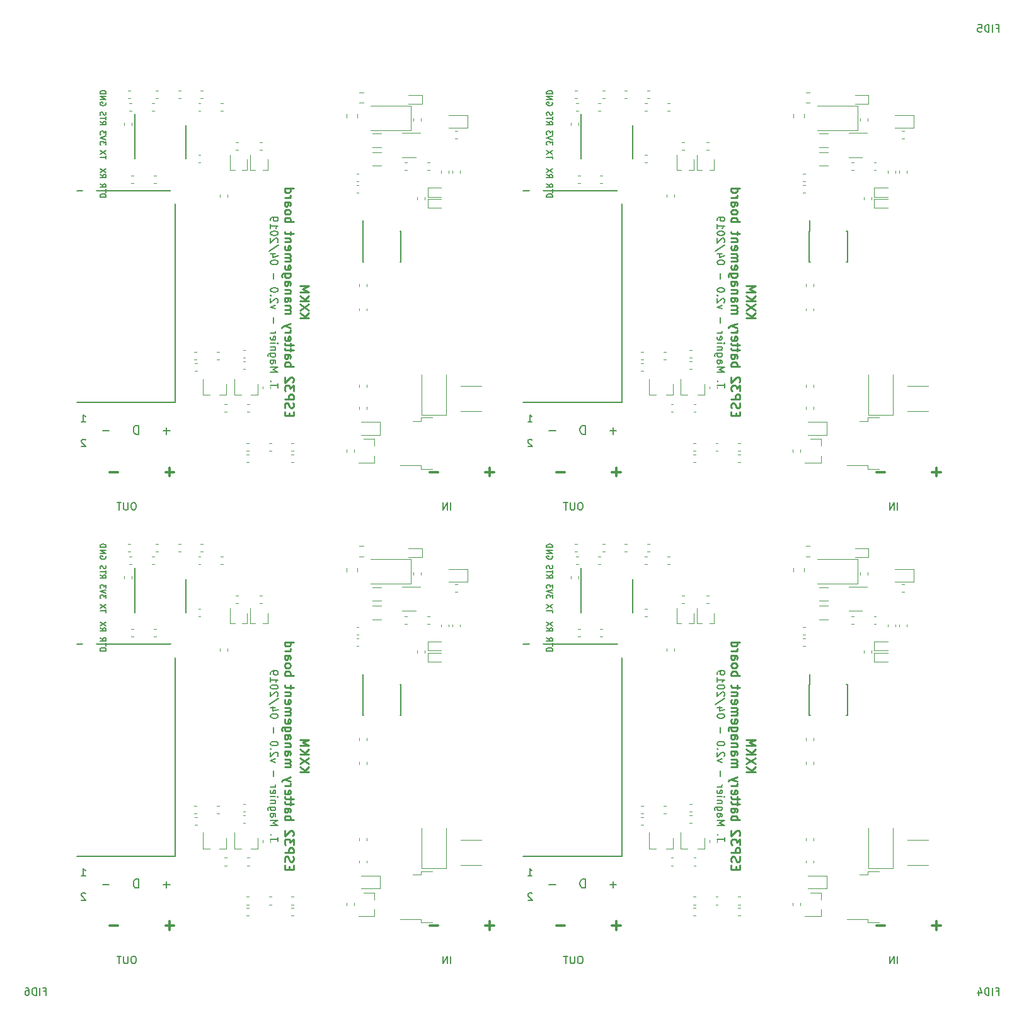
<source format=gbo>
G04 #@! TF.GenerationSoftware,KiCad,Pcbnew,5.1.0*
G04 #@! TF.CreationDate,2019-04-11T17:34:40+02:00*
G04 #@! TF.ProjectId,output.KXKM_battery_module_PANEL,6f757470-7574-42e4-9b58-4b4d5f626174,2.0*
G04 #@! TF.SameCoordinates,PX623a7c0PY839b680*
G04 #@! TF.FileFunction,Legend,Bot*
G04 #@! TF.FilePolarity,Positive*
%FSLAX46Y46*%
G04 Gerber Fmt 4.6, Leading zero omitted, Abs format (unit mm)*
G04 Created by KiCad (PCBNEW 5.1.0) date 2019-04-11 17:34:40*
%MOMM*%
%LPD*%
G04 APERTURE LIST*
%ADD10C,0.150000*%
%ADD11C,0.200000*%
%ADD12C,0.300000*%
%ADD13C,0.250000*%
%ADD14C,0.120000*%
%ADD15C,4.640880*%
%ADD16C,1.130600*%
%ADD17C,0.100000*%
%ADD18C,1.015000*%
%ADD19C,1.140000*%
%ADD20R,0.740000X0.840000*%
%ADD21C,2.240000*%
%ADD22C,1.890000*%
%ADD23C,1.000000*%
%ADD24C,1.115000*%
%ADD25R,1.040000X0.940000*%
%ADD26R,0.740000X0.590000*%
%ADD27C,1.040000*%
%ADD28R,2.140000X2.140000*%
%ADD29R,2.640000X2.640000*%
%ADD30C,2.640000*%
%ADD31C,3.340000*%
%ADD32R,1.200000X0.790000*%
%ADD33R,0.940000X1.040000*%
%ADD34R,0.590000X0.840000*%
%ADD35R,0.740000X1.690000*%
%ADD36R,1.840000X1.840000*%
%ADD37O,1.840000X1.840000*%
%ADD38C,1.940000*%
%ADD39C,3.440000*%
%ADD40C,1.265000*%
%ADD41R,6.540000X5.940000*%
%ADD42R,2.340000X0.940000*%
%ADD43R,2.640000X1.940000*%
%ADD44R,1.940000X2.640000*%
%ADD45C,1.390000*%
%ADD46R,0.590000X1.590000*%
%ADD47C,3.140000*%
%ADD48C,2.000000*%
%ADD49C,0.640000*%
G04 APERTURE END LIST*
D10*
X-6361905Y88857143D02*
X-5561905Y88857143D01*
X-5561905Y89035715D01*
X-5600000Y89142858D01*
X-5676191Y89214286D01*
X-5752381Y89250000D01*
X-5904762Y89285715D01*
X-6019048Y89285715D01*
X-6171429Y89250000D01*
X-6247620Y89214286D01*
X-6323810Y89142858D01*
X-6361905Y89035715D01*
X-6361905Y88857143D01*
X-5561905Y89500000D02*
X-5561905Y89928572D01*
X-6361905Y89714286D02*
X-5561905Y89714286D01*
X-6361905Y90607143D02*
X-5980953Y90357143D01*
X-6361905Y90178572D02*
X-5561905Y90178572D01*
X-5561905Y90464286D01*
X-5600000Y90535715D01*
X-5638096Y90571429D01*
X-5714286Y90607143D01*
X-5828572Y90607143D01*
X-5904762Y90571429D01*
X-5942858Y90535715D01*
X-5980953Y90464286D01*
X-5980953Y90178572D01*
X-6361905Y91928572D02*
X-5980953Y91678572D01*
X-6361905Y91500000D02*
X-5561905Y91500000D01*
X-5561905Y91785715D01*
X-5600000Y91857143D01*
X-5638096Y91892858D01*
X-5714286Y91928572D01*
X-5828572Y91928572D01*
X-5904762Y91892858D01*
X-5942858Y91857143D01*
X-5980953Y91785715D01*
X-5980953Y91500000D01*
X-5561905Y92178572D02*
X-6361905Y92678572D01*
X-5561905Y92678572D02*
X-6361905Y92178572D01*
X-5561905Y94000000D02*
X-5561905Y94428572D01*
X-6361905Y94214286D02*
X-5561905Y94214286D01*
X-5561905Y94607143D02*
X-6361905Y95107143D01*
X-5561905Y95107143D02*
X-6361905Y94607143D01*
X-5561905Y95892858D02*
X-5561905Y96357143D01*
X-5866667Y96107143D01*
X-5866667Y96214286D01*
X-5904762Y96285715D01*
X-5942858Y96321429D01*
X-6019048Y96357143D01*
X-6209524Y96357143D01*
X-6285715Y96321429D01*
X-6323810Y96285715D01*
X-6361905Y96214286D01*
X-6361905Y96000000D01*
X-6323810Y95928572D01*
X-6285715Y95892858D01*
X-5561905Y96571429D02*
X-6361905Y96821429D01*
X-5561905Y97071429D01*
X-5561905Y97250000D02*
X-5561905Y97714286D01*
X-5866667Y97464286D01*
X-5866667Y97571429D01*
X-5904762Y97642858D01*
X-5942858Y97678572D01*
X-6019048Y97714286D01*
X-6209524Y97714286D01*
X-6285715Y97678572D01*
X-6323810Y97642858D01*
X-6361905Y97571429D01*
X-6361905Y97357143D01*
X-6323810Y97285715D01*
X-6285715Y97250000D01*
X-6361905Y99035715D02*
X-5980953Y98785715D01*
X-6361905Y98607143D02*
X-5561905Y98607143D01*
X-5561905Y98892858D01*
X-5600000Y98964286D01*
X-5638096Y99000000D01*
X-5714286Y99035715D01*
X-5828572Y99035715D01*
X-5904762Y99000000D01*
X-5942858Y98964286D01*
X-5980953Y98892858D01*
X-5980953Y98607143D01*
X-5561905Y99250000D02*
X-5561905Y99678572D01*
X-6361905Y99464286D02*
X-5561905Y99464286D01*
X-6323810Y99892858D02*
X-6361905Y100000000D01*
X-6361905Y100178572D01*
X-6323810Y100250000D01*
X-6285715Y100285715D01*
X-6209524Y100321429D01*
X-6133334Y100321429D01*
X-6057143Y100285715D01*
X-6019048Y100250000D01*
X-5980953Y100178572D01*
X-5942858Y100035715D01*
X-5904762Y99964286D01*
X-5866667Y99928572D01*
X-5790477Y99892858D01*
X-5714286Y99892858D01*
X-5638096Y99928572D01*
X-5600000Y99964286D01*
X-5561905Y100035715D01*
X-5561905Y100214286D01*
X-5600000Y100321429D01*
X-5600000Y101607143D02*
X-5561905Y101535715D01*
X-5561905Y101428572D01*
X-5600000Y101321429D01*
X-5676191Y101250000D01*
X-5752381Y101214286D01*
X-5904762Y101178572D01*
X-6019048Y101178572D01*
X-6171429Y101214286D01*
X-6247620Y101250000D01*
X-6323810Y101321429D01*
X-6361905Y101428572D01*
X-6361905Y101500000D01*
X-6323810Y101607143D01*
X-6285715Y101642858D01*
X-6019048Y101642858D01*
X-6019048Y101500000D01*
X-6361905Y101964286D02*
X-5561905Y101964286D01*
X-6361905Y102392858D01*
X-5561905Y102392858D01*
X-6361905Y102750000D02*
X-5561905Y102750000D01*
X-5561905Y102928572D01*
X-5600000Y103035715D01*
X-5676191Y103107143D01*
X-5752381Y103142858D01*
X-5904762Y103178572D01*
X-6019048Y103178572D01*
X-6171429Y103142858D01*
X-6247620Y103107143D01*
X-6323810Y103035715D01*
X-6361905Y102928572D01*
X-6361905Y102750000D01*
X-1750000Y47797620D02*
X-1940477Y47797620D01*
X-2035715Y47750000D01*
X-2130953Y47654762D01*
X-2178572Y47464286D01*
X-2178572Y47130953D01*
X-2130953Y46940477D01*
X-2035715Y46845239D01*
X-1940477Y46797620D01*
X-1750000Y46797620D01*
X-1654762Y46845239D01*
X-1559524Y46940477D01*
X-1511905Y47130953D01*
X-1511905Y47464286D01*
X-1559524Y47654762D01*
X-1654762Y47750000D01*
X-1750000Y47797620D01*
X-2607143Y47797620D02*
X-2607143Y46988096D01*
X-2654762Y46892858D01*
X-2702381Y46845239D01*
X-2797620Y46797620D01*
X-2988096Y46797620D01*
X-3083334Y46845239D01*
X-3130953Y46892858D01*
X-3178572Y46988096D01*
X-3178572Y47797620D01*
X-3511905Y47797620D02*
X-4083334Y47797620D01*
X-3797620Y46797620D02*
X-3797620Y47797620D01*
D11*
X3750000Y89750000D02*
X3750000Y85250000D01*
D12*
X3571428Y51892858D02*
X2428571Y51892858D01*
X3000000Y51321429D02*
X3000000Y52464286D01*
D11*
X3042857Y57414286D02*
X2128571Y57414286D01*
X2585714Y56957143D02*
X2585714Y57871429D01*
X-1185715Y56957143D02*
X-1185715Y58157143D01*
X-1471429Y58157143D01*
X-1642858Y58100000D01*
X-1757143Y57985715D01*
X-1814286Y57871429D01*
X-1871429Y57642858D01*
X-1871429Y57471429D01*
X-1814286Y57242858D01*
X-1757143Y57128572D01*
X-1642858Y57014286D01*
X-1471429Y56957143D01*
X-1185715Y56957143D01*
X-5128572Y57414286D02*
X-6042858Y57414286D01*
X-9500000Y61250000D02*
X3750000Y61250000D01*
D13*
X20482142Y72578572D02*
X21682142Y72578572D01*
X20482142Y73264286D02*
X21167857Y72750000D01*
X21682142Y73264286D02*
X20996428Y72578572D01*
X21682142Y73664286D02*
X20482142Y74464286D01*
X21682142Y74464286D02*
X20482142Y73664286D01*
X20482142Y74921429D02*
X21682142Y74921429D01*
X20482142Y75607143D02*
X21167857Y75092858D01*
X21682142Y75607143D02*
X20996428Y74921429D01*
X20482142Y76121429D02*
X21682142Y76121429D01*
X20825000Y76521429D01*
X21682142Y76921429D01*
X20482142Y76921429D01*
X19060714Y59464286D02*
X19060714Y59864286D01*
X18432142Y60035715D02*
X18432142Y59464286D01*
X19632142Y59464286D01*
X19632142Y60035715D01*
X18489285Y60492858D02*
X18432142Y60664286D01*
X18432142Y60950000D01*
X18489285Y61064286D01*
X18546428Y61121429D01*
X18660714Y61178572D01*
X18775000Y61178572D01*
X18889285Y61121429D01*
X18946428Y61064286D01*
X19003571Y60950000D01*
X19060714Y60721429D01*
X19117857Y60607143D01*
X19175000Y60550000D01*
X19289285Y60492858D01*
X19403571Y60492858D01*
X19517857Y60550000D01*
X19575000Y60607143D01*
X19632142Y60721429D01*
X19632142Y61007143D01*
X19575000Y61178572D01*
X18432142Y61692858D02*
X19632142Y61692858D01*
X19632142Y62150000D01*
X19575000Y62264286D01*
X19517857Y62321429D01*
X19403571Y62378572D01*
X19232142Y62378572D01*
X19117857Y62321429D01*
X19060714Y62264286D01*
X19003571Y62150000D01*
X19003571Y61692858D01*
X19632142Y62778572D02*
X19632142Y63521429D01*
X19175000Y63121429D01*
X19175000Y63292858D01*
X19117857Y63407143D01*
X19060714Y63464286D01*
X18946428Y63521429D01*
X18660714Y63521429D01*
X18546428Y63464286D01*
X18489285Y63407143D01*
X18432142Y63292858D01*
X18432142Y62950000D01*
X18489285Y62835715D01*
X18546428Y62778572D01*
X19517857Y63978572D02*
X19575000Y64035715D01*
X19632142Y64150000D01*
X19632142Y64435715D01*
X19575000Y64550000D01*
X19517857Y64607143D01*
X19403571Y64664286D01*
X19289285Y64664286D01*
X19117857Y64607143D01*
X18432142Y63921429D01*
X18432142Y64664286D01*
X18432142Y66092858D02*
X19632142Y66092858D01*
X19175000Y66092858D02*
X19232142Y66207143D01*
X19232142Y66435715D01*
X19175000Y66550000D01*
X19117857Y66607143D01*
X19003571Y66664286D01*
X18660714Y66664286D01*
X18546428Y66607143D01*
X18489285Y66550000D01*
X18432142Y66435715D01*
X18432142Y66207143D01*
X18489285Y66092858D01*
X18432142Y67692858D02*
X19060714Y67692858D01*
X19175000Y67635715D01*
X19232142Y67521429D01*
X19232142Y67292858D01*
X19175000Y67178572D01*
X18489285Y67692858D02*
X18432142Y67578572D01*
X18432142Y67292858D01*
X18489285Y67178572D01*
X18603571Y67121429D01*
X18717857Y67121429D01*
X18832142Y67178572D01*
X18889285Y67292858D01*
X18889285Y67578572D01*
X18946428Y67692858D01*
X19232142Y68092858D02*
X19232142Y68550000D01*
X19632142Y68264286D02*
X18603571Y68264286D01*
X18489285Y68321429D01*
X18432142Y68435715D01*
X18432142Y68550000D01*
X19232142Y68778572D02*
X19232142Y69235715D01*
X19632142Y68950000D02*
X18603571Y68950000D01*
X18489285Y69007143D01*
X18432142Y69121429D01*
X18432142Y69235715D01*
X18489285Y70092858D02*
X18432142Y69978572D01*
X18432142Y69750000D01*
X18489285Y69635715D01*
X18603571Y69578572D01*
X19060714Y69578572D01*
X19175000Y69635715D01*
X19232142Y69750000D01*
X19232142Y69978572D01*
X19175000Y70092858D01*
X19060714Y70150000D01*
X18946428Y70150000D01*
X18832142Y69578572D01*
X18432142Y70664286D02*
X19232142Y70664286D01*
X19003571Y70664286D02*
X19117857Y70721429D01*
X19175000Y70778572D01*
X19232142Y70892858D01*
X19232142Y71007143D01*
X19232142Y71292858D02*
X18432142Y71578572D01*
X19232142Y71864286D02*
X18432142Y71578572D01*
X18146428Y71464286D01*
X18089285Y71407143D01*
X18032142Y71292858D01*
X18432142Y73235715D02*
X19232142Y73235715D01*
X19117857Y73235715D02*
X19175000Y73292858D01*
X19232142Y73407143D01*
X19232142Y73578572D01*
X19175000Y73692858D01*
X19060714Y73750000D01*
X18432142Y73750000D01*
X19060714Y73750000D02*
X19175000Y73807143D01*
X19232142Y73921429D01*
X19232142Y74092858D01*
X19175000Y74207143D01*
X19060714Y74264286D01*
X18432142Y74264286D01*
X18432142Y75350000D02*
X19060714Y75350000D01*
X19175000Y75292858D01*
X19232142Y75178572D01*
X19232142Y74950000D01*
X19175000Y74835715D01*
X18489285Y75350000D02*
X18432142Y75235715D01*
X18432142Y74950000D01*
X18489285Y74835715D01*
X18603571Y74778572D01*
X18717857Y74778572D01*
X18832142Y74835715D01*
X18889285Y74950000D01*
X18889285Y75235715D01*
X18946428Y75350000D01*
X19232142Y75921429D02*
X18432142Y75921429D01*
X19117857Y75921429D02*
X19175000Y75978572D01*
X19232142Y76092858D01*
X19232142Y76264286D01*
X19175000Y76378572D01*
X19060714Y76435715D01*
X18432142Y76435715D01*
X18432142Y77521429D02*
X19060714Y77521429D01*
X19175000Y77464286D01*
X19232142Y77350000D01*
X19232142Y77121429D01*
X19175000Y77007143D01*
X18489285Y77521429D02*
X18432142Y77407143D01*
X18432142Y77121429D01*
X18489285Y77007143D01*
X18603571Y76950000D01*
X18717857Y76950000D01*
X18832142Y77007143D01*
X18889285Y77121429D01*
X18889285Y77407143D01*
X18946428Y77521429D01*
X19232142Y78607143D02*
X18260714Y78607143D01*
X18146428Y78550000D01*
X18089285Y78492858D01*
X18032142Y78378572D01*
X18032142Y78207143D01*
X18089285Y78092858D01*
X18489285Y78607143D02*
X18432142Y78492858D01*
X18432142Y78264286D01*
X18489285Y78150000D01*
X18546428Y78092858D01*
X18660714Y78035715D01*
X19003571Y78035715D01*
X19117857Y78092858D01*
X19175000Y78150000D01*
X19232142Y78264286D01*
X19232142Y78492858D01*
X19175000Y78607143D01*
X18489285Y79635715D02*
X18432142Y79521429D01*
X18432142Y79292858D01*
X18489285Y79178572D01*
X18603571Y79121429D01*
X19060714Y79121429D01*
X19175000Y79178572D01*
X19232142Y79292858D01*
X19232142Y79521429D01*
X19175000Y79635715D01*
X19060714Y79692858D01*
X18946428Y79692858D01*
X18832142Y79121429D01*
X18432142Y80207143D02*
X19232142Y80207143D01*
X19117857Y80207143D02*
X19175000Y80264286D01*
X19232142Y80378572D01*
X19232142Y80550000D01*
X19175000Y80664286D01*
X19060714Y80721429D01*
X18432142Y80721429D01*
X19060714Y80721429D02*
X19175000Y80778572D01*
X19232142Y80892858D01*
X19232142Y81064286D01*
X19175000Y81178572D01*
X19060714Y81235715D01*
X18432142Y81235715D01*
X18489285Y82264286D02*
X18432142Y82150000D01*
X18432142Y81921429D01*
X18489285Y81807143D01*
X18603571Y81750000D01*
X19060714Y81750000D01*
X19175000Y81807143D01*
X19232142Y81921429D01*
X19232142Y82150000D01*
X19175000Y82264286D01*
X19060714Y82321429D01*
X18946428Y82321429D01*
X18832142Y81750000D01*
X19232142Y82835715D02*
X18432142Y82835715D01*
X19117857Y82835715D02*
X19175000Y82892858D01*
X19232142Y83007143D01*
X19232142Y83178572D01*
X19175000Y83292858D01*
X19060714Y83350000D01*
X18432142Y83350000D01*
X19232142Y83750000D02*
X19232142Y84207143D01*
X19632142Y83921429D02*
X18603571Y83921429D01*
X18489285Y83978572D01*
X18432142Y84092858D01*
X18432142Y84207143D01*
X18432142Y85521429D02*
X19632142Y85521429D01*
X19175000Y85521429D02*
X19232142Y85635715D01*
X19232142Y85864286D01*
X19175000Y85978572D01*
X19117857Y86035715D01*
X19003571Y86092858D01*
X18660714Y86092858D01*
X18546428Y86035715D01*
X18489285Y85978572D01*
X18432142Y85864286D01*
X18432142Y85635715D01*
X18489285Y85521429D01*
X18432142Y86778572D02*
X18489285Y86664286D01*
X18546428Y86607143D01*
X18660714Y86550000D01*
X19003571Y86550000D01*
X19117857Y86607143D01*
X19175000Y86664286D01*
X19232142Y86778572D01*
X19232142Y86950000D01*
X19175000Y87064286D01*
X19117857Y87121429D01*
X19003571Y87178572D01*
X18660714Y87178572D01*
X18546428Y87121429D01*
X18489285Y87064286D01*
X18432142Y86950000D01*
X18432142Y86778572D01*
X18432142Y88207143D02*
X19060714Y88207143D01*
X19175000Y88150000D01*
X19232142Y88035715D01*
X19232142Y87807143D01*
X19175000Y87692858D01*
X18489285Y88207143D02*
X18432142Y88092858D01*
X18432142Y87807143D01*
X18489285Y87692858D01*
X18603571Y87635715D01*
X18717857Y87635715D01*
X18832142Y87692858D01*
X18889285Y87807143D01*
X18889285Y88092858D01*
X18946428Y88207143D01*
X18432142Y88778572D02*
X19232142Y88778572D01*
X19003571Y88778572D02*
X19117857Y88835715D01*
X19175000Y88892858D01*
X19232142Y89007143D01*
X19232142Y89121429D01*
X18432142Y90035715D02*
X19632142Y90035715D01*
X18489285Y90035715D02*
X18432142Y89921429D01*
X18432142Y89692858D01*
X18489285Y89578572D01*
X18546428Y89521429D01*
X18660714Y89464286D01*
X19003571Y89464286D01*
X19117857Y89521429D01*
X19175000Y89578572D01*
X19232142Y89692858D01*
X19232142Y89921429D01*
X19175000Y90035715D01*
D10*
X40773809Y46797620D02*
X40773809Y47797620D01*
X40297619Y46797620D02*
X40297619Y47797620D01*
X39726190Y46797620D01*
X39726190Y47797620D01*
X-8885715Y58597620D02*
X-8314286Y58597620D01*
X-8600000Y58597620D02*
X-8600000Y59597620D01*
X-8504762Y59454762D01*
X-8409524Y59359524D01*
X-8314286Y59311905D01*
X-8314286Y56202381D02*
X-8361905Y56250000D01*
X-8457143Y56297620D01*
X-8695239Y56297620D01*
X-8790477Y56250000D01*
X-8838096Y56202381D01*
X-8885715Y56107143D01*
X-8885715Y56011905D01*
X-8838096Y55869048D01*
X-8266667Y55297620D01*
X-8885715Y55297620D01*
D12*
X39071428Y51892858D02*
X37928571Y51892858D01*
D11*
X17547619Y63226191D02*
X17547619Y63797620D01*
X16547619Y63511905D02*
X17547619Y63511905D01*
X16642857Y64130953D02*
X16595238Y64178572D01*
X16547619Y64130953D01*
X16595238Y64083334D01*
X16642857Y64130953D01*
X16547619Y64130953D01*
X16547619Y65369048D02*
X17547619Y65369048D01*
X16833333Y65702381D01*
X17547619Y66035715D01*
X16547619Y66035715D01*
X16547619Y66940477D02*
X17071428Y66940477D01*
X17166666Y66892858D01*
X17214285Y66797620D01*
X17214285Y66607143D01*
X17166666Y66511905D01*
X16595238Y66940477D02*
X16547619Y66845239D01*
X16547619Y66607143D01*
X16595238Y66511905D01*
X16690476Y66464286D01*
X16785714Y66464286D01*
X16880952Y66511905D01*
X16928571Y66607143D01*
X16928571Y66845239D01*
X16976190Y66940477D01*
X17214285Y67845239D02*
X16404761Y67845239D01*
X16309523Y67797620D01*
X16261904Y67750000D01*
X16214285Y67654762D01*
X16214285Y67511905D01*
X16261904Y67416667D01*
X16595238Y67845239D02*
X16547619Y67750000D01*
X16547619Y67559524D01*
X16595238Y67464286D01*
X16642857Y67416667D01*
X16738095Y67369048D01*
X17023809Y67369048D01*
X17119047Y67416667D01*
X17166666Y67464286D01*
X17214285Y67559524D01*
X17214285Y67750000D01*
X17166666Y67845239D01*
X17214285Y68321429D02*
X16547619Y68321429D01*
X17119047Y68321429D02*
X17166666Y68369048D01*
X17214285Y68464286D01*
X17214285Y68607143D01*
X17166666Y68702381D01*
X17071428Y68750000D01*
X16547619Y68750000D01*
X16547619Y69226191D02*
X17214285Y69226191D01*
X17547619Y69226191D02*
X17500000Y69178572D01*
X17452380Y69226191D01*
X17500000Y69273810D01*
X17547619Y69226191D01*
X17452380Y69226191D01*
X16595238Y70083334D02*
X16547619Y69988096D01*
X16547619Y69797620D01*
X16595238Y69702381D01*
X16690476Y69654762D01*
X17071428Y69654762D01*
X17166666Y69702381D01*
X17214285Y69797620D01*
X17214285Y69988096D01*
X17166666Y70083334D01*
X17071428Y70130953D01*
X16976190Y70130953D01*
X16880952Y69654762D01*
X16547619Y70559524D02*
X17214285Y70559524D01*
X17023809Y70559524D02*
X17119047Y70607143D01*
X17166666Y70654762D01*
X17214285Y70750000D01*
X17214285Y70845239D01*
X16928571Y71940477D02*
X16928571Y72702381D01*
X17214285Y73845239D02*
X16547619Y74083334D01*
X17214285Y74321429D01*
X17452380Y74654762D02*
X17500000Y74702381D01*
X17547619Y74797620D01*
X17547619Y75035715D01*
X17500000Y75130953D01*
X17452380Y75178572D01*
X17357142Y75226191D01*
X17261904Y75226191D01*
X17119047Y75178572D01*
X16547619Y74607143D01*
X16547619Y75226191D01*
X16642857Y75654762D02*
X16595238Y75702381D01*
X16547619Y75654762D01*
X16595238Y75607143D01*
X16642857Y75654762D01*
X16547619Y75654762D01*
X17547619Y76321429D02*
X17547619Y76416667D01*
X17500000Y76511905D01*
X17452380Y76559524D01*
X17357142Y76607143D01*
X17166666Y76654762D01*
X16928571Y76654762D01*
X16738095Y76607143D01*
X16642857Y76559524D01*
X16595238Y76511905D01*
X16547619Y76416667D01*
X16547619Y76321429D01*
X16595238Y76226191D01*
X16642857Y76178572D01*
X16738095Y76130953D01*
X16928571Y76083334D01*
X17166666Y76083334D01*
X17357142Y76130953D01*
X17452380Y76178572D01*
X17500000Y76226191D01*
X17547619Y76321429D01*
X16928571Y77845239D02*
X16928571Y78607143D01*
X17547619Y80035715D02*
X17547619Y80130953D01*
X17500000Y80226191D01*
X17452380Y80273810D01*
X17357142Y80321429D01*
X17166666Y80369048D01*
X16928571Y80369048D01*
X16738095Y80321429D01*
X16642857Y80273810D01*
X16595238Y80226191D01*
X16547619Y80130953D01*
X16547619Y80035715D01*
X16595238Y79940477D01*
X16642857Y79892858D01*
X16738095Y79845239D01*
X16928571Y79797620D01*
X17166666Y79797620D01*
X17357142Y79845239D01*
X17452380Y79892858D01*
X17500000Y79940477D01*
X17547619Y80035715D01*
X17214285Y81226191D02*
X16547619Y81226191D01*
X17595238Y80988096D02*
X16880952Y80750000D01*
X16880952Y81369048D01*
X17595238Y82464286D02*
X16309523Y81607143D01*
X17452380Y82750000D02*
X17500000Y82797620D01*
X17547619Y82892858D01*
X17547619Y83130953D01*
X17500000Y83226191D01*
X17452380Y83273810D01*
X17357142Y83321429D01*
X17261904Y83321429D01*
X17119047Y83273810D01*
X16547619Y82702381D01*
X16547619Y83321429D01*
X17547619Y83940477D02*
X17547619Y84035715D01*
X17500000Y84130953D01*
X17452380Y84178572D01*
X17357142Y84226191D01*
X17166666Y84273810D01*
X16928571Y84273810D01*
X16738095Y84226191D01*
X16642857Y84178572D01*
X16595238Y84130953D01*
X16547619Y84035715D01*
X16547619Y83940477D01*
X16595238Y83845239D01*
X16642857Y83797620D01*
X16738095Y83750000D01*
X16928571Y83702381D01*
X17166666Y83702381D01*
X17357142Y83750000D01*
X17452380Y83797620D01*
X17500000Y83845239D01*
X17547619Y83940477D01*
X16547619Y85226191D02*
X16547619Y84654762D01*
X16547619Y84940477D02*
X17547619Y84940477D01*
X17404761Y84845239D01*
X17309523Y84750000D01*
X17261904Y84654762D01*
X16547619Y85702381D02*
X16547619Y85892858D01*
X16595238Y85988096D01*
X16642857Y86035715D01*
X16785714Y86130953D01*
X16976190Y86178572D01*
X17357142Y86178572D01*
X17452380Y86130953D01*
X17500000Y86083334D01*
X17547619Y85988096D01*
X17547619Y85797620D01*
X17500000Y85702381D01*
X17452380Y85654762D01*
X17357142Y85607143D01*
X17119047Y85607143D01*
X17023809Y85654762D01*
X16976190Y85702381D01*
X16928571Y85797620D01*
X16928571Y85988096D01*
X16976190Y86083334D01*
X17023809Y86130953D01*
X17119047Y86178572D01*
D12*
X46571428Y51892858D02*
X45428571Y51892858D01*
X46000000Y51321429D02*
X46000000Y52464286D01*
D11*
X3750000Y61250000D02*
X3750000Y85250000D01*
X-9500000Y89750000D02*
X3750000Y89750000D01*
D12*
X-3928572Y51892858D02*
X-5071429Y51892858D01*
D11*
X63042857Y57414286D02*
X62128571Y57414286D01*
X62585714Y56957143D02*
X62585714Y57871429D01*
X58814285Y56957143D02*
X58814285Y58157143D01*
X58528571Y58157143D01*
X58357142Y58100000D01*
X58242857Y57985715D01*
X58185714Y57871429D01*
X58128571Y57642858D01*
X58128571Y57471429D01*
X58185714Y57242858D01*
X58242857Y57128572D01*
X58357142Y57014286D01*
X58528571Y56957143D01*
X58814285Y56957143D01*
X54871428Y57414286D02*
X53957142Y57414286D01*
X50500000Y89750000D02*
X63750000Y89750000D01*
D12*
X56071428Y51892858D02*
X54928571Y51892858D01*
D11*
X63750000Y89750000D02*
X63750000Y85250000D01*
D10*
X58250000Y47797620D02*
X58059523Y47797620D01*
X57964285Y47750000D01*
X57869047Y47654762D01*
X57821428Y47464286D01*
X57821428Y47130953D01*
X57869047Y46940477D01*
X57964285Y46845239D01*
X58059523Y46797620D01*
X58250000Y46797620D01*
X58345238Y46845239D01*
X58440476Y46940477D01*
X58488095Y47130953D01*
X58488095Y47464286D01*
X58440476Y47654762D01*
X58345238Y47750000D01*
X58250000Y47797620D01*
X57392857Y47797620D02*
X57392857Y46988096D01*
X57345238Y46892858D01*
X57297619Y46845239D01*
X57202380Y46797620D01*
X57011904Y46797620D01*
X56916666Y46845239D01*
X56869047Y46892858D01*
X56821428Y46988096D01*
X56821428Y47797620D01*
X56488095Y47797620D02*
X55916666Y47797620D01*
X56202380Y46797620D02*
X56202380Y47797620D01*
X53638095Y88857143D02*
X54438095Y88857143D01*
X54438095Y89035715D01*
X54400000Y89142858D01*
X54323809Y89214286D01*
X54247619Y89250000D01*
X54095238Y89285715D01*
X53980952Y89285715D01*
X53828571Y89250000D01*
X53752380Y89214286D01*
X53676190Y89142858D01*
X53638095Y89035715D01*
X53638095Y88857143D01*
X54438095Y89500000D02*
X54438095Y89928572D01*
X53638095Y89714286D02*
X54438095Y89714286D01*
X53638095Y90607143D02*
X54019047Y90357143D01*
X53638095Y90178572D02*
X54438095Y90178572D01*
X54438095Y90464286D01*
X54400000Y90535715D01*
X54361904Y90571429D01*
X54285714Y90607143D01*
X54171428Y90607143D01*
X54095238Y90571429D01*
X54057142Y90535715D01*
X54019047Y90464286D01*
X54019047Y90178572D01*
X53638095Y91928572D02*
X54019047Y91678572D01*
X53638095Y91500000D02*
X54438095Y91500000D01*
X54438095Y91785715D01*
X54400000Y91857143D01*
X54361904Y91892858D01*
X54285714Y91928572D01*
X54171428Y91928572D01*
X54095238Y91892858D01*
X54057142Y91857143D01*
X54019047Y91785715D01*
X54019047Y91500000D01*
X54438095Y92178572D02*
X53638095Y92678572D01*
X54438095Y92678572D02*
X53638095Y92178572D01*
X54438095Y94000000D02*
X54438095Y94428572D01*
X53638095Y94214286D02*
X54438095Y94214286D01*
X54438095Y94607143D02*
X53638095Y95107143D01*
X54438095Y95107143D02*
X53638095Y94607143D01*
X54438095Y95892858D02*
X54438095Y96357143D01*
X54133333Y96107143D01*
X54133333Y96214286D01*
X54095238Y96285715D01*
X54057142Y96321429D01*
X53980952Y96357143D01*
X53790476Y96357143D01*
X53714285Y96321429D01*
X53676190Y96285715D01*
X53638095Y96214286D01*
X53638095Y96000000D01*
X53676190Y95928572D01*
X53714285Y95892858D01*
X54438095Y96571429D02*
X53638095Y96821429D01*
X54438095Y97071429D01*
X54438095Y97250000D02*
X54438095Y97714286D01*
X54133333Y97464286D01*
X54133333Y97571429D01*
X54095238Y97642858D01*
X54057142Y97678572D01*
X53980952Y97714286D01*
X53790476Y97714286D01*
X53714285Y97678572D01*
X53676190Y97642858D01*
X53638095Y97571429D01*
X53638095Y97357143D01*
X53676190Y97285715D01*
X53714285Y97250000D01*
X53638095Y99035715D02*
X54019047Y98785715D01*
X53638095Y98607143D02*
X54438095Y98607143D01*
X54438095Y98892858D01*
X54400000Y98964286D01*
X54361904Y99000000D01*
X54285714Y99035715D01*
X54171428Y99035715D01*
X54095238Y99000000D01*
X54057142Y98964286D01*
X54019047Y98892858D01*
X54019047Y98607143D01*
X54438095Y99250000D02*
X54438095Y99678572D01*
X53638095Y99464286D02*
X54438095Y99464286D01*
X53676190Y99892858D02*
X53638095Y100000000D01*
X53638095Y100178572D01*
X53676190Y100250000D01*
X53714285Y100285715D01*
X53790476Y100321429D01*
X53866666Y100321429D01*
X53942857Y100285715D01*
X53980952Y100250000D01*
X54019047Y100178572D01*
X54057142Y100035715D01*
X54095238Y99964286D01*
X54133333Y99928572D01*
X54209523Y99892858D01*
X54285714Y99892858D01*
X54361904Y99928572D01*
X54400000Y99964286D01*
X54438095Y100035715D01*
X54438095Y100214286D01*
X54400000Y100321429D01*
X54400000Y101607143D02*
X54438095Y101535715D01*
X54438095Y101428572D01*
X54400000Y101321429D01*
X54323809Y101250000D01*
X54247619Y101214286D01*
X54095238Y101178572D01*
X53980952Y101178572D01*
X53828571Y101214286D01*
X53752380Y101250000D01*
X53676190Y101321429D01*
X53638095Y101428572D01*
X53638095Y101500000D01*
X53676190Y101607143D01*
X53714285Y101642858D01*
X53980952Y101642858D01*
X53980952Y101500000D01*
X53638095Y101964286D02*
X54438095Y101964286D01*
X53638095Y102392858D01*
X54438095Y102392858D01*
X53638095Y102750000D02*
X54438095Y102750000D01*
X54438095Y102928572D01*
X54400000Y103035715D01*
X54323809Y103107143D01*
X54247619Y103142858D01*
X54095238Y103178572D01*
X53980952Y103178572D01*
X53828571Y103142858D01*
X53752380Y103107143D01*
X53676190Y103035715D01*
X53638095Y102928572D01*
X53638095Y102750000D01*
X100773809Y46797620D02*
X100773809Y47797620D01*
X100297619Y46797620D02*
X100297619Y47797620D01*
X99726190Y46797620D01*
X99726190Y47797620D01*
D12*
X63571428Y51892858D02*
X62428571Y51892858D01*
X63000000Y51321429D02*
X63000000Y52464286D01*
X99071428Y51892858D02*
X97928571Y51892858D01*
D11*
X77547619Y63226191D02*
X77547619Y63797620D01*
X76547619Y63511905D02*
X77547619Y63511905D01*
X76642857Y64130953D02*
X76595238Y64178572D01*
X76547619Y64130953D01*
X76595238Y64083334D01*
X76642857Y64130953D01*
X76547619Y64130953D01*
X76547619Y65369048D02*
X77547619Y65369048D01*
X76833333Y65702381D01*
X77547619Y66035715D01*
X76547619Y66035715D01*
X76547619Y66940477D02*
X77071428Y66940477D01*
X77166666Y66892858D01*
X77214285Y66797620D01*
X77214285Y66607143D01*
X77166666Y66511905D01*
X76595238Y66940477D02*
X76547619Y66845239D01*
X76547619Y66607143D01*
X76595238Y66511905D01*
X76690476Y66464286D01*
X76785714Y66464286D01*
X76880952Y66511905D01*
X76928571Y66607143D01*
X76928571Y66845239D01*
X76976190Y66940477D01*
X77214285Y67845239D02*
X76404761Y67845239D01*
X76309523Y67797620D01*
X76261904Y67750000D01*
X76214285Y67654762D01*
X76214285Y67511905D01*
X76261904Y67416667D01*
X76595238Y67845239D02*
X76547619Y67750000D01*
X76547619Y67559524D01*
X76595238Y67464286D01*
X76642857Y67416667D01*
X76738095Y67369048D01*
X77023809Y67369048D01*
X77119047Y67416667D01*
X77166666Y67464286D01*
X77214285Y67559524D01*
X77214285Y67750000D01*
X77166666Y67845239D01*
X77214285Y68321429D02*
X76547619Y68321429D01*
X77119047Y68321429D02*
X77166666Y68369048D01*
X77214285Y68464286D01*
X77214285Y68607143D01*
X77166666Y68702381D01*
X77071428Y68750000D01*
X76547619Y68750000D01*
X76547619Y69226191D02*
X77214285Y69226191D01*
X77547619Y69226191D02*
X77500000Y69178572D01*
X77452380Y69226191D01*
X77500000Y69273810D01*
X77547619Y69226191D01*
X77452380Y69226191D01*
X76595238Y70083334D02*
X76547619Y69988096D01*
X76547619Y69797620D01*
X76595238Y69702381D01*
X76690476Y69654762D01*
X77071428Y69654762D01*
X77166666Y69702381D01*
X77214285Y69797620D01*
X77214285Y69988096D01*
X77166666Y70083334D01*
X77071428Y70130953D01*
X76976190Y70130953D01*
X76880952Y69654762D01*
X76547619Y70559524D02*
X77214285Y70559524D01*
X77023809Y70559524D02*
X77119047Y70607143D01*
X77166666Y70654762D01*
X77214285Y70750000D01*
X77214285Y70845239D01*
X76928571Y71940477D02*
X76928571Y72702381D01*
X77214285Y73845239D02*
X76547619Y74083334D01*
X77214285Y74321429D01*
X77452380Y74654762D02*
X77500000Y74702381D01*
X77547619Y74797620D01*
X77547619Y75035715D01*
X77500000Y75130953D01*
X77452380Y75178572D01*
X77357142Y75226191D01*
X77261904Y75226191D01*
X77119047Y75178572D01*
X76547619Y74607143D01*
X76547619Y75226191D01*
X76642857Y75654762D02*
X76595238Y75702381D01*
X76547619Y75654762D01*
X76595238Y75607143D01*
X76642857Y75654762D01*
X76547619Y75654762D01*
X77547619Y76321429D02*
X77547619Y76416667D01*
X77500000Y76511905D01*
X77452380Y76559524D01*
X77357142Y76607143D01*
X77166666Y76654762D01*
X76928571Y76654762D01*
X76738095Y76607143D01*
X76642857Y76559524D01*
X76595238Y76511905D01*
X76547619Y76416667D01*
X76547619Y76321429D01*
X76595238Y76226191D01*
X76642857Y76178572D01*
X76738095Y76130953D01*
X76928571Y76083334D01*
X77166666Y76083334D01*
X77357142Y76130953D01*
X77452380Y76178572D01*
X77500000Y76226191D01*
X77547619Y76321429D01*
X76928571Y77845239D02*
X76928571Y78607143D01*
X77547619Y80035715D02*
X77547619Y80130953D01*
X77500000Y80226191D01*
X77452380Y80273810D01*
X77357142Y80321429D01*
X77166666Y80369048D01*
X76928571Y80369048D01*
X76738095Y80321429D01*
X76642857Y80273810D01*
X76595238Y80226191D01*
X76547619Y80130953D01*
X76547619Y80035715D01*
X76595238Y79940477D01*
X76642857Y79892858D01*
X76738095Y79845239D01*
X76928571Y79797620D01*
X77166666Y79797620D01*
X77357142Y79845239D01*
X77452380Y79892858D01*
X77500000Y79940477D01*
X77547619Y80035715D01*
X77214285Y81226191D02*
X76547619Y81226191D01*
X77595238Y80988096D02*
X76880952Y80750000D01*
X76880952Y81369048D01*
X77595238Y82464286D02*
X76309523Y81607143D01*
X77452380Y82750000D02*
X77500000Y82797620D01*
X77547619Y82892858D01*
X77547619Y83130953D01*
X77500000Y83226191D01*
X77452380Y83273810D01*
X77357142Y83321429D01*
X77261904Y83321429D01*
X77119047Y83273810D01*
X76547619Y82702381D01*
X76547619Y83321429D01*
X77547619Y83940477D02*
X77547619Y84035715D01*
X77500000Y84130953D01*
X77452380Y84178572D01*
X77357142Y84226191D01*
X77166666Y84273810D01*
X76928571Y84273810D01*
X76738095Y84226191D01*
X76642857Y84178572D01*
X76595238Y84130953D01*
X76547619Y84035715D01*
X76547619Y83940477D01*
X76595238Y83845239D01*
X76642857Y83797620D01*
X76738095Y83750000D01*
X76928571Y83702381D01*
X77166666Y83702381D01*
X77357142Y83750000D01*
X77452380Y83797620D01*
X77500000Y83845239D01*
X77547619Y83940477D01*
X76547619Y85226191D02*
X76547619Y84654762D01*
X76547619Y84940477D02*
X77547619Y84940477D01*
X77404761Y84845239D01*
X77309523Y84750000D01*
X77261904Y84654762D01*
X76547619Y85702381D02*
X76547619Y85892858D01*
X76595238Y85988096D01*
X76642857Y86035715D01*
X76785714Y86130953D01*
X76976190Y86178572D01*
X77357142Y86178572D01*
X77452380Y86130953D01*
X77500000Y86083334D01*
X77547619Y85988096D01*
X77547619Y85797620D01*
X77500000Y85702381D01*
X77452380Y85654762D01*
X77357142Y85607143D01*
X77119047Y85607143D01*
X77023809Y85654762D01*
X76976190Y85702381D01*
X76928571Y85797620D01*
X76928571Y85988096D01*
X76976190Y86083334D01*
X77023809Y86130953D01*
X77119047Y86178572D01*
D13*
X80482142Y72578572D02*
X81682142Y72578572D01*
X80482142Y73264286D02*
X81167857Y72750000D01*
X81682142Y73264286D02*
X80996428Y72578572D01*
X81682142Y73664286D02*
X80482142Y74464286D01*
X81682142Y74464286D02*
X80482142Y73664286D01*
X80482142Y74921429D02*
X81682142Y74921429D01*
X80482142Y75607143D02*
X81167857Y75092858D01*
X81682142Y75607143D02*
X80996428Y74921429D01*
X80482142Y76121429D02*
X81682142Y76121429D01*
X80825000Y76521429D01*
X81682142Y76921429D01*
X80482142Y76921429D01*
X79060714Y59464286D02*
X79060714Y59864286D01*
X78432142Y60035715D02*
X78432142Y59464286D01*
X79632142Y59464286D01*
X79632142Y60035715D01*
X78489285Y60492858D02*
X78432142Y60664286D01*
X78432142Y60950000D01*
X78489285Y61064286D01*
X78546428Y61121429D01*
X78660714Y61178572D01*
X78775000Y61178572D01*
X78889285Y61121429D01*
X78946428Y61064286D01*
X79003571Y60950000D01*
X79060714Y60721429D01*
X79117857Y60607143D01*
X79175000Y60550000D01*
X79289285Y60492858D01*
X79403571Y60492858D01*
X79517857Y60550000D01*
X79575000Y60607143D01*
X79632142Y60721429D01*
X79632142Y61007143D01*
X79575000Y61178572D01*
X78432142Y61692858D02*
X79632142Y61692858D01*
X79632142Y62150000D01*
X79575000Y62264286D01*
X79517857Y62321429D01*
X79403571Y62378572D01*
X79232142Y62378572D01*
X79117857Y62321429D01*
X79060714Y62264286D01*
X79003571Y62150000D01*
X79003571Y61692858D01*
X79632142Y62778572D02*
X79632142Y63521429D01*
X79175000Y63121429D01*
X79175000Y63292858D01*
X79117857Y63407143D01*
X79060714Y63464286D01*
X78946428Y63521429D01*
X78660714Y63521429D01*
X78546428Y63464286D01*
X78489285Y63407143D01*
X78432142Y63292858D01*
X78432142Y62950000D01*
X78489285Y62835715D01*
X78546428Y62778572D01*
X79517857Y63978572D02*
X79575000Y64035715D01*
X79632142Y64150000D01*
X79632142Y64435715D01*
X79575000Y64550000D01*
X79517857Y64607143D01*
X79403571Y64664286D01*
X79289285Y64664286D01*
X79117857Y64607143D01*
X78432142Y63921429D01*
X78432142Y64664286D01*
X78432142Y66092858D02*
X79632142Y66092858D01*
X79175000Y66092858D02*
X79232142Y66207143D01*
X79232142Y66435715D01*
X79175000Y66550000D01*
X79117857Y66607143D01*
X79003571Y66664286D01*
X78660714Y66664286D01*
X78546428Y66607143D01*
X78489285Y66550000D01*
X78432142Y66435715D01*
X78432142Y66207143D01*
X78489285Y66092858D01*
X78432142Y67692858D02*
X79060714Y67692858D01*
X79175000Y67635715D01*
X79232142Y67521429D01*
X79232142Y67292858D01*
X79175000Y67178572D01*
X78489285Y67692858D02*
X78432142Y67578572D01*
X78432142Y67292858D01*
X78489285Y67178572D01*
X78603571Y67121429D01*
X78717857Y67121429D01*
X78832142Y67178572D01*
X78889285Y67292858D01*
X78889285Y67578572D01*
X78946428Y67692858D01*
X79232142Y68092858D02*
X79232142Y68550000D01*
X79632142Y68264286D02*
X78603571Y68264286D01*
X78489285Y68321429D01*
X78432142Y68435715D01*
X78432142Y68550000D01*
X79232142Y68778572D02*
X79232142Y69235715D01*
X79632142Y68950000D02*
X78603571Y68950000D01*
X78489285Y69007143D01*
X78432142Y69121429D01*
X78432142Y69235715D01*
X78489285Y70092858D02*
X78432142Y69978572D01*
X78432142Y69750000D01*
X78489285Y69635715D01*
X78603571Y69578572D01*
X79060714Y69578572D01*
X79175000Y69635715D01*
X79232142Y69750000D01*
X79232142Y69978572D01*
X79175000Y70092858D01*
X79060714Y70150000D01*
X78946428Y70150000D01*
X78832142Y69578572D01*
X78432142Y70664286D02*
X79232142Y70664286D01*
X79003571Y70664286D02*
X79117857Y70721429D01*
X79175000Y70778572D01*
X79232142Y70892858D01*
X79232142Y71007143D01*
X79232142Y71292858D02*
X78432142Y71578572D01*
X79232142Y71864286D02*
X78432142Y71578572D01*
X78146428Y71464286D01*
X78089285Y71407143D01*
X78032142Y71292858D01*
X78432142Y73235715D02*
X79232142Y73235715D01*
X79117857Y73235715D02*
X79175000Y73292858D01*
X79232142Y73407143D01*
X79232142Y73578572D01*
X79175000Y73692858D01*
X79060714Y73750000D01*
X78432142Y73750000D01*
X79060714Y73750000D02*
X79175000Y73807143D01*
X79232142Y73921429D01*
X79232142Y74092858D01*
X79175000Y74207143D01*
X79060714Y74264286D01*
X78432142Y74264286D01*
X78432142Y75350000D02*
X79060714Y75350000D01*
X79175000Y75292858D01*
X79232142Y75178572D01*
X79232142Y74950000D01*
X79175000Y74835715D01*
X78489285Y75350000D02*
X78432142Y75235715D01*
X78432142Y74950000D01*
X78489285Y74835715D01*
X78603571Y74778572D01*
X78717857Y74778572D01*
X78832142Y74835715D01*
X78889285Y74950000D01*
X78889285Y75235715D01*
X78946428Y75350000D01*
X79232142Y75921429D02*
X78432142Y75921429D01*
X79117857Y75921429D02*
X79175000Y75978572D01*
X79232142Y76092858D01*
X79232142Y76264286D01*
X79175000Y76378572D01*
X79060714Y76435715D01*
X78432142Y76435715D01*
X78432142Y77521429D02*
X79060714Y77521429D01*
X79175000Y77464286D01*
X79232142Y77350000D01*
X79232142Y77121429D01*
X79175000Y77007143D01*
X78489285Y77521429D02*
X78432142Y77407143D01*
X78432142Y77121429D01*
X78489285Y77007143D01*
X78603571Y76950000D01*
X78717857Y76950000D01*
X78832142Y77007143D01*
X78889285Y77121429D01*
X78889285Y77407143D01*
X78946428Y77521429D01*
X79232142Y78607143D02*
X78260714Y78607143D01*
X78146428Y78550000D01*
X78089285Y78492858D01*
X78032142Y78378572D01*
X78032142Y78207143D01*
X78089285Y78092858D01*
X78489285Y78607143D02*
X78432142Y78492858D01*
X78432142Y78264286D01*
X78489285Y78150000D01*
X78546428Y78092858D01*
X78660714Y78035715D01*
X79003571Y78035715D01*
X79117857Y78092858D01*
X79175000Y78150000D01*
X79232142Y78264286D01*
X79232142Y78492858D01*
X79175000Y78607143D01*
X78489285Y79635715D02*
X78432142Y79521429D01*
X78432142Y79292858D01*
X78489285Y79178572D01*
X78603571Y79121429D01*
X79060714Y79121429D01*
X79175000Y79178572D01*
X79232142Y79292858D01*
X79232142Y79521429D01*
X79175000Y79635715D01*
X79060714Y79692858D01*
X78946428Y79692858D01*
X78832142Y79121429D01*
X78432142Y80207143D02*
X79232142Y80207143D01*
X79117857Y80207143D02*
X79175000Y80264286D01*
X79232142Y80378572D01*
X79232142Y80550000D01*
X79175000Y80664286D01*
X79060714Y80721429D01*
X78432142Y80721429D01*
X79060714Y80721429D02*
X79175000Y80778572D01*
X79232142Y80892858D01*
X79232142Y81064286D01*
X79175000Y81178572D01*
X79060714Y81235715D01*
X78432142Y81235715D01*
X78489285Y82264286D02*
X78432142Y82150000D01*
X78432142Y81921429D01*
X78489285Y81807143D01*
X78603571Y81750000D01*
X79060714Y81750000D01*
X79175000Y81807143D01*
X79232142Y81921429D01*
X79232142Y82150000D01*
X79175000Y82264286D01*
X79060714Y82321429D01*
X78946428Y82321429D01*
X78832142Y81750000D01*
X79232142Y82835715D02*
X78432142Y82835715D01*
X79117857Y82835715D02*
X79175000Y82892858D01*
X79232142Y83007143D01*
X79232142Y83178572D01*
X79175000Y83292858D01*
X79060714Y83350000D01*
X78432142Y83350000D01*
X79232142Y83750000D02*
X79232142Y84207143D01*
X79632142Y83921429D02*
X78603571Y83921429D01*
X78489285Y83978572D01*
X78432142Y84092858D01*
X78432142Y84207143D01*
X78432142Y85521429D02*
X79632142Y85521429D01*
X79175000Y85521429D02*
X79232142Y85635715D01*
X79232142Y85864286D01*
X79175000Y85978572D01*
X79117857Y86035715D01*
X79003571Y86092858D01*
X78660714Y86092858D01*
X78546428Y86035715D01*
X78489285Y85978572D01*
X78432142Y85864286D01*
X78432142Y85635715D01*
X78489285Y85521429D01*
X78432142Y86778572D02*
X78489285Y86664286D01*
X78546428Y86607143D01*
X78660714Y86550000D01*
X79003571Y86550000D01*
X79117857Y86607143D01*
X79175000Y86664286D01*
X79232142Y86778572D01*
X79232142Y86950000D01*
X79175000Y87064286D01*
X79117857Y87121429D01*
X79003571Y87178572D01*
X78660714Y87178572D01*
X78546428Y87121429D01*
X78489285Y87064286D01*
X78432142Y86950000D01*
X78432142Y86778572D01*
X78432142Y88207143D02*
X79060714Y88207143D01*
X79175000Y88150000D01*
X79232142Y88035715D01*
X79232142Y87807143D01*
X79175000Y87692858D01*
X78489285Y88207143D02*
X78432142Y88092858D01*
X78432142Y87807143D01*
X78489285Y87692858D01*
X78603571Y87635715D01*
X78717857Y87635715D01*
X78832142Y87692858D01*
X78889285Y87807143D01*
X78889285Y88092858D01*
X78946428Y88207143D01*
X78432142Y88778572D02*
X79232142Y88778572D01*
X79003571Y88778572D02*
X79117857Y88835715D01*
X79175000Y88892858D01*
X79232142Y89007143D01*
X79232142Y89121429D01*
X78432142Y90035715D02*
X79632142Y90035715D01*
X78489285Y90035715D02*
X78432142Y89921429D01*
X78432142Y89692858D01*
X78489285Y89578572D01*
X78546428Y89521429D01*
X78660714Y89464286D01*
X79003571Y89464286D01*
X79117857Y89521429D01*
X79175000Y89578572D01*
X79232142Y89692858D01*
X79232142Y89921429D01*
X79175000Y90035715D01*
D11*
X63750000Y61250000D02*
X63750000Y85250000D01*
X50500000Y61250000D02*
X63750000Y61250000D01*
D12*
X106571428Y51892858D02*
X105428571Y51892858D01*
X106000000Y51321429D02*
X106000000Y52464286D01*
D10*
X51114285Y58597620D02*
X51685714Y58597620D01*
X51400000Y58597620D02*
X51400000Y59597620D01*
X51495238Y59454762D01*
X51590476Y59359524D01*
X51685714Y59311905D01*
X51685714Y56202381D02*
X51638095Y56250000D01*
X51542857Y56297620D01*
X51304761Y56297620D01*
X51209523Y56250000D01*
X51161904Y56202381D01*
X51114285Y56107143D01*
X51114285Y56011905D01*
X51161904Y55869048D01*
X51733333Y55297620D01*
X51114285Y55297620D01*
X100773809Y-14202380D02*
X100773809Y-13202380D01*
X100297619Y-14202380D02*
X100297619Y-13202380D01*
X99726190Y-14202380D01*
X99726190Y-13202380D01*
D12*
X63571428Y-9107142D02*
X62428571Y-9107142D01*
X63000000Y-9678571D02*
X63000000Y-8535714D01*
D10*
X53638095Y27857143D02*
X54438095Y27857143D01*
X54438095Y28035715D01*
X54400000Y28142858D01*
X54323809Y28214286D01*
X54247619Y28250000D01*
X54095238Y28285715D01*
X53980952Y28285715D01*
X53828571Y28250000D01*
X53752380Y28214286D01*
X53676190Y28142858D01*
X53638095Y28035715D01*
X53638095Y27857143D01*
X54438095Y28500000D02*
X54438095Y28928572D01*
X53638095Y28714286D02*
X54438095Y28714286D01*
X53638095Y29607143D02*
X54019047Y29357143D01*
X53638095Y29178572D02*
X54438095Y29178572D01*
X54438095Y29464286D01*
X54400000Y29535715D01*
X54361904Y29571429D01*
X54285714Y29607143D01*
X54171428Y29607143D01*
X54095238Y29571429D01*
X54057142Y29535715D01*
X54019047Y29464286D01*
X54019047Y29178572D01*
X53638095Y30928572D02*
X54019047Y30678572D01*
X53638095Y30500000D02*
X54438095Y30500000D01*
X54438095Y30785715D01*
X54400000Y30857143D01*
X54361904Y30892858D01*
X54285714Y30928572D01*
X54171428Y30928572D01*
X54095238Y30892858D01*
X54057142Y30857143D01*
X54019047Y30785715D01*
X54019047Y30500000D01*
X54438095Y31178572D02*
X53638095Y31678572D01*
X54438095Y31678572D02*
X53638095Y31178572D01*
X54438095Y33000000D02*
X54438095Y33428572D01*
X53638095Y33214286D02*
X54438095Y33214286D01*
X54438095Y33607143D02*
X53638095Y34107143D01*
X54438095Y34107143D02*
X53638095Y33607143D01*
X54438095Y34892858D02*
X54438095Y35357143D01*
X54133333Y35107143D01*
X54133333Y35214286D01*
X54095238Y35285715D01*
X54057142Y35321429D01*
X53980952Y35357143D01*
X53790476Y35357143D01*
X53714285Y35321429D01*
X53676190Y35285715D01*
X53638095Y35214286D01*
X53638095Y35000000D01*
X53676190Y34928572D01*
X53714285Y34892858D01*
X54438095Y35571429D02*
X53638095Y35821429D01*
X54438095Y36071429D01*
X54438095Y36250000D02*
X54438095Y36714286D01*
X54133333Y36464286D01*
X54133333Y36571429D01*
X54095238Y36642858D01*
X54057142Y36678572D01*
X53980952Y36714286D01*
X53790476Y36714286D01*
X53714285Y36678572D01*
X53676190Y36642858D01*
X53638095Y36571429D01*
X53638095Y36357143D01*
X53676190Y36285715D01*
X53714285Y36250000D01*
X53638095Y38035715D02*
X54019047Y37785715D01*
X53638095Y37607143D02*
X54438095Y37607143D01*
X54438095Y37892858D01*
X54400000Y37964286D01*
X54361904Y38000000D01*
X54285714Y38035715D01*
X54171428Y38035715D01*
X54095238Y38000000D01*
X54057142Y37964286D01*
X54019047Y37892858D01*
X54019047Y37607143D01*
X54438095Y38250000D02*
X54438095Y38678572D01*
X53638095Y38464286D02*
X54438095Y38464286D01*
X53676190Y38892858D02*
X53638095Y39000000D01*
X53638095Y39178572D01*
X53676190Y39250000D01*
X53714285Y39285715D01*
X53790476Y39321429D01*
X53866666Y39321429D01*
X53942857Y39285715D01*
X53980952Y39250000D01*
X54019047Y39178572D01*
X54057142Y39035715D01*
X54095238Y38964286D01*
X54133333Y38928572D01*
X54209523Y38892858D01*
X54285714Y38892858D01*
X54361904Y38928572D01*
X54400000Y38964286D01*
X54438095Y39035715D01*
X54438095Y39214286D01*
X54400000Y39321429D01*
X54400000Y40607143D02*
X54438095Y40535715D01*
X54438095Y40428572D01*
X54400000Y40321429D01*
X54323809Y40250000D01*
X54247619Y40214286D01*
X54095238Y40178572D01*
X53980952Y40178572D01*
X53828571Y40214286D01*
X53752380Y40250000D01*
X53676190Y40321429D01*
X53638095Y40428572D01*
X53638095Y40500000D01*
X53676190Y40607143D01*
X53714285Y40642858D01*
X53980952Y40642858D01*
X53980952Y40500000D01*
X53638095Y40964286D02*
X54438095Y40964286D01*
X53638095Y41392858D01*
X54438095Y41392858D01*
X53638095Y41750000D02*
X54438095Y41750000D01*
X54438095Y41928572D01*
X54400000Y42035715D01*
X54323809Y42107143D01*
X54247619Y42142858D01*
X54095238Y42178572D01*
X53980952Y42178572D01*
X53828571Y42142858D01*
X53752380Y42107143D01*
X53676190Y42035715D01*
X53638095Y41928572D01*
X53638095Y41750000D01*
X58250000Y-13202380D02*
X58059523Y-13202380D01*
X57964285Y-13250000D01*
X57869047Y-13345238D01*
X57821428Y-13535714D01*
X57821428Y-13869047D01*
X57869047Y-14059523D01*
X57964285Y-14154761D01*
X58059523Y-14202380D01*
X58250000Y-14202380D01*
X58345238Y-14154761D01*
X58440476Y-14059523D01*
X58488095Y-13869047D01*
X58488095Y-13535714D01*
X58440476Y-13345238D01*
X58345238Y-13250000D01*
X58250000Y-13202380D01*
X57392857Y-13202380D02*
X57392857Y-14011904D01*
X57345238Y-14107142D01*
X57297619Y-14154761D01*
X57202380Y-14202380D01*
X57011904Y-14202380D01*
X56916666Y-14154761D01*
X56869047Y-14107142D01*
X56821428Y-14011904D01*
X56821428Y-13202380D01*
X56488095Y-13202380D02*
X55916666Y-13202380D01*
X56202380Y-14202380D02*
X56202380Y-13202380D01*
X51114285Y-2402380D02*
X51685714Y-2402380D01*
X51400000Y-2402380D02*
X51400000Y-1402380D01*
X51495238Y-1545238D01*
X51590476Y-1640476D01*
X51685714Y-1688095D01*
X51685714Y-4797619D02*
X51638095Y-4750000D01*
X51542857Y-4702380D01*
X51304761Y-4702380D01*
X51209523Y-4750000D01*
X51161904Y-4797619D01*
X51114285Y-4892857D01*
X51114285Y-4988095D01*
X51161904Y-5130952D01*
X51733333Y-5702380D01*
X51114285Y-5702380D01*
D12*
X99071428Y-9107142D02*
X97928571Y-9107142D01*
D11*
X50500000Y28750000D02*
X63750000Y28750000D01*
D12*
X56071428Y-9107142D02*
X54928571Y-9107142D01*
D11*
X63750000Y28750000D02*
X63750000Y24250000D01*
X63042857Y-3585714D02*
X62128571Y-3585714D01*
X62585714Y-4042857D02*
X62585714Y-3128571D01*
X58814285Y-4042857D02*
X58814285Y-2842857D01*
X58528571Y-2842857D01*
X58357142Y-2900000D01*
X58242857Y-3014285D01*
X58185714Y-3128571D01*
X58128571Y-3357142D01*
X58128571Y-3528571D01*
X58185714Y-3757142D01*
X58242857Y-3871428D01*
X58357142Y-3985714D01*
X58528571Y-4042857D01*
X58814285Y-4042857D01*
X54871428Y-3585714D02*
X53957142Y-3585714D01*
X77547619Y2226191D02*
X77547619Y2797620D01*
X76547619Y2511905D02*
X77547619Y2511905D01*
X76642857Y3130953D02*
X76595238Y3178572D01*
X76547619Y3130953D01*
X76595238Y3083334D01*
X76642857Y3130953D01*
X76547619Y3130953D01*
X76547619Y4369048D02*
X77547619Y4369048D01*
X76833333Y4702381D01*
X77547619Y5035715D01*
X76547619Y5035715D01*
X76547619Y5940477D02*
X77071428Y5940477D01*
X77166666Y5892858D01*
X77214285Y5797620D01*
X77214285Y5607143D01*
X77166666Y5511905D01*
X76595238Y5940477D02*
X76547619Y5845239D01*
X76547619Y5607143D01*
X76595238Y5511905D01*
X76690476Y5464286D01*
X76785714Y5464286D01*
X76880952Y5511905D01*
X76928571Y5607143D01*
X76928571Y5845239D01*
X76976190Y5940477D01*
X77214285Y6845239D02*
X76404761Y6845239D01*
X76309523Y6797620D01*
X76261904Y6750000D01*
X76214285Y6654762D01*
X76214285Y6511905D01*
X76261904Y6416667D01*
X76595238Y6845239D02*
X76547619Y6750000D01*
X76547619Y6559524D01*
X76595238Y6464286D01*
X76642857Y6416667D01*
X76738095Y6369048D01*
X77023809Y6369048D01*
X77119047Y6416667D01*
X77166666Y6464286D01*
X77214285Y6559524D01*
X77214285Y6750000D01*
X77166666Y6845239D01*
X77214285Y7321429D02*
X76547619Y7321429D01*
X77119047Y7321429D02*
X77166666Y7369048D01*
X77214285Y7464286D01*
X77214285Y7607143D01*
X77166666Y7702381D01*
X77071428Y7750000D01*
X76547619Y7750000D01*
X76547619Y8226191D02*
X77214285Y8226191D01*
X77547619Y8226191D02*
X77500000Y8178572D01*
X77452380Y8226191D01*
X77500000Y8273810D01*
X77547619Y8226191D01*
X77452380Y8226191D01*
X76595238Y9083334D02*
X76547619Y8988096D01*
X76547619Y8797620D01*
X76595238Y8702381D01*
X76690476Y8654762D01*
X77071428Y8654762D01*
X77166666Y8702381D01*
X77214285Y8797620D01*
X77214285Y8988096D01*
X77166666Y9083334D01*
X77071428Y9130953D01*
X76976190Y9130953D01*
X76880952Y8654762D01*
X76547619Y9559524D02*
X77214285Y9559524D01*
X77023809Y9559524D02*
X77119047Y9607143D01*
X77166666Y9654762D01*
X77214285Y9750000D01*
X77214285Y9845239D01*
X76928571Y10940477D02*
X76928571Y11702381D01*
X77214285Y12845239D02*
X76547619Y13083334D01*
X77214285Y13321429D01*
X77452380Y13654762D02*
X77500000Y13702381D01*
X77547619Y13797620D01*
X77547619Y14035715D01*
X77500000Y14130953D01*
X77452380Y14178572D01*
X77357142Y14226191D01*
X77261904Y14226191D01*
X77119047Y14178572D01*
X76547619Y13607143D01*
X76547619Y14226191D01*
X76642857Y14654762D02*
X76595238Y14702381D01*
X76547619Y14654762D01*
X76595238Y14607143D01*
X76642857Y14654762D01*
X76547619Y14654762D01*
X77547619Y15321429D02*
X77547619Y15416667D01*
X77500000Y15511905D01*
X77452380Y15559524D01*
X77357142Y15607143D01*
X77166666Y15654762D01*
X76928571Y15654762D01*
X76738095Y15607143D01*
X76642857Y15559524D01*
X76595238Y15511905D01*
X76547619Y15416667D01*
X76547619Y15321429D01*
X76595238Y15226191D01*
X76642857Y15178572D01*
X76738095Y15130953D01*
X76928571Y15083334D01*
X77166666Y15083334D01*
X77357142Y15130953D01*
X77452380Y15178572D01*
X77500000Y15226191D01*
X77547619Y15321429D01*
X76928571Y16845239D02*
X76928571Y17607143D01*
X77547619Y19035715D02*
X77547619Y19130953D01*
X77500000Y19226191D01*
X77452380Y19273810D01*
X77357142Y19321429D01*
X77166666Y19369048D01*
X76928571Y19369048D01*
X76738095Y19321429D01*
X76642857Y19273810D01*
X76595238Y19226191D01*
X76547619Y19130953D01*
X76547619Y19035715D01*
X76595238Y18940477D01*
X76642857Y18892858D01*
X76738095Y18845239D01*
X76928571Y18797620D01*
X77166666Y18797620D01*
X77357142Y18845239D01*
X77452380Y18892858D01*
X77500000Y18940477D01*
X77547619Y19035715D01*
X77214285Y20226191D02*
X76547619Y20226191D01*
X77595238Y19988096D02*
X76880952Y19750000D01*
X76880952Y20369048D01*
X77595238Y21464286D02*
X76309523Y20607143D01*
X77452380Y21750000D02*
X77500000Y21797620D01*
X77547619Y21892858D01*
X77547619Y22130953D01*
X77500000Y22226191D01*
X77452380Y22273810D01*
X77357142Y22321429D01*
X77261904Y22321429D01*
X77119047Y22273810D01*
X76547619Y21702381D01*
X76547619Y22321429D01*
X77547619Y22940477D02*
X77547619Y23035715D01*
X77500000Y23130953D01*
X77452380Y23178572D01*
X77357142Y23226191D01*
X77166666Y23273810D01*
X76928571Y23273810D01*
X76738095Y23226191D01*
X76642857Y23178572D01*
X76595238Y23130953D01*
X76547619Y23035715D01*
X76547619Y22940477D01*
X76595238Y22845239D01*
X76642857Y22797620D01*
X76738095Y22750000D01*
X76928571Y22702381D01*
X77166666Y22702381D01*
X77357142Y22750000D01*
X77452380Y22797620D01*
X77500000Y22845239D01*
X77547619Y22940477D01*
X76547619Y24226191D02*
X76547619Y23654762D01*
X76547619Y23940477D02*
X77547619Y23940477D01*
X77404761Y23845239D01*
X77309523Y23750000D01*
X77261904Y23654762D01*
X76547619Y24702381D02*
X76547619Y24892858D01*
X76595238Y24988096D01*
X76642857Y25035715D01*
X76785714Y25130953D01*
X76976190Y25178572D01*
X77357142Y25178572D01*
X77452380Y25130953D01*
X77500000Y25083334D01*
X77547619Y24988096D01*
X77547619Y24797620D01*
X77500000Y24702381D01*
X77452380Y24654762D01*
X77357142Y24607143D01*
X77119047Y24607143D01*
X77023809Y24654762D01*
X76976190Y24702381D01*
X76928571Y24797620D01*
X76928571Y24988096D01*
X76976190Y25083334D01*
X77023809Y25130953D01*
X77119047Y25178572D01*
X63750000Y250000D02*
X63750000Y24250000D01*
D13*
X80482142Y11578572D02*
X81682142Y11578572D01*
X80482142Y12264286D02*
X81167857Y11750000D01*
X81682142Y12264286D02*
X80996428Y11578572D01*
X81682142Y12664286D02*
X80482142Y13464286D01*
X81682142Y13464286D02*
X80482142Y12664286D01*
X80482142Y13921429D02*
X81682142Y13921429D01*
X80482142Y14607143D02*
X81167857Y14092858D01*
X81682142Y14607143D02*
X80996428Y13921429D01*
X80482142Y15121429D02*
X81682142Y15121429D01*
X80825000Y15521429D01*
X81682142Y15921429D01*
X80482142Y15921429D01*
X79060714Y-1535714D02*
X79060714Y-1135714D01*
X78432142Y-964285D02*
X78432142Y-1535714D01*
X79632142Y-1535714D01*
X79632142Y-964285D01*
X78489285Y-507142D02*
X78432142Y-335714D01*
X78432142Y-50000D01*
X78489285Y64286D01*
X78546428Y121429D01*
X78660714Y178572D01*
X78775000Y178572D01*
X78889285Y121429D01*
X78946428Y64286D01*
X79003571Y-50000D01*
X79060714Y-278571D01*
X79117857Y-392857D01*
X79175000Y-450000D01*
X79289285Y-507142D01*
X79403571Y-507142D01*
X79517857Y-450000D01*
X79575000Y-392857D01*
X79632142Y-278571D01*
X79632142Y7143D01*
X79575000Y178572D01*
X78432142Y692858D02*
X79632142Y692858D01*
X79632142Y1150000D01*
X79575000Y1264286D01*
X79517857Y1321429D01*
X79403571Y1378572D01*
X79232142Y1378572D01*
X79117857Y1321429D01*
X79060714Y1264286D01*
X79003571Y1150000D01*
X79003571Y692858D01*
X79632142Y1778572D02*
X79632142Y2521429D01*
X79175000Y2121429D01*
X79175000Y2292858D01*
X79117857Y2407143D01*
X79060714Y2464286D01*
X78946428Y2521429D01*
X78660714Y2521429D01*
X78546428Y2464286D01*
X78489285Y2407143D01*
X78432142Y2292858D01*
X78432142Y1950000D01*
X78489285Y1835715D01*
X78546428Y1778572D01*
X79517857Y2978572D02*
X79575000Y3035715D01*
X79632142Y3150000D01*
X79632142Y3435715D01*
X79575000Y3550000D01*
X79517857Y3607143D01*
X79403571Y3664286D01*
X79289285Y3664286D01*
X79117857Y3607143D01*
X78432142Y2921429D01*
X78432142Y3664286D01*
X78432142Y5092858D02*
X79632142Y5092858D01*
X79175000Y5092858D02*
X79232142Y5207143D01*
X79232142Y5435715D01*
X79175000Y5550000D01*
X79117857Y5607143D01*
X79003571Y5664286D01*
X78660714Y5664286D01*
X78546428Y5607143D01*
X78489285Y5550000D01*
X78432142Y5435715D01*
X78432142Y5207143D01*
X78489285Y5092858D01*
X78432142Y6692858D02*
X79060714Y6692858D01*
X79175000Y6635715D01*
X79232142Y6521429D01*
X79232142Y6292858D01*
X79175000Y6178572D01*
X78489285Y6692858D02*
X78432142Y6578572D01*
X78432142Y6292858D01*
X78489285Y6178572D01*
X78603571Y6121429D01*
X78717857Y6121429D01*
X78832142Y6178572D01*
X78889285Y6292858D01*
X78889285Y6578572D01*
X78946428Y6692858D01*
X79232142Y7092858D02*
X79232142Y7550000D01*
X79632142Y7264286D02*
X78603571Y7264286D01*
X78489285Y7321429D01*
X78432142Y7435715D01*
X78432142Y7550000D01*
X79232142Y7778572D02*
X79232142Y8235715D01*
X79632142Y7950000D02*
X78603571Y7950000D01*
X78489285Y8007143D01*
X78432142Y8121429D01*
X78432142Y8235715D01*
X78489285Y9092858D02*
X78432142Y8978572D01*
X78432142Y8750000D01*
X78489285Y8635715D01*
X78603571Y8578572D01*
X79060714Y8578572D01*
X79175000Y8635715D01*
X79232142Y8750000D01*
X79232142Y8978572D01*
X79175000Y9092858D01*
X79060714Y9150000D01*
X78946428Y9150000D01*
X78832142Y8578572D01*
X78432142Y9664286D02*
X79232142Y9664286D01*
X79003571Y9664286D02*
X79117857Y9721429D01*
X79175000Y9778572D01*
X79232142Y9892858D01*
X79232142Y10007143D01*
X79232142Y10292858D02*
X78432142Y10578572D01*
X79232142Y10864286D02*
X78432142Y10578572D01*
X78146428Y10464286D01*
X78089285Y10407143D01*
X78032142Y10292858D01*
X78432142Y12235715D02*
X79232142Y12235715D01*
X79117857Y12235715D02*
X79175000Y12292858D01*
X79232142Y12407143D01*
X79232142Y12578572D01*
X79175000Y12692858D01*
X79060714Y12750000D01*
X78432142Y12750000D01*
X79060714Y12750000D02*
X79175000Y12807143D01*
X79232142Y12921429D01*
X79232142Y13092858D01*
X79175000Y13207143D01*
X79060714Y13264286D01*
X78432142Y13264286D01*
X78432142Y14350000D02*
X79060714Y14350000D01*
X79175000Y14292858D01*
X79232142Y14178572D01*
X79232142Y13950000D01*
X79175000Y13835715D01*
X78489285Y14350000D02*
X78432142Y14235715D01*
X78432142Y13950000D01*
X78489285Y13835715D01*
X78603571Y13778572D01*
X78717857Y13778572D01*
X78832142Y13835715D01*
X78889285Y13950000D01*
X78889285Y14235715D01*
X78946428Y14350000D01*
X79232142Y14921429D02*
X78432142Y14921429D01*
X79117857Y14921429D02*
X79175000Y14978572D01*
X79232142Y15092858D01*
X79232142Y15264286D01*
X79175000Y15378572D01*
X79060714Y15435715D01*
X78432142Y15435715D01*
X78432142Y16521429D02*
X79060714Y16521429D01*
X79175000Y16464286D01*
X79232142Y16350000D01*
X79232142Y16121429D01*
X79175000Y16007143D01*
X78489285Y16521429D02*
X78432142Y16407143D01*
X78432142Y16121429D01*
X78489285Y16007143D01*
X78603571Y15950000D01*
X78717857Y15950000D01*
X78832142Y16007143D01*
X78889285Y16121429D01*
X78889285Y16407143D01*
X78946428Y16521429D01*
X79232142Y17607143D02*
X78260714Y17607143D01*
X78146428Y17550000D01*
X78089285Y17492858D01*
X78032142Y17378572D01*
X78032142Y17207143D01*
X78089285Y17092858D01*
X78489285Y17607143D02*
X78432142Y17492858D01*
X78432142Y17264286D01*
X78489285Y17150000D01*
X78546428Y17092858D01*
X78660714Y17035715D01*
X79003571Y17035715D01*
X79117857Y17092858D01*
X79175000Y17150000D01*
X79232142Y17264286D01*
X79232142Y17492858D01*
X79175000Y17607143D01*
X78489285Y18635715D02*
X78432142Y18521429D01*
X78432142Y18292858D01*
X78489285Y18178572D01*
X78603571Y18121429D01*
X79060714Y18121429D01*
X79175000Y18178572D01*
X79232142Y18292858D01*
X79232142Y18521429D01*
X79175000Y18635715D01*
X79060714Y18692858D01*
X78946428Y18692858D01*
X78832142Y18121429D01*
X78432142Y19207143D02*
X79232142Y19207143D01*
X79117857Y19207143D02*
X79175000Y19264286D01*
X79232142Y19378572D01*
X79232142Y19550000D01*
X79175000Y19664286D01*
X79060714Y19721429D01*
X78432142Y19721429D01*
X79060714Y19721429D02*
X79175000Y19778572D01*
X79232142Y19892858D01*
X79232142Y20064286D01*
X79175000Y20178572D01*
X79060714Y20235715D01*
X78432142Y20235715D01*
X78489285Y21264286D02*
X78432142Y21150000D01*
X78432142Y20921429D01*
X78489285Y20807143D01*
X78603571Y20750000D01*
X79060714Y20750000D01*
X79175000Y20807143D01*
X79232142Y20921429D01*
X79232142Y21150000D01*
X79175000Y21264286D01*
X79060714Y21321429D01*
X78946428Y21321429D01*
X78832142Y20750000D01*
X79232142Y21835715D02*
X78432142Y21835715D01*
X79117857Y21835715D02*
X79175000Y21892858D01*
X79232142Y22007143D01*
X79232142Y22178572D01*
X79175000Y22292858D01*
X79060714Y22350000D01*
X78432142Y22350000D01*
X79232142Y22750000D02*
X79232142Y23207143D01*
X79632142Y22921429D02*
X78603571Y22921429D01*
X78489285Y22978572D01*
X78432142Y23092858D01*
X78432142Y23207143D01*
X78432142Y24521429D02*
X79632142Y24521429D01*
X79175000Y24521429D02*
X79232142Y24635715D01*
X79232142Y24864286D01*
X79175000Y24978572D01*
X79117857Y25035715D01*
X79003571Y25092858D01*
X78660714Y25092858D01*
X78546428Y25035715D01*
X78489285Y24978572D01*
X78432142Y24864286D01*
X78432142Y24635715D01*
X78489285Y24521429D01*
X78432142Y25778572D02*
X78489285Y25664286D01*
X78546428Y25607143D01*
X78660714Y25550000D01*
X79003571Y25550000D01*
X79117857Y25607143D01*
X79175000Y25664286D01*
X79232142Y25778572D01*
X79232142Y25950000D01*
X79175000Y26064286D01*
X79117857Y26121429D01*
X79003571Y26178572D01*
X78660714Y26178572D01*
X78546428Y26121429D01*
X78489285Y26064286D01*
X78432142Y25950000D01*
X78432142Y25778572D01*
X78432142Y27207143D02*
X79060714Y27207143D01*
X79175000Y27150000D01*
X79232142Y27035715D01*
X79232142Y26807143D01*
X79175000Y26692858D01*
X78489285Y27207143D02*
X78432142Y27092858D01*
X78432142Y26807143D01*
X78489285Y26692858D01*
X78603571Y26635715D01*
X78717857Y26635715D01*
X78832142Y26692858D01*
X78889285Y26807143D01*
X78889285Y27092858D01*
X78946428Y27207143D01*
X78432142Y27778572D02*
X79232142Y27778572D01*
X79003571Y27778572D02*
X79117857Y27835715D01*
X79175000Y27892858D01*
X79232142Y28007143D01*
X79232142Y28121429D01*
X78432142Y29035715D02*
X79632142Y29035715D01*
X78489285Y29035715D02*
X78432142Y28921429D01*
X78432142Y28692858D01*
X78489285Y28578572D01*
X78546428Y28521429D01*
X78660714Y28464286D01*
X79003571Y28464286D01*
X79117857Y28521429D01*
X79175000Y28578572D01*
X79232142Y28692858D01*
X79232142Y28921429D01*
X79175000Y29035715D01*
D11*
X50500000Y250000D02*
X63750000Y250000D01*
D12*
X106571428Y-9107142D02*
X105428571Y-9107142D01*
X106000000Y-9678571D02*
X106000000Y-8535714D01*
D11*
X17547619Y2226191D02*
X17547619Y2797620D01*
X16547619Y2511905D02*
X17547619Y2511905D01*
X16642857Y3130953D02*
X16595238Y3178572D01*
X16547619Y3130953D01*
X16595238Y3083334D01*
X16642857Y3130953D01*
X16547619Y3130953D01*
X16547619Y4369048D02*
X17547619Y4369048D01*
X16833333Y4702381D01*
X17547619Y5035715D01*
X16547619Y5035715D01*
X16547619Y5940477D02*
X17071428Y5940477D01*
X17166666Y5892858D01*
X17214285Y5797620D01*
X17214285Y5607143D01*
X17166666Y5511905D01*
X16595238Y5940477D02*
X16547619Y5845239D01*
X16547619Y5607143D01*
X16595238Y5511905D01*
X16690476Y5464286D01*
X16785714Y5464286D01*
X16880952Y5511905D01*
X16928571Y5607143D01*
X16928571Y5845239D01*
X16976190Y5940477D01*
X17214285Y6845239D02*
X16404761Y6845239D01*
X16309523Y6797620D01*
X16261904Y6750000D01*
X16214285Y6654762D01*
X16214285Y6511905D01*
X16261904Y6416667D01*
X16595238Y6845239D02*
X16547619Y6750000D01*
X16547619Y6559524D01*
X16595238Y6464286D01*
X16642857Y6416667D01*
X16738095Y6369048D01*
X17023809Y6369048D01*
X17119047Y6416667D01*
X17166666Y6464286D01*
X17214285Y6559524D01*
X17214285Y6750000D01*
X17166666Y6845239D01*
X17214285Y7321429D02*
X16547619Y7321429D01*
X17119047Y7321429D02*
X17166666Y7369048D01*
X17214285Y7464286D01*
X17214285Y7607143D01*
X17166666Y7702381D01*
X17071428Y7750000D01*
X16547619Y7750000D01*
X16547619Y8226191D02*
X17214285Y8226191D01*
X17547619Y8226191D02*
X17500000Y8178572D01*
X17452380Y8226191D01*
X17500000Y8273810D01*
X17547619Y8226191D01*
X17452380Y8226191D01*
X16595238Y9083334D02*
X16547619Y8988096D01*
X16547619Y8797620D01*
X16595238Y8702381D01*
X16690476Y8654762D01*
X17071428Y8654762D01*
X17166666Y8702381D01*
X17214285Y8797620D01*
X17214285Y8988096D01*
X17166666Y9083334D01*
X17071428Y9130953D01*
X16976190Y9130953D01*
X16880952Y8654762D01*
X16547619Y9559524D02*
X17214285Y9559524D01*
X17023809Y9559524D02*
X17119047Y9607143D01*
X17166666Y9654762D01*
X17214285Y9750000D01*
X17214285Y9845239D01*
X16928571Y10940477D02*
X16928571Y11702381D01*
X17214285Y12845239D02*
X16547619Y13083334D01*
X17214285Y13321429D01*
X17452380Y13654762D02*
X17500000Y13702381D01*
X17547619Y13797620D01*
X17547619Y14035715D01*
X17500000Y14130953D01*
X17452380Y14178572D01*
X17357142Y14226191D01*
X17261904Y14226191D01*
X17119047Y14178572D01*
X16547619Y13607143D01*
X16547619Y14226191D01*
X16642857Y14654762D02*
X16595238Y14702381D01*
X16547619Y14654762D01*
X16595238Y14607143D01*
X16642857Y14654762D01*
X16547619Y14654762D01*
X17547619Y15321429D02*
X17547619Y15416667D01*
X17500000Y15511905D01*
X17452380Y15559524D01*
X17357142Y15607143D01*
X17166666Y15654762D01*
X16928571Y15654762D01*
X16738095Y15607143D01*
X16642857Y15559524D01*
X16595238Y15511905D01*
X16547619Y15416667D01*
X16547619Y15321429D01*
X16595238Y15226191D01*
X16642857Y15178572D01*
X16738095Y15130953D01*
X16928571Y15083334D01*
X17166666Y15083334D01*
X17357142Y15130953D01*
X17452380Y15178572D01*
X17500000Y15226191D01*
X17547619Y15321429D01*
X16928571Y16845239D02*
X16928571Y17607143D01*
X17547619Y19035715D02*
X17547619Y19130953D01*
X17500000Y19226191D01*
X17452380Y19273810D01*
X17357142Y19321429D01*
X17166666Y19369048D01*
X16928571Y19369048D01*
X16738095Y19321429D01*
X16642857Y19273810D01*
X16595238Y19226191D01*
X16547619Y19130953D01*
X16547619Y19035715D01*
X16595238Y18940477D01*
X16642857Y18892858D01*
X16738095Y18845239D01*
X16928571Y18797620D01*
X17166666Y18797620D01*
X17357142Y18845239D01*
X17452380Y18892858D01*
X17500000Y18940477D01*
X17547619Y19035715D01*
X17214285Y20226191D02*
X16547619Y20226191D01*
X17595238Y19988096D02*
X16880952Y19750000D01*
X16880952Y20369048D01*
X17595238Y21464286D02*
X16309523Y20607143D01*
X17452380Y21750000D02*
X17500000Y21797620D01*
X17547619Y21892858D01*
X17547619Y22130953D01*
X17500000Y22226191D01*
X17452380Y22273810D01*
X17357142Y22321429D01*
X17261904Y22321429D01*
X17119047Y22273810D01*
X16547619Y21702381D01*
X16547619Y22321429D01*
X17547619Y22940477D02*
X17547619Y23035715D01*
X17500000Y23130953D01*
X17452380Y23178572D01*
X17357142Y23226191D01*
X17166666Y23273810D01*
X16928571Y23273810D01*
X16738095Y23226191D01*
X16642857Y23178572D01*
X16595238Y23130953D01*
X16547619Y23035715D01*
X16547619Y22940477D01*
X16595238Y22845239D01*
X16642857Y22797620D01*
X16738095Y22750000D01*
X16928571Y22702381D01*
X17166666Y22702381D01*
X17357142Y22750000D01*
X17452380Y22797620D01*
X17500000Y22845239D01*
X17547619Y22940477D01*
X16547619Y24226191D02*
X16547619Y23654762D01*
X16547619Y23940477D02*
X17547619Y23940477D01*
X17404761Y23845239D01*
X17309523Y23750000D01*
X17261904Y23654762D01*
X16547619Y24702381D02*
X16547619Y24892858D01*
X16595238Y24988096D01*
X16642857Y25035715D01*
X16785714Y25130953D01*
X16976190Y25178572D01*
X17357142Y25178572D01*
X17452380Y25130953D01*
X17500000Y25083334D01*
X17547619Y24988096D01*
X17547619Y24797620D01*
X17500000Y24702381D01*
X17452380Y24654762D01*
X17357142Y24607143D01*
X17119047Y24607143D01*
X17023809Y24654762D01*
X16976190Y24702381D01*
X16928571Y24797620D01*
X16928571Y24988096D01*
X16976190Y25083334D01*
X17023809Y25130953D01*
X17119047Y25178572D01*
D10*
X-1750000Y-13202380D02*
X-1940477Y-13202380D01*
X-2035715Y-13250000D01*
X-2130953Y-13345238D01*
X-2178572Y-13535714D01*
X-2178572Y-13869047D01*
X-2130953Y-14059523D01*
X-2035715Y-14154761D01*
X-1940477Y-14202380D01*
X-1750000Y-14202380D01*
X-1654762Y-14154761D01*
X-1559524Y-14059523D01*
X-1511905Y-13869047D01*
X-1511905Y-13535714D01*
X-1559524Y-13345238D01*
X-1654762Y-13250000D01*
X-1750000Y-13202380D01*
X-2607143Y-13202380D02*
X-2607143Y-14011904D01*
X-2654762Y-14107142D01*
X-2702381Y-14154761D01*
X-2797620Y-14202380D01*
X-2988096Y-14202380D01*
X-3083334Y-14154761D01*
X-3130953Y-14107142D01*
X-3178572Y-14011904D01*
X-3178572Y-13202380D01*
X-3511905Y-13202380D02*
X-4083334Y-13202380D01*
X-3797620Y-14202380D02*
X-3797620Y-13202380D01*
X-8885715Y-2402380D02*
X-8314286Y-2402380D01*
X-8600000Y-2402380D02*
X-8600000Y-1402380D01*
X-8504762Y-1545238D01*
X-8409524Y-1640476D01*
X-8314286Y-1688095D01*
X-8314286Y-4797619D02*
X-8361905Y-4750000D01*
X-8457143Y-4702380D01*
X-8695239Y-4702380D01*
X-8790477Y-4750000D01*
X-8838096Y-4797619D01*
X-8885715Y-4892857D01*
X-8885715Y-4988095D01*
X-8838096Y-5130952D01*
X-8266667Y-5702380D01*
X-8885715Y-5702380D01*
X40773809Y-14202380D02*
X40773809Y-13202380D01*
X40297619Y-14202380D02*
X40297619Y-13202380D01*
X39726190Y-14202380D01*
X39726190Y-13202380D01*
D12*
X3571428Y-9107142D02*
X2428571Y-9107142D01*
X3000000Y-9678571D02*
X3000000Y-8535714D01*
X39071428Y-9107142D02*
X37928571Y-9107142D01*
D11*
X3042857Y-3585714D02*
X2128571Y-3585714D01*
X2585714Y-4042857D02*
X2585714Y-3128571D01*
X-1185715Y-4042857D02*
X-1185715Y-2842857D01*
X-1471429Y-2842857D01*
X-1642858Y-2900000D01*
X-1757143Y-3014285D01*
X-1814286Y-3128571D01*
X-1871429Y-3357142D01*
X-1871429Y-3528571D01*
X-1814286Y-3757142D01*
X-1757143Y-3871428D01*
X-1642858Y-3985714D01*
X-1471429Y-4042857D01*
X-1185715Y-4042857D01*
X-5128572Y-3585714D02*
X-6042858Y-3585714D01*
D13*
X20482142Y11578572D02*
X21682142Y11578572D01*
X20482142Y12264286D02*
X21167857Y11750000D01*
X21682142Y12264286D02*
X20996428Y11578572D01*
X21682142Y12664286D02*
X20482142Y13464286D01*
X21682142Y13464286D02*
X20482142Y12664286D01*
X20482142Y13921429D02*
X21682142Y13921429D01*
X20482142Y14607143D02*
X21167857Y14092858D01*
X21682142Y14607143D02*
X20996428Y13921429D01*
X20482142Y15121429D02*
X21682142Y15121429D01*
X20825000Y15521429D01*
X21682142Y15921429D01*
X20482142Y15921429D01*
X19060714Y-1535714D02*
X19060714Y-1135714D01*
X18432142Y-964285D02*
X18432142Y-1535714D01*
X19632142Y-1535714D01*
X19632142Y-964285D01*
X18489285Y-507142D02*
X18432142Y-335714D01*
X18432142Y-50000D01*
X18489285Y64286D01*
X18546428Y121429D01*
X18660714Y178572D01*
X18775000Y178572D01*
X18889285Y121429D01*
X18946428Y64286D01*
X19003571Y-50000D01*
X19060714Y-278571D01*
X19117857Y-392857D01*
X19175000Y-450000D01*
X19289285Y-507142D01*
X19403571Y-507142D01*
X19517857Y-450000D01*
X19575000Y-392857D01*
X19632142Y-278571D01*
X19632142Y7143D01*
X19575000Y178572D01*
X18432142Y692858D02*
X19632142Y692858D01*
X19632142Y1150000D01*
X19575000Y1264286D01*
X19517857Y1321429D01*
X19403571Y1378572D01*
X19232142Y1378572D01*
X19117857Y1321429D01*
X19060714Y1264286D01*
X19003571Y1150000D01*
X19003571Y692858D01*
X19632142Y1778572D02*
X19632142Y2521429D01*
X19175000Y2121429D01*
X19175000Y2292858D01*
X19117857Y2407143D01*
X19060714Y2464286D01*
X18946428Y2521429D01*
X18660714Y2521429D01*
X18546428Y2464286D01*
X18489285Y2407143D01*
X18432142Y2292858D01*
X18432142Y1950000D01*
X18489285Y1835715D01*
X18546428Y1778572D01*
X19517857Y2978572D02*
X19575000Y3035715D01*
X19632142Y3150000D01*
X19632142Y3435715D01*
X19575000Y3550000D01*
X19517857Y3607143D01*
X19403571Y3664286D01*
X19289285Y3664286D01*
X19117857Y3607143D01*
X18432142Y2921429D01*
X18432142Y3664286D01*
X18432142Y5092858D02*
X19632142Y5092858D01*
X19175000Y5092858D02*
X19232142Y5207143D01*
X19232142Y5435715D01*
X19175000Y5550000D01*
X19117857Y5607143D01*
X19003571Y5664286D01*
X18660714Y5664286D01*
X18546428Y5607143D01*
X18489285Y5550000D01*
X18432142Y5435715D01*
X18432142Y5207143D01*
X18489285Y5092858D01*
X18432142Y6692858D02*
X19060714Y6692858D01*
X19175000Y6635715D01*
X19232142Y6521429D01*
X19232142Y6292858D01*
X19175000Y6178572D01*
X18489285Y6692858D02*
X18432142Y6578572D01*
X18432142Y6292858D01*
X18489285Y6178572D01*
X18603571Y6121429D01*
X18717857Y6121429D01*
X18832142Y6178572D01*
X18889285Y6292858D01*
X18889285Y6578572D01*
X18946428Y6692858D01*
X19232142Y7092858D02*
X19232142Y7550000D01*
X19632142Y7264286D02*
X18603571Y7264286D01*
X18489285Y7321429D01*
X18432142Y7435715D01*
X18432142Y7550000D01*
X19232142Y7778572D02*
X19232142Y8235715D01*
X19632142Y7950000D02*
X18603571Y7950000D01*
X18489285Y8007143D01*
X18432142Y8121429D01*
X18432142Y8235715D01*
X18489285Y9092858D02*
X18432142Y8978572D01*
X18432142Y8750000D01*
X18489285Y8635715D01*
X18603571Y8578572D01*
X19060714Y8578572D01*
X19175000Y8635715D01*
X19232142Y8750000D01*
X19232142Y8978572D01*
X19175000Y9092858D01*
X19060714Y9150000D01*
X18946428Y9150000D01*
X18832142Y8578572D01*
X18432142Y9664286D02*
X19232142Y9664286D01*
X19003571Y9664286D02*
X19117857Y9721429D01*
X19175000Y9778572D01*
X19232142Y9892858D01*
X19232142Y10007143D01*
X19232142Y10292858D02*
X18432142Y10578572D01*
X19232142Y10864286D02*
X18432142Y10578572D01*
X18146428Y10464286D01*
X18089285Y10407143D01*
X18032142Y10292858D01*
X18432142Y12235715D02*
X19232142Y12235715D01*
X19117857Y12235715D02*
X19175000Y12292858D01*
X19232142Y12407143D01*
X19232142Y12578572D01*
X19175000Y12692858D01*
X19060714Y12750000D01*
X18432142Y12750000D01*
X19060714Y12750000D02*
X19175000Y12807143D01*
X19232142Y12921429D01*
X19232142Y13092858D01*
X19175000Y13207143D01*
X19060714Y13264286D01*
X18432142Y13264286D01*
X18432142Y14350000D02*
X19060714Y14350000D01*
X19175000Y14292858D01*
X19232142Y14178572D01*
X19232142Y13950000D01*
X19175000Y13835715D01*
X18489285Y14350000D02*
X18432142Y14235715D01*
X18432142Y13950000D01*
X18489285Y13835715D01*
X18603571Y13778572D01*
X18717857Y13778572D01*
X18832142Y13835715D01*
X18889285Y13950000D01*
X18889285Y14235715D01*
X18946428Y14350000D01*
X19232142Y14921429D02*
X18432142Y14921429D01*
X19117857Y14921429D02*
X19175000Y14978572D01*
X19232142Y15092858D01*
X19232142Y15264286D01*
X19175000Y15378572D01*
X19060714Y15435715D01*
X18432142Y15435715D01*
X18432142Y16521429D02*
X19060714Y16521429D01*
X19175000Y16464286D01*
X19232142Y16350000D01*
X19232142Y16121429D01*
X19175000Y16007143D01*
X18489285Y16521429D02*
X18432142Y16407143D01*
X18432142Y16121429D01*
X18489285Y16007143D01*
X18603571Y15950000D01*
X18717857Y15950000D01*
X18832142Y16007143D01*
X18889285Y16121429D01*
X18889285Y16407143D01*
X18946428Y16521429D01*
X19232142Y17607143D02*
X18260714Y17607143D01*
X18146428Y17550000D01*
X18089285Y17492858D01*
X18032142Y17378572D01*
X18032142Y17207143D01*
X18089285Y17092858D01*
X18489285Y17607143D02*
X18432142Y17492858D01*
X18432142Y17264286D01*
X18489285Y17150000D01*
X18546428Y17092858D01*
X18660714Y17035715D01*
X19003571Y17035715D01*
X19117857Y17092858D01*
X19175000Y17150000D01*
X19232142Y17264286D01*
X19232142Y17492858D01*
X19175000Y17607143D01*
X18489285Y18635715D02*
X18432142Y18521429D01*
X18432142Y18292858D01*
X18489285Y18178572D01*
X18603571Y18121429D01*
X19060714Y18121429D01*
X19175000Y18178572D01*
X19232142Y18292858D01*
X19232142Y18521429D01*
X19175000Y18635715D01*
X19060714Y18692858D01*
X18946428Y18692858D01*
X18832142Y18121429D01*
X18432142Y19207143D02*
X19232142Y19207143D01*
X19117857Y19207143D02*
X19175000Y19264286D01*
X19232142Y19378572D01*
X19232142Y19550000D01*
X19175000Y19664286D01*
X19060714Y19721429D01*
X18432142Y19721429D01*
X19060714Y19721429D02*
X19175000Y19778572D01*
X19232142Y19892858D01*
X19232142Y20064286D01*
X19175000Y20178572D01*
X19060714Y20235715D01*
X18432142Y20235715D01*
X18489285Y21264286D02*
X18432142Y21150000D01*
X18432142Y20921429D01*
X18489285Y20807143D01*
X18603571Y20750000D01*
X19060714Y20750000D01*
X19175000Y20807143D01*
X19232142Y20921429D01*
X19232142Y21150000D01*
X19175000Y21264286D01*
X19060714Y21321429D01*
X18946428Y21321429D01*
X18832142Y20750000D01*
X19232142Y21835715D02*
X18432142Y21835715D01*
X19117857Y21835715D02*
X19175000Y21892858D01*
X19232142Y22007143D01*
X19232142Y22178572D01*
X19175000Y22292858D01*
X19060714Y22350000D01*
X18432142Y22350000D01*
X19232142Y22750000D02*
X19232142Y23207143D01*
X19632142Y22921429D02*
X18603571Y22921429D01*
X18489285Y22978572D01*
X18432142Y23092858D01*
X18432142Y23207143D01*
X18432142Y24521429D02*
X19632142Y24521429D01*
X19175000Y24521429D02*
X19232142Y24635715D01*
X19232142Y24864286D01*
X19175000Y24978572D01*
X19117857Y25035715D01*
X19003571Y25092858D01*
X18660714Y25092858D01*
X18546428Y25035715D01*
X18489285Y24978572D01*
X18432142Y24864286D01*
X18432142Y24635715D01*
X18489285Y24521429D01*
X18432142Y25778572D02*
X18489285Y25664286D01*
X18546428Y25607143D01*
X18660714Y25550000D01*
X19003571Y25550000D01*
X19117857Y25607143D01*
X19175000Y25664286D01*
X19232142Y25778572D01*
X19232142Y25950000D01*
X19175000Y26064286D01*
X19117857Y26121429D01*
X19003571Y26178572D01*
X18660714Y26178572D01*
X18546428Y26121429D01*
X18489285Y26064286D01*
X18432142Y25950000D01*
X18432142Y25778572D01*
X18432142Y27207143D02*
X19060714Y27207143D01*
X19175000Y27150000D01*
X19232142Y27035715D01*
X19232142Y26807143D01*
X19175000Y26692858D01*
X18489285Y27207143D02*
X18432142Y27092858D01*
X18432142Y26807143D01*
X18489285Y26692858D01*
X18603571Y26635715D01*
X18717857Y26635715D01*
X18832142Y26692858D01*
X18889285Y26807143D01*
X18889285Y27092858D01*
X18946428Y27207143D01*
X18432142Y27778572D02*
X19232142Y27778572D01*
X19003571Y27778572D02*
X19117857Y27835715D01*
X19175000Y27892858D01*
X19232142Y28007143D01*
X19232142Y28121429D01*
X18432142Y29035715D02*
X19632142Y29035715D01*
X18489285Y29035715D02*
X18432142Y28921429D01*
X18432142Y28692858D01*
X18489285Y28578572D01*
X18546428Y28521429D01*
X18660714Y28464286D01*
X19003571Y28464286D01*
X19117857Y28521429D01*
X19175000Y28578572D01*
X19232142Y28692858D01*
X19232142Y28921429D01*
X19175000Y29035715D01*
D12*
X46571428Y-9107142D02*
X45428571Y-9107142D01*
X46000000Y-9678571D02*
X46000000Y-8535714D01*
D11*
X-9500000Y250000D02*
X3750000Y250000D01*
X3750000Y250000D02*
X3750000Y24250000D01*
D12*
X-3928572Y-9107142D02*
X-5071429Y-9107142D01*
D11*
X3750000Y28750000D02*
X3750000Y24250000D01*
X-9500000Y28750000D02*
X3750000Y28750000D01*
D10*
X-6361905Y27857143D02*
X-5561905Y27857143D01*
X-5561905Y28035715D01*
X-5600000Y28142858D01*
X-5676191Y28214286D01*
X-5752381Y28250000D01*
X-5904762Y28285715D01*
X-6019048Y28285715D01*
X-6171429Y28250000D01*
X-6247620Y28214286D01*
X-6323810Y28142858D01*
X-6361905Y28035715D01*
X-6361905Y27857143D01*
X-5561905Y28500000D02*
X-5561905Y28928572D01*
X-6361905Y28714286D02*
X-5561905Y28714286D01*
X-6361905Y29607143D02*
X-5980953Y29357143D01*
X-6361905Y29178572D02*
X-5561905Y29178572D01*
X-5561905Y29464286D01*
X-5600000Y29535715D01*
X-5638096Y29571429D01*
X-5714286Y29607143D01*
X-5828572Y29607143D01*
X-5904762Y29571429D01*
X-5942858Y29535715D01*
X-5980953Y29464286D01*
X-5980953Y29178572D01*
X-6361905Y30928572D02*
X-5980953Y30678572D01*
X-6361905Y30500000D02*
X-5561905Y30500000D01*
X-5561905Y30785715D01*
X-5600000Y30857143D01*
X-5638096Y30892858D01*
X-5714286Y30928572D01*
X-5828572Y30928572D01*
X-5904762Y30892858D01*
X-5942858Y30857143D01*
X-5980953Y30785715D01*
X-5980953Y30500000D01*
X-5561905Y31178572D02*
X-6361905Y31678572D01*
X-5561905Y31678572D02*
X-6361905Y31178572D01*
X-5561905Y33000000D02*
X-5561905Y33428572D01*
X-6361905Y33214286D02*
X-5561905Y33214286D01*
X-5561905Y33607143D02*
X-6361905Y34107143D01*
X-5561905Y34107143D02*
X-6361905Y33607143D01*
X-5561905Y34892858D02*
X-5561905Y35357143D01*
X-5866667Y35107143D01*
X-5866667Y35214286D01*
X-5904762Y35285715D01*
X-5942858Y35321429D01*
X-6019048Y35357143D01*
X-6209524Y35357143D01*
X-6285715Y35321429D01*
X-6323810Y35285715D01*
X-6361905Y35214286D01*
X-6361905Y35000000D01*
X-6323810Y34928572D01*
X-6285715Y34892858D01*
X-5561905Y35571429D02*
X-6361905Y35821429D01*
X-5561905Y36071429D01*
X-5561905Y36250000D02*
X-5561905Y36714286D01*
X-5866667Y36464286D01*
X-5866667Y36571429D01*
X-5904762Y36642858D01*
X-5942858Y36678572D01*
X-6019048Y36714286D01*
X-6209524Y36714286D01*
X-6285715Y36678572D01*
X-6323810Y36642858D01*
X-6361905Y36571429D01*
X-6361905Y36357143D01*
X-6323810Y36285715D01*
X-6285715Y36250000D01*
X-6361905Y38035715D02*
X-5980953Y37785715D01*
X-6361905Y37607143D02*
X-5561905Y37607143D01*
X-5561905Y37892858D01*
X-5600000Y37964286D01*
X-5638096Y38000000D01*
X-5714286Y38035715D01*
X-5828572Y38035715D01*
X-5904762Y38000000D01*
X-5942858Y37964286D01*
X-5980953Y37892858D01*
X-5980953Y37607143D01*
X-5561905Y38250000D02*
X-5561905Y38678572D01*
X-6361905Y38464286D02*
X-5561905Y38464286D01*
X-6323810Y38892858D02*
X-6361905Y39000000D01*
X-6361905Y39178572D01*
X-6323810Y39250000D01*
X-6285715Y39285715D01*
X-6209524Y39321429D01*
X-6133334Y39321429D01*
X-6057143Y39285715D01*
X-6019048Y39250000D01*
X-5980953Y39178572D01*
X-5942858Y39035715D01*
X-5904762Y38964286D01*
X-5866667Y38928572D01*
X-5790477Y38892858D01*
X-5714286Y38892858D01*
X-5638096Y38928572D01*
X-5600000Y38964286D01*
X-5561905Y39035715D01*
X-5561905Y39214286D01*
X-5600000Y39321429D01*
X-5600000Y40607143D02*
X-5561905Y40535715D01*
X-5561905Y40428572D01*
X-5600000Y40321429D01*
X-5676191Y40250000D01*
X-5752381Y40214286D01*
X-5904762Y40178572D01*
X-6019048Y40178572D01*
X-6171429Y40214286D01*
X-6247620Y40250000D01*
X-6323810Y40321429D01*
X-6361905Y40428572D01*
X-6361905Y40500000D01*
X-6323810Y40607143D01*
X-6285715Y40642858D01*
X-6019048Y40642858D01*
X-6019048Y40500000D01*
X-6361905Y40964286D02*
X-5561905Y40964286D01*
X-6361905Y41392858D01*
X-5561905Y41392858D01*
X-6361905Y41750000D02*
X-5561905Y41750000D01*
X-5561905Y41928572D01*
X-5600000Y42035715D01*
X-5676191Y42107143D01*
X-5752381Y42142858D01*
X-5904762Y42178572D01*
X-6019048Y42178572D01*
X-6171429Y42142858D01*
X-6247620Y42107143D01*
X-6323810Y42035715D01*
X-6361905Y41928572D01*
X-6361905Y41750000D01*
D14*
X10162779Y101510000D02*
X9837221Y101510000D01*
X10162779Y100490000D02*
X9837221Y100490000D01*
X28490000Y77162779D02*
X28490000Y76837221D01*
X29510000Y77162779D02*
X29510000Y76837221D01*
X6837221Y94510000D02*
X7162779Y94510000D01*
X6837221Y93490000D02*
X7162779Y93490000D01*
X35050000Y101400000D02*
X36900000Y101400000D01*
X35050000Y102600000D02*
X36900000Y102600000D01*
X36900000Y102600000D02*
X36900000Y101400000D01*
X1137221Y102190000D02*
X1462779Y102190000D01*
X1137221Y103210000D02*
X1462779Y103210000D01*
X16510000Y63087221D02*
X16510000Y63412779D01*
X15490000Y63087221D02*
X15490000Y63412779D01*
X19337221Y55760000D02*
X19662779Y55760000D01*
X19337221Y54740000D02*
X19662779Y54740000D01*
X-3110000Y98862779D02*
X-3110000Y98537221D01*
X-2090000Y98862779D02*
X-2090000Y98537221D01*
X37650000Y87400000D02*
X37650000Y88600000D01*
X39500000Y87400000D02*
X37650000Y87400000D01*
X39500000Y88600000D02*
X37650000Y88600000D01*
X28491422Y102960000D02*
X29008578Y102960000D01*
X28491422Y101540000D02*
X29008578Y101540000D01*
X30510000Y56330000D02*
X29050000Y56330000D01*
X30510000Y53170000D02*
X28350000Y53170000D01*
X30510000Y53170000D02*
X30510000Y54100000D01*
X30510000Y56330000D02*
X30510000Y55400000D01*
X41337221Y96740000D02*
X41662779Y96740000D01*
X41337221Y97760000D02*
X41662779Y97760000D01*
X31250000Y58600000D02*
X31250000Y56900000D01*
X31250000Y56900000D02*
X28700000Y56900000D01*
X31250000Y58600000D02*
X28700000Y58600000D01*
X37912779Y93510000D02*
X37587221Y93510000D01*
X37912779Y92490000D02*
X37587221Y92490000D01*
X43000000Y99850000D02*
X43000000Y98150000D01*
X43000000Y98150000D02*
X40450000Y98150000D01*
X43000000Y99850000D02*
X40450000Y99850000D01*
X9337221Y66990000D02*
X9662779Y66990000D01*
X9337221Y68010000D02*
X9662779Y68010000D01*
X35740000Y99087221D02*
X35740000Y99412779D01*
X36760000Y99087221D02*
X36760000Y99412779D01*
X7162779Y100490000D02*
X6837221Y100490000D01*
X7162779Y101510000D02*
X6837221Y101510000D01*
X7462779Y102190000D02*
X7137221Y102190000D01*
X7462779Y103210000D02*
X7137221Y103210000D01*
X36050000Y94240000D02*
X34250000Y94240000D01*
X34250000Y97460000D02*
X36700000Y97460000D01*
X10580000Y62240000D02*
X9650000Y62240000D01*
X7420000Y62240000D02*
X8350000Y62240000D01*
X7420000Y62240000D02*
X7420000Y64400000D01*
X10580000Y62240000D02*
X10580000Y63700000D01*
X28087221Y90990000D02*
X28412779Y90990000D01*
X28087221Y92010000D02*
X28412779Y92010000D01*
X912779Y101510000D02*
X587221Y101510000D01*
X912779Y100490000D02*
X587221Y100490000D01*
X29510000Y73587221D02*
X29510000Y73912779D01*
X28490000Y73587221D02*
X28490000Y73912779D01*
X-1837221Y91760000D02*
X-2162779Y91760000D01*
X-1837221Y90740000D02*
X-2162779Y90740000D01*
X13410000Y93930000D02*
X13410000Y92520000D01*
X11090000Y92520000D02*
X11090000Y94550000D01*
X11090000Y92520000D02*
X11750000Y92520000D01*
X12750000Y92520000D02*
X13410000Y92520000D01*
X6337221Y65490000D02*
X6662779Y65490000D01*
X6337221Y66510000D02*
X6662779Y66510000D01*
X14830000Y62240000D02*
X13900000Y62240000D01*
X11670000Y62240000D02*
X12600000Y62240000D01*
X11670000Y62240000D02*
X11670000Y64400000D01*
X14830000Y62240000D02*
X14830000Y63700000D01*
X13162779Y67240000D02*
X12837221Y67240000D01*
X13162779Y68260000D02*
X12837221Y68260000D01*
D10*
X28925000Y84325000D02*
X28975000Y84325000D01*
X28925000Y80175000D02*
X29070000Y80175000D01*
X34075000Y80175000D02*
X33930000Y80175000D01*
X34075000Y84325000D02*
X33930000Y84325000D01*
X28925000Y84325000D02*
X28925000Y80175000D01*
X34075000Y84325000D02*
X34075000Y80175000D01*
X28975000Y84325000D02*
X28975000Y85725000D01*
D14*
X13337221Y54260000D02*
X13662779Y54260000D01*
X13337221Y53240000D02*
X13662779Y53240000D01*
X-2412779Y100490000D02*
X-2087221Y100490000D01*
X-2412779Y101510000D02*
X-2087221Y101510000D01*
X16337221Y55760000D02*
X16662779Y55760000D01*
X16337221Y54740000D02*
X16662779Y54740000D01*
X28490000Y63662779D02*
X28490000Y63337221D01*
X29510000Y63662779D02*
X29510000Y63337221D01*
X4462779Y103210000D02*
X4137221Y103210000D01*
X4462779Y102190000D02*
X4137221Y102190000D01*
X13162779Y65740000D02*
X12837221Y65740000D01*
X13162779Y66760000D02*
X12837221Y66760000D01*
X27760000Y54587221D02*
X27760000Y54912779D01*
X26740000Y54587221D02*
X26740000Y54912779D01*
X42113748Y60040000D02*
X44886252Y60040000D01*
X42113748Y63460000D02*
X44886252Y63460000D01*
X15412779Y96260000D02*
X15087221Y96260000D01*
X15412779Y95240000D02*
X15087221Y95240000D01*
X40990000Y92087221D02*
X40990000Y92412779D01*
X42010000Y92087221D02*
X42010000Y92412779D01*
X40510000Y92412779D02*
X40510000Y92087221D01*
X39490000Y92412779D02*
X39490000Y92087221D01*
X11837221Y96260000D02*
X12162779Y96260000D01*
X11837221Y95240000D02*
X12162779Y95240000D01*
X837221Y91760000D02*
X1162779Y91760000D01*
X837221Y90740000D02*
X1162779Y90740000D01*
X28490000Y60662779D02*
X28490000Y60337221D01*
X29510000Y60662779D02*
X29510000Y60337221D01*
X-2600279Y103210000D02*
X-2274721Y103210000D01*
X-2600279Y102190000D02*
X-2274721Y102190000D01*
X9740000Y88837221D02*
X9740000Y89162779D01*
X10760000Y88837221D02*
X10760000Y89162779D01*
X6625279Y66990000D02*
X6299721Y66990000D01*
X6625279Y68010000D02*
X6299721Y68010000D01*
X36780000Y58730000D02*
X35680000Y58730000D01*
X36780000Y59200000D02*
X36780000Y58730000D01*
X38280000Y59200000D02*
X36780000Y59200000D01*
X36780000Y52770000D02*
X33950000Y52770000D01*
X36780000Y52300000D02*
X36780000Y52770000D01*
X38280000Y52300000D02*
X36780000Y52300000D01*
X35400000Y101150000D02*
X35400000Y97850000D01*
X35400000Y97850000D02*
X30000000Y97850000D01*
X35400000Y101150000D02*
X30000000Y101150000D01*
X13662779Y54740000D02*
X13337221Y54740000D01*
X13662779Y55760000D02*
X13337221Y55760000D01*
X37650000Y88900000D02*
X37650000Y90100000D01*
X39500000Y88900000D02*
X37650000Y88900000D01*
X39500000Y90100000D02*
X37650000Y90100000D01*
X19662779Y53240000D02*
X19337221Y53240000D01*
X19662779Y54260000D02*
X19337221Y54260000D01*
X15500000Y92520000D02*
X16160000Y92520000D01*
X13840000Y92520000D02*
X14500000Y92520000D01*
X13840000Y92520000D02*
X13840000Y94550000D01*
X16160000Y93930000D02*
X16160000Y92520000D01*
X40150000Y59600000D02*
X36850000Y59600000D01*
X36850000Y59600000D02*
X36850000Y65000000D01*
X40150000Y59600000D02*
X40150000Y65000000D01*
X31452064Y93090000D02*
X30247936Y93090000D01*
X31452064Y94910000D02*
X30247936Y94910000D01*
X34587221Y92490000D02*
X34912779Y92490000D01*
X34587221Y93510000D02*
X34912779Y93510000D01*
X31452064Y97410000D02*
X30247936Y97410000D01*
X31452064Y95590000D02*
X30247936Y95590000D01*
X13374721Y61010000D02*
X13700279Y61010000D01*
X13374721Y59990000D02*
X13700279Y59990000D01*
X10337221Y59990000D02*
X10662779Y59990000D01*
X10337221Y61010000D02*
X10662779Y61010000D01*
D10*
X5200000Y98475000D02*
X5200000Y94025000D01*
X-1700000Y100000000D02*
X-1700000Y94025000D01*
D14*
X26790000Y100008578D02*
X26790000Y99491422D01*
X28210000Y100008578D02*
X28210000Y99491422D01*
X37260000Y88862779D02*
X37260000Y88537221D01*
X36240000Y88862779D02*
X36240000Y88537221D01*
X28412779Y90510000D02*
X28087221Y90510000D01*
X28412779Y89490000D02*
X28087221Y89490000D01*
X70162779Y100490000D02*
X69837221Y100490000D01*
X70162779Y101510000D02*
X69837221Y101510000D01*
X66837221Y93490000D02*
X67162779Y93490000D01*
X66837221Y94510000D02*
X67162779Y94510000D01*
X76337221Y54740000D02*
X76662779Y54740000D01*
X76337221Y55760000D02*
X76662779Y55760000D01*
X60912779Y100490000D02*
X60587221Y100490000D01*
X60912779Y101510000D02*
X60587221Y101510000D01*
X99500000Y90100000D02*
X97650000Y90100000D01*
X99500000Y88900000D02*
X97650000Y88900000D01*
X97650000Y88900000D02*
X97650000Y90100000D01*
X91452064Y94910000D02*
X90247936Y94910000D01*
X91452064Y93090000D02*
X90247936Y93090000D01*
X94587221Y93510000D02*
X94912779Y93510000D01*
X94587221Y92490000D02*
X94912779Y92490000D01*
X88210000Y100008578D02*
X88210000Y99491422D01*
X86790000Y100008578D02*
X86790000Y99491422D01*
X96240000Y88862779D02*
X96240000Y88537221D01*
X97260000Y88862779D02*
X97260000Y88537221D01*
D10*
X58300000Y100000000D02*
X58300000Y94025000D01*
X65200000Y98475000D02*
X65200000Y94025000D01*
D14*
X73374721Y59990000D02*
X73700279Y59990000D01*
X73374721Y61010000D02*
X73700279Y61010000D01*
X89510000Y63662779D02*
X89510000Y63337221D01*
X88490000Y63662779D02*
X88490000Y63337221D01*
X79337221Y54740000D02*
X79662779Y54740000D01*
X79337221Y55760000D02*
X79662779Y55760000D01*
X96900000Y102600000D02*
X96900000Y101400000D01*
X95050000Y102600000D02*
X96900000Y102600000D01*
X95050000Y101400000D02*
X96900000Y101400000D01*
X64462779Y102190000D02*
X64137221Y102190000D01*
X64462779Y103210000D02*
X64137221Y103210000D01*
X72750000Y92520000D02*
X73410000Y92520000D01*
X71090000Y92520000D02*
X71750000Y92520000D01*
X71090000Y92520000D02*
X71090000Y94550000D01*
X73410000Y93930000D02*
X73410000Y92520000D01*
X70580000Y62240000D02*
X70580000Y63700000D01*
X67420000Y62240000D02*
X67420000Y64400000D01*
X67420000Y62240000D02*
X68350000Y62240000D01*
X70580000Y62240000D02*
X69650000Y62240000D01*
X70337221Y61010000D02*
X70662779Y61010000D01*
X70337221Y59990000D02*
X70662779Y59990000D01*
X57587221Y101510000D02*
X57912779Y101510000D01*
X57587221Y100490000D02*
X57912779Y100490000D01*
X67162779Y101510000D02*
X66837221Y101510000D01*
X67162779Y100490000D02*
X66837221Y100490000D01*
X101337221Y97760000D02*
X101662779Y97760000D01*
X101337221Y96740000D02*
X101662779Y96740000D01*
X67462779Y103210000D02*
X67137221Y103210000D01*
X67462779Y102190000D02*
X67137221Y102190000D01*
X95400000Y101150000D02*
X90000000Y101150000D01*
X95400000Y97850000D02*
X90000000Y97850000D01*
X95400000Y101150000D02*
X95400000Y97850000D01*
D10*
X88975000Y84325000D02*
X88975000Y85725000D01*
X94075000Y84325000D02*
X94075000Y80175000D01*
X88925000Y84325000D02*
X88925000Y80175000D01*
X94075000Y84325000D02*
X93930000Y84325000D01*
X94075000Y80175000D02*
X93930000Y80175000D01*
X88925000Y80175000D02*
X89070000Y80175000D01*
X88925000Y84325000D02*
X88975000Y84325000D01*
D14*
X71837221Y95240000D02*
X72162779Y95240000D01*
X71837221Y96260000D02*
X72162779Y96260000D01*
X57910000Y98862779D02*
X57910000Y98537221D01*
X56890000Y98862779D02*
X56890000Y98537221D01*
X61137221Y103210000D02*
X61462779Y103210000D01*
X61137221Y102190000D02*
X61462779Y102190000D01*
X73662779Y55760000D02*
X73337221Y55760000D01*
X73662779Y54740000D02*
X73337221Y54740000D01*
X94250000Y97460000D02*
X96700000Y97460000D01*
X96050000Y94240000D02*
X94250000Y94240000D01*
X66337221Y66510000D02*
X66662779Y66510000D01*
X66337221Y65490000D02*
X66662779Y65490000D01*
X102010000Y92087221D02*
X102010000Y92412779D01*
X100990000Y92087221D02*
X100990000Y92412779D01*
X103000000Y99850000D02*
X100450000Y99850000D01*
X103000000Y98150000D02*
X100450000Y98150000D01*
X103000000Y99850000D02*
X103000000Y98150000D01*
X99500000Y88600000D02*
X97650000Y88600000D01*
X99500000Y87400000D02*
X97650000Y87400000D01*
X97650000Y87400000D02*
X97650000Y88600000D01*
X90510000Y56330000D02*
X90510000Y55400000D01*
X90510000Y53170000D02*
X90510000Y54100000D01*
X90510000Y53170000D02*
X88350000Y53170000D01*
X90510000Y56330000D02*
X89050000Y56330000D01*
X66625279Y68010000D02*
X66299721Y68010000D01*
X66625279Y66990000D02*
X66299721Y66990000D01*
X102113748Y63460000D02*
X104886252Y63460000D01*
X102113748Y60040000D02*
X104886252Y60040000D01*
X88412779Y89490000D02*
X88087221Y89490000D01*
X88412779Y90510000D02*
X88087221Y90510000D01*
X91452064Y95590000D02*
X90247936Y95590000D01*
X91452064Y97410000D02*
X90247936Y97410000D01*
X70760000Y88837221D02*
X70760000Y89162779D01*
X69740000Y88837221D02*
X69740000Y89162779D01*
X58162779Y90740000D02*
X57837221Y90740000D01*
X58162779Y91760000D02*
X57837221Y91760000D01*
X73162779Y66760000D02*
X72837221Y66760000D01*
X73162779Y65740000D02*
X72837221Y65740000D01*
X69337221Y68010000D02*
X69662779Y68010000D01*
X69337221Y66990000D02*
X69662779Y66990000D01*
X99490000Y92412779D02*
X99490000Y92087221D01*
X100510000Y92412779D02*
X100510000Y92087221D01*
X91250000Y58600000D02*
X88700000Y58600000D01*
X91250000Y56900000D02*
X88700000Y56900000D01*
X91250000Y58600000D02*
X91250000Y56900000D01*
X75490000Y63087221D02*
X75490000Y63412779D01*
X76510000Y63087221D02*
X76510000Y63412779D01*
X88087221Y92010000D02*
X88412779Y92010000D01*
X88087221Y90990000D02*
X88412779Y90990000D01*
X100150000Y59600000D02*
X100150000Y65000000D01*
X96850000Y59600000D02*
X96850000Y65000000D01*
X100150000Y59600000D02*
X96850000Y59600000D01*
X88491422Y101540000D02*
X89008578Y101540000D01*
X88491422Y102960000D02*
X89008578Y102960000D01*
X89510000Y60662779D02*
X89510000Y60337221D01*
X88490000Y60662779D02*
X88490000Y60337221D01*
X73162779Y68260000D02*
X72837221Y68260000D01*
X73162779Y67240000D02*
X72837221Y67240000D01*
X86740000Y54587221D02*
X86740000Y54912779D01*
X87760000Y54587221D02*
X87760000Y54912779D01*
X60837221Y90740000D02*
X61162779Y90740000D01*
X60837221Y91760000D02*
X61162779Y91760000D01*
X89510000Y77162779D02*
X89510000Y76837221D01*
X88490000Y77162779D02*
X88490000Y76837221D01*
X75412779Y95240000D02*
X75087221Y95240000D01*
X75412779Y96260000D02*
X75087221Y96260000D01*
X96760000Y99087221D02*
X96760000Y99412779D01*
X95740000Y99087221D02*
X95740000Y99412779D01*
X97912779Y92490000D02*
X97587221Y92490000D01*
X97912779Y93510000D02*
X97587221Y93510000D01*
X73337221Y53240000D02*
X73662779Y53240000D01*
X73337221Y54260000D02*
X73662779Y54260000D01*
X98280000Y52300000D02*
X96780000Y52300000D01*
X96780000Y52300000D02*
X96780000Y52770000D01*
X96780000Y52770000D02*
X93950000Y52770000D01*
X98280000Y59200000D02*
X96780000Y59200000D01*
X96780000Y59200000D02*
X96780000Y58730000D01*
X96780000Y58730000D02*
X95680000Y58730000D01*
X88490000Y73587221D02*
X88490000Y73912779D01*
X89510000Y73587221D02*
X89510000Y73912779D01*
X79662779Y54260000D02*
X79337221Y54260000D01*
X79662779Y53240000D02*
X79337221Y53240000D01*
X76160000Y93930000D02*
X76160000Y92520000D01*
X73840000Y92520000D02*
X73840000Y94550000D01*
X73840000Y92520000D02*
X74500000Y92520000D01*
X75500000Y92520000D02*
X76160000Y92520000D01*
X74830000Y62240000D02*
X74830000Y63700000D01*
X71670000Y62240000D02*
X71670000Y64400000D01*
X71670000Y62240000D02*
X72600000Y62240000D01*
X74830000Y62240000D02*
X73900000Y62240000D01*
X57399721Y102190000D02*
X57725279Y102190000D01*
X57399721Y103210000D02*
X57725279Y103210000D01*
X101337221Y35740000D02*
X101662779Y35740000D01*
X101337221Y36760000D02*
X101662779Y36760000D01*
X70337221Y-1010000D02*
X70662779Y-1010000D01*
X70337221Y10000D02*
X70662779Y10000D01*
X76337221Y-5240000D02*
X76662779Y-5240000D01*
X76337221Y-6260000D02*
X76662779Y-6260000D01*
X95400000Y40150000D02*
X95400000Y36850000D01*
X95400000Y36850000D02*
X90000000Y36850000D01*
X95400000Y40150000D02*
X90000000Y40150000D01*
X58162779Y30760000D02*
X57837221Y30760000D01*
X58162779Y29740000D02*
X57837221Y29740000D01*
X100150000Y-1400000D02*
X96850000Y-1400000D01*
X96850000Y-1400000D02*
X96850000Y4000000D01*
X100150000Y-1400000D02*
X100150000Y4000000D01*
X87760000Y-6412779D02*
X87760000Y-6087221D01*
X86740000Y-6412779D02*
X86740000Y-6087221D01*
X88490000Y-337221D02*
X88490000Y-662779D01*
X89510000Y-337221D02*
X89510000Y-662779D01*
X88490000Y2662779D02*
X88490000Y2337221D01*
X89510000Y2662779D02*
X89510000Y2337221D01*
X90510000Y-4670000D02*
X89050000Y-4670000D01*
X90510000Y-7830000D02*
X88350000Y-7830000D01*
X90510000Y-7830000D02*
X90510000Y-6900000D01*
X90510000Y-4670000D02*
X90510000Y-5600000D01*
X75412779Y35260000D02*
X75087221Y35260000D01*
X75412779Y34240000D02*
X75087221Y34240000D01*
X73410000Y32930000D02*
X73410000Y31520000D01*
X71090000Y31520000D02*
X71090000Y33550000D01*
X71090000Y31520000D02*
X71750000Y31520000D01*
X72750000Y31520000D02*
X73410000Y31520000D01*
X69337221Y5990000D02*
X69662779Y5990000D01*
X69337221Y7010000D02*
X69662779Y7010000D01*
X79662779Y-7760000D02*
X79337221Y-7760000D01*
X79662779Y-6740000D02*
X79337221Y-6740000D01*
X86790000Y39008578D02*
X86790000Y38491422D01*
X88210000Y39008578D02*
X88210000Y38491422D01*
X66625279Y5990000D02*
X66299721Y5990000D01*
X66625279Y7010000D02*
X66299721Y7010000D01*
X67162779Y39490000D02*
X66837221Y39490000D01*
X67162779Y40510000D02*
X66837221Y40510000D01*
X100510000Y31412779D02*
X100510000Y31087221D01*
X99490000Y31412779D02*
X99490000Y31087221D01*
X73162779Y6240000D02*
X72837221Y6240000D01*
X73162779Y7260000D02*
X72837221Y7260000D01*
X91452064Y32090000D02*
X90247936Y32090000D01*
X91452064Y33910000D02*
X90247936Y33910000D01*
D10*
X65200000Y37475000D02*
X65200000Y33025000D01*
X58300000Y39000000D02*
X58300000Y33025000D01*
D14*
X69740000Y27837221D02*
X69740000Y28162779D01*
X70760000Y27837221D02*
X70760000Y28162779D01*
X60837221Y30760000D02*
X61162779Y30760000D01*
X60837221Y29740000D02*
X61162779Y29740000D01*
X73337221Y-6740000D02*
X73662779Y-6740000D01*
X73337221Y-7760000D02*
X73662779Y-7760000D01*
X97912779Y32510000D02*
X97587221Y32510000D01*
X97912779Y31490000D02*
X97587221Y31490000D01*
X97650000Y27900000D02*
X97650000Y29100000D01*
X99500000Y27900000D02*
X97650000Y27900000D01*
X99500000Y29100000D02*
X97650000Y29100000D01*
D10*
X88925000Y23325000D02*
X88975000Y23325000D01*
X88925000Y19175000D02*
X89070000Y19175000D01*
X94075000Y19175000D02*
X93930000Y19175000D01*
X94075000Y23325000D02*
X93930000Y23325000D01*
X88925000Y23325000D02*
X88925000Y19175000D01*
X94075000Y23325000D02*
X94075000Y19175000D01*
X88975000Y23325000D02*
X88975000Y24725000D01*
D14*
X96780000Y-2270000D02*
X95680000Y-2270000D01*
X96780000Y-1800000D02*
X96780000Y-2270000D01*
X98280000Y-1800000D02*
X96780000Y-1800000D01*
X96780000Y-8230000D02*
X93950000Y-8230000D01*
X96780000Y-8700000D02*
X96780000Y-8230000D01*
X98280000Y-8700000D02*
X96780000Y-8700000D01*
X96050000Y33240000D02*
X94250000Y33240000D01*
X94250000Y36460000D02*
X96700000Y36460000D01*
X94587221Y31490000D02*
X94912779Y31490000D01*
X94587221Y32510000D02*
X94912779Y32510000D01*
X79337221Y-5240000D02*
X79662779Y-5240000D01*
X79337221Y-6260000D02*
X79662779Y-6260000D01*
X97260000Y27862779D02*
X97260000Y27537221D01*
X96240000Y27862779D02*
X96240000Y27537221D01*
X71837221Y35260000D02*
X72162779Y35260000D01*
X71837221Y34240000D02*
X72162779Y34240000D01*
X66337221Y4490000D02*
X66662779Y4490000D01*
X66337221Y5510000D02*
X66662779Y5510000D01*
X97650000Y26400000D02*
X97650000Y27600000D01*
X99500000Y26400000D02*
X97650000Y26400000D01*
X99500000Y27600000D02*
X97650000Y27600000D01*
X73374721Y10000D02*
X73700279Y10000D01*
X73374721Y-1010000D02*
X73700279Y-1010000D01*
X76510000Y2087221D02*
X76510000Y2412779D01*
X75490000Y2087221D02*
X75490000Y2412779D01*
X102113748Y-960000D02*
X104886252Y-960000D01*
X102113748Y2460000D02*
X104886252Y2460000D01*
X91250000Y-2400000D02*
X91250000Y-4100000D01*
X91250000Y-4100000D02*
X88700000Y-4100000D01*
X91250000Y-2400000D02*
X88700000Y-2400000D01*
X57399721Y42210000D02*
X57725279Y42210000D01*
X57399721Y41190000D02*
X57725279Y41190000D01*
X57587221Y39490000D02*
X57912779Y39490000D01*
X57587221Y40510000D02*
X57912779Y40510000D01*
X95050000Y40400000D02*
X96900000Y40400000D01*
X95050000Y41600000D02*
X96900000Y41600000D01*
X96900000Y41600000D02*
X96900000Y40400000D01*
X103000000Y38850000D02*
X103000000Y37150000D01*
X103000000Y37150000D02*
X100450000Y37150000D01*
X103000000Y38850000D02*
X100450000Y38850000D01*
X95740000Y38087221D02*
X95740000Y38412779D01*
X96760000Y38087221D02*
X96760000Y38412779D01*
X88491422Y41960000D02*
X89008578Y41960000D01*
X88491422Y40540000D02*
X89008578Y40540000D01*
X88087221Y29990000D02*
X88412779Y29990000D01*
X88087221Y31010000D02*
X88412779Y31010000D01*
X100990000Y31087221D02*
X100990000Y31412779D01*
X102010000Y31087221D02*
X102010000Y31412779D01*
X56890000Y37862779D02*
X56890000Y37537221D01*
X57910000Y37862779D02*
X57910000Y37537221D01*
X89510000Y12587221D02*
X89510000Y12912779D01*
X88490000Y12587221D02*
X88490000Y12912779D01*
X66837221Y33510000D02*
X67162779Y33510000D01*
X66837221Y32490000D02*
X67162779Y32490000D01*
X73162779Y4740000D02*
X72837221Y4740000D01*
X73162779Y5760000D02*
X72837221Y5760000D01*
X91452064Y36410000D02*
X90247936Y36410000D01*
X91452064Y34590000D02*
X90247936Y34590000D01*
X70580000Y1240000D02*
X69650000Y1240000D01*
X67420000Y1240000D02*
X68350000Y1240000D01*
X67420000Y1240000D02*
X67420000Y3400000D01*
X70580000Y1240000D02*
X70580000Y2700000D01*
X67462779Y41190000D02*
X67137221Y41190000D01*
X67462779Y42210000D02*
X67137221Y42210000D01*
X73662779Y-6260000D02*
X73337221Y-6260000D01*
X73662779Y-5240000D02*
X73337221Y-5240000D01*
X61137221Y41190000D02*
X61462779Y41190000D01*
X61137221Y42210000D02*
X61462779Y42210000D01*
X88490000Y16162779D02*
X88490000Y15837221D01*
X89510000Y16162779D02*
X89510000Y15837221D01*
X75500000Y31520000D02*
X76160000Y31520000D01*
X73840000Y31520000D02*
X74500000Y31520000D01*
X73840000Y31520000D02*
X73840000Y33550000D01*
X76160000Y32930000D02*
X76160000Y31520000D01*
X88412779Y29510000D02*
X88087221Y29510000D01*
X88412779Y28490000D02*
X88087221Y28490000D01*
X74830000Y1240000D02*
X73900000Y1240000D01*
X71670000Y1240000D02*
X72600000Y1240000D01*
X71670000Y1240000D02*
X71670000Y3400000D01*
X74830000Y1240000D02*
X74830000Y2700000D01*
X60912779Y40510000D02*
X60587221Y40510000D01*
X60912779Y39490000D02*
X60587221Y39490000D01*
X70162779Y40510000D02*
X69837221Y40510000D01*
X70162779Y39490000D02*
X69837221Y39490000D01*
X64462779Y42210000D02*
X64137221Y42210000D01*
X64462779Y41190000D02*
X64137221Y41190000D01*
X6337221Y5510000D02*
X6662779Y5510000D01*
X6337221Y4490000D02*
X6662779Y4490000D01*
X12750000Y31520000D02*
X13410000Y31520000D01*
X11090000Y31520000D02*
X11750000Y31520000D01*
X11090000Y31520000D02*
X11090000Y33550000D01*
X13410000Y32930000D02*
X13410000Y31520000D01*
X-2412779Y40510000D02*
X-2087221Y40510000D01*
X-2412779Y39490000D02*
X-2087221Y39490000D01*
X-1837221Y29740000D02*
X-2162779Y29740000D01*
X-1837221Y30760000D02*
X-2162779Y30760000D01*
X36760000Y38087221D02*
X36760000Y38412779D01*
X35740000Y38087221D02*
X35740000Y38412779D01*
X912779Y39490000D02*
X587221Y39490000D01*
X912779Y40510000D02*
X587221Y40510000D01*
X42010000Y31087221D02*
X42010000Y31412779D01*
X40990000Y31087221D02*
X40990000Y31412779D01*
X14830000Y1240000D02*
X14830000Y2700000D01*
X11670000Y1240000D02*
X11670000Y3400000D01*
X11670000Y1240000D02*
X12600000Y1240000D01*
X14830000Y1240000D02*
X13900000Y1240000D01*
X30510000Y-4670000D02*
X30510000Y-5600000D01*
X30510000Y-7830000D02*
X30510000Y-6900000D01*
X30510000Y-7830000D02*
X28350000Y-7830000D01*
X30510000Y-4670000D02*
X29050000Y-4670000D01*
X28210000Y39008578D02*
X28210000Y38491422D01*
X26790000Y39008578D02*
X26790000Y38491422D01*
X28087221Y31010000D02*
X28412779Y31010000D01*
X28087221Y29990000D02*
X28412779Y29990000D01*
X10162779Y39490000D02*
X9837221Y39490000D01*
X10162779Y40510000D02*
X9837221Y40510000D01*
X9337221Y7010000D02*
X9662779Y7010000D01*
X9337221Y5990000D02*
X9662779Y5990000D01*
X10337221Y10000D02*
X10662779Y10000D01*
X10337221Y-1010000D02*
X10662779Y-1010000D01*
X29510000Y16162779D02*
X29510000Y15837221D01*
X28490000Y16162779D02*
X28490000Y15837221D01*
X29510000Y2662779D02*
X29510000Y2337221D01*
X28490000Y2662779D02*
X28490000Y2337221D01*
X19337221Y-6260000D02*
X19662779Y-6260000D01*
X19337221Y-5240000D02*
X19662779Y-5240000D01*
X4462779Y41190000D02*
X4137221Y41190000D01*
X4462779Y42210000D02*
X4137221Y42210000D01*
X42113748Y2460000D02*
X44886252Y2460000D01*
X42113748Y-960000D02*
X44886252Y-960000D01*
X13162779Y5760000D02*
X12837221Y5760000D01*
X13162779Y4740000D02*
X12837221Y4740000D01*
X6625279Y7010000D02*
X6299721Y7010000D01*
X6625279Y5990000D02*
X6299721Y5990000D01*
X11837221Y34240000D02*
X12162779Y34240000D01*
X11837221Y35260000D02*
X12162779Y35260000D01*
X15412779Y34240000D02*
X15087221Y34240000D01*
X15412779Y35260000D02*
X15087221Y35260000D01*
X13662779Y-5240000D02*
X13337221Y-5240000D01*
X13662779Y-6260000D02*
X13337221Y-6260000D01*
X16337221Y-6260000D02*
X16662779Y-6260000D01*
X16337221Y-5240000D02*
X16662779Y-5240000D01*
X40150000Y-1400000D02*
X40150000Y4000000D01*
X36850000Y-1400000D02*
X36850000Y4000000D01*
X40150000Y-1400000D02*
X36850000Y-1400000D01*
X39500000Y27600000D02*
X37650000Y27600000D01*
X39500000Y26400000D02*
X37650000Y26400000D01*
X37650000Y26400000D02*
X37650000Y27600000D01*
X35400000Y40150000D02*
X30000000Y40150000D01*
X35400000Y36850000D02*
X30000000Y36850000D01*
X35400000Y40150000D02*
X35400000Y36850000D01*
X13374721Y-1010000D02*
X13700279Y-1010000D01*
X13374721Y10000D02*
X13700279Y10000D01*
X6837221Y32490000D02*
X7162779Y32490000D01*
X6837221Y33510000D02*
X7162779Y33510000D01*
X7462779Y42210000D02*
X7137221Y42210000D01*
X7462779Y41190000D02*
X7137221Y41190000D01*
X16160000Y32930000D02*
X16160000Y31520000D01*
X13840000Y31520000D02*
X13840000Y33550000D01*
X13840000Y31520000D02*
X14500000Y31520000D01*
X15500000Y31520000D02*
X16160000Y31520000D01*
X1137221Y42210000D02*
X1462779Y42210000D01*
X1137221Y41190000D02*
X1462779Y41190000D01*
X36900000Y41600000D02*
X36900000Y40400000D01*
X35050000Y41600000D02*
X36900000Y41600000D01*
X35050000Y40400000D02*
X36900000Y40400000D01*
X7162779Y40510000D02*
X6837221Y40510000D01*
X7162779Y39490000D02*
X6837221Y39490000D01*
X31452064Y33910000D02*
X30247936Y33910000D01*
X31452064Y32090000D02*
X30247936Y32090000D01*
X10760000Y27837221D02*
X10760000Y28162779D01*
X9740000Y27837221D02*
X9740000Y28162779D01*
D10*
X28975000Y23325000D02*
X28975000Y24725000D01*
X34075000Y23325000D02*
X34075000Y19175000D01*
X28925000Y23325000D02*
X28925000Y19175000D01*
X34075000Y23325000D02*
X33930000Y23325000D01*
X34075000Y19175000D02*
X33930000Y19175000D01*
X28925000Y19175000D02*
X29070000Y19175000D01*
X28925000Y23325000D02*
X28975000Y23325000D01*
D14*
X34250000Y36460000D02*
X36700000Y36460000D01*
X36050000Y33240000D02*
X34250000Y33240000D01*
X13162779Y7260000D02*
X12837221Y7260000D01*
X13162779Y6240000D02*
X12837221Y6240000D01*
X39500000Y29100000D02*
X37650000Y29100000D01*
X39500000Y27900000D02*
X37650000Y27900000D01*
X37650000Y27900000D02*
X37650000Y29100000D01*
X13337221Y-7760000D02*
X13662779Y-7760000D01*
X13337221Y-6740000D02*
X13662779Y-6740000D01*
X34587221Y32510000D02*
X34912779Y32510000D01*
X34587221Y31490000D02*
X34912779Y31490000D01*
X37912779Y31490000D02*
X37587221Y31490000D01*
X37912779Y32510000D02*
X37587221Y32510000D01*
X38280000Y-8700000D02*
X36780000Y-8700000D01*
X36780000Y-8700000D02*
X36780000Y-8230000D01*
X36780000Y-8230000D02*
X33950000Y-8230000D01*
X38280000Y-1800000D02*
X36780000Y-1800000D01*
X36780000Y-1800000D02*
X36780000Y-2270000D01*
X36780000Y-2270000D02*
X35680000Y-2270000D01*
X-2600279Y41190000D02*
X-2274721Y41190000D01*
X-2600279Y42210000D02*
X-2274721Y42210000D01*
X39490000Y31412779D02*
X39490000Y31087221D01*
X40510000Y31412779D02*
X40510000Y31087221D01*
X837221Y29740000D02*
X1162779Y29740000D01*
X837221Y30760000D02*
X1162779Y30760000D01*
X15490000Y2087221D02*
X15490000Y2412779D01*
X16510000Y2087221D02*
X16510000Y2412779D01*
X-2090000Y37862779D02*
X-2090000Y37537221D01*
X-3110000Y37862779D02*
X-3110000Y37537221D01*
X26740000Y-6412779D02*
X26740000Y-6087221D01*
X27760000Y-6412779D02*
X27760000Y-6087221D01*
X28491422Y40540000D02*
X29008578Y40540000D01*
X28491422Y41960000D02*
X29008578Y41960000D01*
X31452064Y34590000D02*
X30247936Y34590000D01*
X31452064Y36410000D02*
X30247936Y36410000D01*
X19662779Y-6740000D02*
X19337221Y-6740000D01*
X19662779Y-7760000D02*
X19337221Y-7760000D01*
X28412779Y28490000D02*
X28087221Y28490000D01*
X28412779Y29510000D02*
X28087221Y29510000D01*
X43000000Y38850000D02*
X40450000Y38850000D01*
X43000000Y37150000D02*
X40450000Y37150000D01*
X43000000Y38850000D02*
X43000000Y37150000D01*
X31250000Y-2400000D02*
X28700000Y-2400000D01*
X31250000Y-4100000D02*
X28700000Y-4100000D01*
X31250000Y-2400000D02*
X31250000Y-4100000D01*
X29510000Y-337221D02*
X29510000Y-662779D01*
X28490000Y-337221D02*
X28490000Y-662779D01*
X41337221Y36760000D02*
X41662779Y36760000D01*
X41337221Y35740000D02*
X41662779Y35740000D01*
X36240000Y27862779D02*
X36240000Y27537221D01*
X37260000Y27862779D02*
X37260000Y27537221D01*
X28490000Y12587221D02*
X28490000Y12912779D01*
X29510000Y12587221D02*
X29510000Y12912779D01*
D10*
X-1700000Y39000000D02*
X-1700000Y33025000D01*
X5200000Y37475000D02*
X5200000Y33025000D01*
D14*
X10580000Y1240000D02*
X10580000Y2700000D01*
X7420000Y1240000D02*
X7420000Y3400000D01*
X7420000Y1240000D02*
X8350000Y1240000D01*
X10580000Y1240000D02*
X9650000Y1240000D01*
D10*
X-13928572Y-17928571D02*
X-13595239Y-17928571D01*
X-13595239Y-18452380D02*
X-13595239Y-17452380D01*
X-14071429Y-17452380D01*
X-14452381Y-18452380D02*
X-14452381Y-17452380D01*
X-14928572Y-18452380D02*
X-14928572Y-17452380D01*
X-15166667Y-17452380D01*
X-15309524Y-17500000D01*
X-15404762Y-17595238D01*
X-15452381Y-17690476D01*
X-15500000Y-17880952D01*
X-15500000Y-18023809D01*
X-15452381Y-18214285D01*
X-15404762Y-18309523D01*
X-15309524Y-18404761D01*
X-15166667Y-18452380D01*
X-14928572Y-18452380D01*
X-16357143Y-17452380D02*
X-16166667Y-17452380D01*
X-16071429Y-17500000D01*
X-16023810Y-17547619D01*
X-15928572Y-17690476D01*
X-15880953Y-17880952D01*
X-15880953Y-18261904D01*
X-15928572Y-18357142D01*
X-15976191Y-18404761D01*
X-16071429Y-18452380D01*
X-16261905Y-18452380D01*
X-16357143Y-18404761D01*
X-16404762Y-18357142D01*
X-16452381Y-18261904D01*
X-16452381Y-18023809D01*
X-16404762Y-17928571D01*
X-16357143Y-17880952D01*
X-16261905Y-17833333D01*
X-16071429Y-17833333D01*
X-15976191Y-17880952D01*
X-15928572Y-17928571D01*
X-15880953Y-18023809D01*
X114071428Y111571429D02*
X114404761Y111571429D01*
X114404761Y111047620D02*
X114404761Y112047620D01*
X113928571Y112047620D01*
X113547619Y111047620D02*
X113547619Y112047620D01*
X113071428Y111047620D02*
X113071428Y112047620D01*
X112833333Y112047620D01*
X112690476Y112000000D01*
X112595238Y111904762D01*
X112547619Y111809524D01*
X112500000Y111619048D01*
X112500000Y111476191D01*
X112547619Y111285715D01*
X112595238Y111190477D01*
X112690476Y111095239D01*
X112833333Y111047620D01*
X113071428Y111047620D01*
X111595238Y112047620D02*
X112071428Y112047620D01*
X112119047Y111571429D01*
X112071428Y111619048D01*
X111976190Y111666667D01*
X111738095Y111666667D01*
X111642857Y111619048D01*
X111595238Y111571429D01*
X111547619Y111476191D01*
X111547619Y111238096D01*
X111595238Y111142858D01*
X111642857Y111095239D01*
X111738095Y111047620D01*
X111976190Y111047620D01*
X112071428Y111095239D01*
X112119047Y111142858D01*
X114071428Y-17928571D02*
X114404761Y-17928571D01*
X114404761Y-18452380D02*
X114404761Y-17452380D01*
X113928571Y-17452380D01*
X113547619Y-18452380D02*
X113547619Y-17452380D01*
X113071428Y-18452380D02*
X113071428Y-17452380D01*
X112833333Y-17452380D01*
X112690476Y-17500000D01*
X112595238Y-17595238D01*
X112547619Y-17690476D01*
X112500000Y-17880952D01*
X112500000Y-18023809D01*
X112547619Y-18214285D01*
X112595238Y-18309523D01*
X112690476Y-18404761D01*
X112833333Y-18452380D01*
X113071428Y-18452380D01*
X111642857Y-17785714D02*
X111642857Y-18452380D01*
X111880952Y-17404761D02*
X112119047Y-18119047D01*
X111500000Y-18119047D01*
%LPC*%
D15*
X36500000Y49250000D03*
D16*
X-2984000Y94460000D03*
X-5016000Y94460000D03*
X-4000000Y99540000D03*
D17*
G36*
X11066122Y101543778D02*
G01*
X11090754Y101540124D01*
X11114910Y101534074D01*
X11138356Y101525684D01*
X11160867Y101515038D01*
X11182226Y101502235D01*
X11202227Y101487401D01*
X11220678Y101470678D01*
X11237401Y101452227D01*
X11252235Y101432226D01*
X11265038Y101410867D01*
X11275684Y101388356D01*
X11284074Y101364910D01*
X11290124Y101340754D01*
X11293778Y101316122D01*
X11295000Y101291250D01*
X11295000Y100708750D01*
X11293778Y100683878D01*
X11290124Y100659246D01*
X11284074Y100635090D01*
X11275684Y100611644D01*
X11265038Y100589133D01*
X11252235Y100567774D01*
X11237401Y100547773D01*
X11220678Y100529322D01*
X11202227Y100512599D01*
X11182226Y100497765D01*
X11160867Y100484962D01*
X11138356Y100474316D01*
X11114910Y100465926D01*
X11090754Y100459876D01*
X11066122Y100456222D01*
X11041250Y100455000D01*
X10533750Y100455000D01*
X10508878Y100456222D01*
X10484246Y100459876D01*
X10460090Y100465926D01*
X10436644Y100474316D01*
X10414133Y100484962D01*
X10392774Y100497765D01*
X10372773Y100512599D01*
X10354322Y100529322D01*
X10337599Y100547773D01*
X10322765Y100567774D01*
X10309962Y100589133D01*
X10299316Y100611644D01*
X10290926Y100635090D01*
X10284876Y100659246D01*
X10281222Y100683878D01*
X10280000Y100708750D01*
X10280000Y101291250D01*
X10281222Y101316122D01*
X10284876Y101340754D01*
X10290926Y101364910D01*
X10299316Y101388356D01*
X10309962Y101410867D01*
X10322765Y101432226D01*
X10337599Y101452227D01*
X10354322Y101470678D01*
X10372773Y101487401D01*
X10392774Y101502235D01*
X10414133Y101515038D01*
X10436644Y101525684D01*
X10460090Y101534074D01*
X10484246Y101540124D01*
X10508878Y101543778D01*
X10533750Y101545000D01*
X11041250Y101545000D01*
X11066122Y101543778D01*
X11066122Y101543778D01*
G37*
D18*
X10787500Y101000000D03*
D17*
G36*
X9491122Y101543778D02*
G01*
X9515754Y101540124D01*
X9539910Y101534074D01*
X9563356Y101525684D01*
X9585867Y101515038D01*
X9607226Y101502235D01*
X9627227Y101487401D01*
X9645678Y101470678D01*
X9662401Y101452227D01*
X9677235Y101432226D01*
X9690038Y101410867D01*
X9700684Y101388356D01*
X9709074Y101364910D01*
X9715124Y101340754D01*
X9718778Y101316122D01*
X9720000Y101291250D01*
X9720000Y100708750D01*
X9718778Y100683878D01*
X9715124Y100659246D01*
X9709074Y100635090D01*
X9700684Y100611644D01*
X9690038Y100589133D01*
X9677235Y100567774D01*
X9662401Y100547773D01*
X9645678Y100529322D01*
X9627227Y100512599D01*
X9607226Y100497765D01*
X9585867Y100484962D01*
X9563356Y100474316D01*
X9539910Y100465926D01*
X9515754Y100459876D01*
X9491122Y100456222D01*
X9466250Y100455000D01*
X8958750Y100455000D01*
X8933878Y100456222D01*
X8909246Y100459876D01*
X8885090Y100465926D01*
X8861644Y100474316D01*
X8839133Y100484962D01*
X8817774Y100497765D01*
X8797773Y100512599D01*
X8779322Y100529322D01*
X8762599Y100547773D01*
X8747765Y100567774D01*
X8734962Y100589133D01*
X8724316Y100611644D01*
X8715926Y100635090D01*
X8709876Y100659246D01*
X8706222Y100683878D01*
X8705000Y100708750D01*
X8705000Y101291250D01*
X8706222Y101316122D01*
X8709876Y101340754D01*
X8715926Y101364910D01*
X8724316Y101388356D01*
X8734962Y101410867D01*
X8747765Y101432226D01*
X8762599Y101452227D01*
X8779322Y101470678D01*
X8797773Y101487401D01*
X8817774Y101502235D01*
X8839133Y101515038D01*
X8861644Y101525684D01*
X8885090Y101534074D01*
X8909246Y101540124D01*
X8933878Y101543778D01*
X8958750Y101545000D01*
X9466250Y101545000D01*
X9491122Y101543778D01*
X9491122Y101543778D01*
G37*
D18*
X9212500Y101000000D03*
D17*
G36*
X29316122Y78293778D02*
G01*
X29340754Y78290124D01*
X29364910Y78284074D01*
X29388356Y78275684D01*
X29410867Y78265038D01*
X29432226Y78252235D01*
X29452227Y78237401D01*
X29470678Y78220678D01*
X29487401Y78202227D01*
X29502235Y78182226D01*
X29515038Y78160867D01*
X29525684Y78138356D01*
X29534074Y78114910D01*
X29540124Y78090754D01*
X29543778Y78066122D01*
X29545000Y78041250D01*
X29545000Y77533750D01*
X29543778Y77508878D01*
X29540124Y77484246D01*
X29534074Y77460090D01*
X29525684Y77436644D01*
X29515038Y77414133D01*
X29502235Y77392774D01*
X29487401Y77372773D01*
X29470678Y77354322D01*
X29452227Y77337599D01*
X29432226Y77322765D01*
X29410867Y77309962D01*
X29388356Y77299316D01*
X29364910Y77290926D01*
X29340754Y77284876D01*
X29316122Y77281222D01*
X29291250Y77280000D01*
X28708750Y77280000D01*
X28683878Y77281222D01*
X28659246Y77284876D01*
X28635090Y77290926D01*
X28611644Y77299316D01*
X28589133Y77309962D01*
X28567774Y77322765D01*
X28547773Y77337599D01*
X28529322Y77354322D01*
X28512599Y77372773D01*
X28497765Y77392774D01*
X28484962Y77414133D01*
X28474316Y77436644D01*
X28465926Y77460090D01*
X28459876Y77484246D01*
X28456222Y77508878D01*
X28455000Y77533750D01*
X28455000Y78041250D01*
X28456222Y78066122D01*
X28459876Y78090754D01*
X28465926Y78114910D01*
X28474316Y78138356D01*
X28484962Y78160867D01*
X28497765Y78182226D01*
X28512599Y78202227D01*
X28529322Y78220678D01*
X28547773Y78237401D01*
X28567774Y78252235D01*
X28589133Y78265038D01*
X28611644Y78275684D01*
X28635090Y78284074D01*
X28659246Y78290124D01*
X28683878Y78293778D01*
X28708750Y78295000D01*
X29291250Y78295000D01*
X29316122Y78293778D01*
X29316122Y78293778D01*
G37*
D18*
X29000000Y77787500D03*
D17*
G36*
X29316122Y76718778D02*
G01*
X29340754Y76715124D01*
X29364910Y76709074D01*
X29388356Y76700684D01*
X29410867Y76690038D01*
X29432226Y76677235D01*
X29452227Y76662401D01*
X29470678Y76645678D01*
X29487401Y76627227D01*
X29502235Y76607226D01*
X29515038Y76585867D01*
X29525684Y76563356D01*
X29534074Y76539910D01*
X29540124Y76515754D01*
X29543778Y76491122D01*
X29545000Y76466250D01*
X29545000Y75958750D01*
X29543778Y75933878D01*
X29540124Y75909246D01*
X29534074Y75885090D01*
X29525684Y75861644D01*
X29515038Y75839133D01*
X29502235Y75817774D01*
X29487401Y75797773D01*
X29470678Y75779322D01*
X29452227Y75762599D01*
X29432226Y75747765D01*
X29410867Y75734962D01*
X29388356Y75724316D01*
X29364910Y75715926D01*
X29340754Y75709876D01*
X29316122Y75706222D01*
X29291250Y75705000D01*
X28708750Y75705000D01*
X28683878Y75706222D01*
X28659246Y75709876D01*
X28635090Y75715926D01*
X28611644Y75724316D01*
X28589133Y75734962D01*
X28567774Y75747765D01*
X28547773Y75762599D01*
X28529322Y75779322D01*
X28512599Y75797773D01*
X28497765Y75817774D01*
X28484962Y75839133D01*
X28474316Y75861644D01*
X28465926Y75885090D01*
X28459876Y75909246D01*
X28456222Y75933878D01*
X28455000Y75958750D01*
X28455000Y76466250D01*
X28456222Y76491122D01*
X28459876Y76515754D01*
X28465926Y76539910D01*
X28474316Y76563356D01*
X28484962Y76585867D01*
X28497765Y76607226D01*
X28512599Y76627227D01*
X28529322Y76645678D01*
X28547773Y76662401D01*
X28567774Y76677235D01*
X28589133Y76690038D01*
X28611644Y76700684D01*
X28635090Y76709074D01*
X28659246Y76715124D01*
X28683878Y76718778D01*
X28708750Y76720000D01*
X29291250Y76720000D01*
X29316122Y76718778D01*
X29316122Y76718778D01*
G37*
D18*
X29000000Y76212500D03*
D19*
X16950000Y100000000D03*
X24930000Y100000000D03*
D17*
G36*
X8066122Y94543778D02*
G01*
X8090754Y94540124D01*
X8114910Y94534074D01*
X8138356Y94525684D01*
X8160867Y94515038D01*
X8182226Y94502235D01*
X8202227Y94487401D01*
X8220678Y94470678D01*
X8237401Y94452227D01*
X8252235Y94432226D01*
X8265038Y94410867D01*
X8275684Y94388356D01*
X8284074Y94364910D01*
X8290124Y94340754D01*
X8293778Y94316122D01*
X8295000Y94291250D01*
X8295000Y93708750D01*
X8293778Y93683878D01*
X8290124Y93659246D01*
X8284074Y93635090D01*
X8275684Y93611644D01*
X8265038Y93589133D01*
X8252235Y93567774D01*
X8237401Y93547773D01*
X8220678Y93529322D01*
X8202227Y93512599D01*
X8182226Y93497765D01*
X8160867Y93484962D01*
X8138356Y93474316D01*
X8114910Y93465926D01*
X8090754Y93459876D01*
X8066122Y93456222D01*
X8041250Y93455000D01*
X7533750Y93455000D01*
X7508878Y93456222D01*
X7484246Y93459876D01*
X7460090Y93465926D01*
X7436644Y93474316D01*
X7414133Y93484962D01*
X7392774Y93497765D01*
X7372773Y93512599D01*
X7354322Y93529322D01*
X7337599Y93547773D01*
X7322765Y93567774D01*
X7309962Y93589133D01*
X7299316Y93611644D01*
X7290926Y93635090D01*
X7284876Y93659246D01*
X7281222Y93683878D01*
X7280000Y93708750D01*
X7280000Y94291250D01*
X7281222Y94316122D01*
X7284876Y94340754D01*
X7290926Y94364910D01*
X7299316Y94388356D01*
X7309962Y94410867D01*
X7322765Y94432226D01*
X7337599Y94452227D01*
X7354322Y94470678D01*
X7372773Y94487401D01*
X7392774Y94502235D01*
X7414133Y94515038D01*
X7436644Y94525684D01*
X7460090Y94534074D01*
X7484246Y94540124D01*
X7508878Y94543778D01*
X7533750Y94545000D01*
X8041250Y94545000D01*
X8066122Y94543778D01*
X8066122Y94543778D01*
G37*
D18*
X7787500Y94000000D03*
D17*
G36*
X6491122Y94543778D02*
G01*
X6515754Y94540124D01*
X6539910Y94534074D01*
X6563356Y94525684D01*
X6585867Y94515038D01*
X6607226Y94502235D01*
X6627227Y94487401D01*
X6645678Y94470678D01*
X6662401Y94452227D01*
X6677235Y94432226D01*
X6690038Y94410867D01*
X6700684Y94388356D01*
X6709074Y94364910D01*
X6715124Y94340754D01*
X6718778Y94316122D01*
X6720000Y94291250D01*
X6720000Y93708750D01*
X6718778Y93683878D01*
X6715124Y93659246D01*
X6709074Y93635090D01*
X6700684Y93611644D01*
X6690038Y93589133D01*
X6677235Y93567774D01*
X6662401Y93547773D01*
X6645678Y93529322D01*
X6627227Y93512599D01*
X6607226Y93497765D01*
X6585867Y93484962D01*
X6563356Y93474316D01*
X6539910Y93465926D01*
X6515754Y93459876D01*
X6491122Y93456222D01*
X6466250Y93455000D01*
X5958750Y93455000D01*
X5933878Y93456222D01*
X5909246Y93459876D01*
X5885090Y93465926D01*
X5861644Y93474316D01*
X5839133Y93484962D01*
X5817774Y93497765D01*
X5797773Y93512599D01*
X5779322Y93529322D01*
X5762599Y93547773D01*
X5747765Y93567774D01*
X5734962Y93589133D01*
X5724316Y93611644D01*
X5715926Y93635090D01*
X5709876Y93659246D01*
X5706222Y93683878D01*
X5705000Y93708750D01*
X5705000Y94291250D01*
X5706222Y94316122D01*
X5709876Y94340754D01*
X5715926Y94364910D01*
X5724316Y94388356D01*
X5734962Y94410867D01*
X5747765Y94432226D01*
X5762599Y94452227D01*
X5779322Y94470678D01*
X5797773Y94487401D01*
X5817774Y94502235D01*
X5839133Y94515038D01*
X5861644Y94525684D01*
X5885090Y94534074D01*
X5909246Y94540124D01*
X5933878Y94543778D01*
X5958750Y94545000D01*
X6466250Y94545000D01*
X6491122Y94543778D01*
X6491122Y94543778D01*
G37*
D18*
X6212500Y94000000D03*
D20*
X36450000Y102000000D03*
X35050000Y102000000D03*
D15*
X1000000Y49250000D03*
D21*
X45500000Y98760000D03*
D22*
X44240000Y101250000D03*
X39740000Y101250000D03*
D21*
X38490000Y98760000D03*
D22*
X39740000Y94750000D03*
X44240000Y94750000D03*
D17*
G36*
X791122Y103243778D02*
G01*
X815754Y103240124D01*
X839910Y103234074D01*
X863356Y103225684D01*
X885867Y103215038D01*
X907226Y103202235D01*
X927227Y103187401D01*
X945678Y103170678D01*
X962401Y103152227D01*
X977235Y103132226D01*
X990038Y103110867D01*
X1000684Y103088356D01*
X1009074Y103064910D01*
X1015124Y103040754D01*
X1018778Y103016122D01*
X1020000Y102991250D01*
X1020000Y102408750D01*
X1018778Y102383878D01*
X1015124Y102359246D01*
X1009074Y102335090D01*
X1000684Y102311644D01*
X990038Y102289133D01*
X977235Y102267774D01*
X962401Y102247773D01*
X945678Y102229322D01*
X927227Y102212599D01*
X907226Y102197765D01*
X885867Y102184962D01*
X863356Y102174316D01*
X839910Y102165926D01*
X815754Y102159876D01*
X791122Y102156222D01*
X766250Y102155000D01*
X258750Y102155000D01*
X233878Y102156222D01*
X209246Y102159876D01*
X185090Y102165926D01*
X161644Y102174316D01*
X139133Y102184962D01*
X117774Y102197765D01*
X97773Y102212599D01*
X79322Y102229322D01*
X62599Y102247773D01*
X47765Y102267774D01*
X34962Y102289133D01*
X24316Y102311644D01*
X15926Y102335090D01*
X9876Y102359246D01*
X6222Y102383878D01*
X5000Y102408750D01*
X5000Y102991250D01*
X6222Y103016122D01*
X9876Y103040754D01*
X15926Y103064910D01*
X24316Y103088356D01*
X34962Y103110867D01*
X47765Y103132226D01*
X62599Y103152227D01*
X79322Y103170678D01*
X97773Y103187401D01*
X117774Y103202235D01*
X139133Y103215038D01*
X161644Y103225684D01*
X185090Y103234074D01*
X209246Y103240124D01*
X233878Y103243778D01*
X258750Y103245000D01*
X766250Y103245000D01*
X791122Y103243778D01*
X791122Y103243778D01*
G37*
D18*
X512500Y102700000D03*
D17*
G36*
X2366122Y103243778D02*
G01*
X2390754Y103240124D01*
X2414910Y103234074D01*
X2438356Y103225684D01*
X2460867Y103215038D01*
X2482226Y103202235D01*
X2502227Y103187401D01*
X2520678Y103170678D01*
X2537401Y103152227D01*
X2552235Y103132226D01*
X2565038Y103110867D01*
X2575684Y103088356D01*
X2584074Y103064910D01*
X2590124Y103040754D01*
X2593778Y103016122D01*
X2595000Y102991250D01*
X2595000Y102408750D01*
X2593778Y102383878D01*
X2590124Y102359246D01*
X2584074Y102335090D01*
X2575684Y102311644D01*
X2565038Y102289133D01*
X2552235Y102267774D01*
X2537401Y102247773D01*
X2520678Y102229322D01*
X2502227Y102212599D01*
X2482226Y102197765D01*
X2460867Y102184962D01*
X2438356Y102174316D01*
X2414910Y102165926D01*
X2390754Y102159876D01*
X2366122Y102156222D01*
X2341250Y102155000D01*
X1833750Y102155000D01*
X1808878Y102156222D01*
X1784246Y102159876D01*
X1760090Y102165926D01*
X1736644Y102174316D01*
X1714133Y102184962D01*
X1692774Y102197765D01*
X1672773Y102212599D01*
X1654322Y102229322D01*
X1637599Y102247773D01*
X1622765Y102267774D01*
X1609962Y102289133D01*
X1599316Y102311644D01*
X1590926Y102335090D01*
X1584876Y102359246D01*
X1581222Y102383878D01*
X1580000Y102408750D01*
X1580000Y102991250D01*
X1581222Y103016122D01*
X1584876Y103040754D01*
X1590926Y103064910D01*
X1599316Y103088356D01*
X1609962Y103110867D01*
X1622765Y103132226D01*
X1637599Y103152227D01*
X1654322Y103170678D01*
X1672773Y103187401D01*
X1692774Y103202235D01*
X1714133Y103215038D01*
X1736644Y103225684D01*
X1760090Y103234074D01*
X1784246Y103240124D01*
X1808878Y103243778D01*
X1833750Y103245000D01*
X2341250Y103245000D01*
X2366122Y103243778D01*
X2366122Y103243778D01*
G37*
D18*
X2087500Y102700000D03*
D17*
G36*
X16316122Y62968778D02*
G01*
X16340754Y62965124D01*
X16364910Y62959074D01*
X16388356Y62950684D01*
X16410867Y62940038D01*
X16432226Y62927235D01*
X16452227Y62912401D01*
X16470678Y62895678D01*
X16487401Y62877227D01*
X16502235Y62857226D01*
X16515038Y62835867D01*
X16525684Y62813356D01*
X16534074Y62789910D01*
X16540124Y62765754D01*
X16543778Y62741122D01*
X16545000Y62716250D01*
X16545000Y62208750D01*
X16543778Y62183878D01*
X16540124Y62159246D01*
X16534074Y62135090D01*
X16525684Y62111644D01*
X16515038Y62089133D01*
X16502235Y62067774D01*
X16487401Y62047773D01*
X16470678Y62029322D01*
X16452227Y62012599D01*
X16432226Y61997765D01*
X16410867Y61984962D01*
X16388356Y61974316D01*
X16364910Y61965926D01*
X16340754Y61959876D01*
X16316122Y61956222D01*
X16291250Y61955000D01*
X15708750Y61955000D01*
X15683878Y61956222D01*
X15659246Y61959876D01*
X15635090Y61965926D01*
X15611644Y61974316D01*
X15589133Y61984962D01*
X15567774Y61997765D01*
X15547773Y62012599D01*
X15529322Y62029322D01*
X15512599Y62047773D01*
X15497765Y62067774D01*
X15484962Y62089133D01*
X15474316Y62111644D01*
X15465926Y62135090D01*
X15459876Y62159246D01*
X15456222Y62183878D01*
X15455000Y62208750D01*
X15455000Y62716250D01*
X15456222Y62741122D01*
X15459876Y62765754D01*
X15465926Y62789910D01*
X15474316Y62813356D01*
X15484962Y62835867D01*
X15497765Y62857226D01*
X15512599Y62877227D01*
X15529322Y62895678D01*
X15547773Y62912401D01*
X15567774Y62927235D01*
X15589133Y62940038D01*
X15611644Y62950684D01*
X15635090Y62959074D01*
X15659246Y62965124D01*
X15683878Y62968778D01*
X15708750Y62970000D01*
X16291250Y62970000D01*
X16316122Y62968778D01*
X16316122Y62968778D01*
G37*
D18*
X16000000Y62462500D03*
D17*
G36*
X16316122Y64543778D02*
G01*
X16340754Y64540124D01*
X16364910Y64534074D01*
X16388356Y64525684D01*
X16410867Y64515038D01*
X16432226Y64502235D01*
X16452227Y64487401D01*
X16470678Y64470678D01*
X16487401Y64452227D01*
X16502235Y64432226D01*
X16515038Y64410867D01*
X16525684Y64388356D01*
X16534074Y64364910D01*
X16540124Y64340754D01*
X16543778Y64316122D01*
X16545000Y64291250D01*
X16545000Y63783750D01*
X16543778Y63758878D01*
X16540124Y63734246D01*
X16534074Y63710090D01*
X16525684Y63686644D01*
X16515038Y63664133D01*
X16502235Y63642774D01*
X16487401Y63622773D01*
X16470678Y63604322D01*
X16452227Y63587599D01*
X16432226Y63572765D01*
X16410867Y63559962D01*
X16388356Y63549316D01*
X16364910Y63540926D01*
X16340754Y63534876D01*
X16316122Y63531222D01*
X16291250Y63530000D01*
X15708750Y63530000D01*
X15683878Y63531222D01*
X15659246Y63534876D01*
X15635090Y63540926D01*
X15611644Y63549316D01*
X15589133Y63559962D01*
X15567774Y63572765D01*
X15547773Y63587599D01*
X15529322Y63604322D01*
X15512599Y63622773D01*
X15497765Y63642774D01*
X15484962Y63664133D01*
X15474316Y63686644D01*
X15465926Y63710090D01*
X15459876Y63734246D01*
X15456222Y63758878D01*
X15455000Y63783750D01*
X15455000Y64291250D01*
X15456222Y64316122D01*
X15459876Y64340754D01*
X15465926Y64364910D01*
X15474316Y64388356D01*
X15484962Y64410867D01*
X15497765Y64432226D01*
X15512599Y64452227D01*
X15529322Y64470678D01*
X15547773Y64487401D01*
X15567774Y64502235D01*
X15589133Y64515038D01*
X15611644Y64525684D01*
X15635090Y64534074D01*
X15659246Y64540124D01*
X15683878Y64543778D01*
X15708750Y64545000D01*
X16291250Y64545000D01*
X16316122Y64543778D01*
X16316122Y64543778D01*
G37*
D18*
X16000000Y64037500D03*
D23*
X46250000Y103250000D03*
D17*
G36*
X20566122Y55793778D02*
G01*
X20590754Y55790124D01*
X20614910Y55784074D01*
X20638356Y55775684D01*
X20660867Y55765038D01*
X20682226Y55752235D01*
X20702227Y55737401D01*
X20720678Y55720678D01*
X20737401Y55702227D01*
X20752235Y55682226D01*
X20765038Y55660867D01*
X20775684Y55638356D01*
X20784074Y55614910D01*
X20790124Y55590754D01*
X20793778Y55566122D01*
X20795000Y55541250D01*
X20795000Y54958750D01*
X20793778Y54933878D01*
X20790124Y54909246D01*
X20784074Y54885090D01*
X20775684Y54861644D01*
X20765038Y54839133D01*
X20752235Y54817774D01*
X20737401Y54797773D01*
X20720678Y54779322D01*
X20702227Y54762599D01*
X20682226Y54747765D01*
X20660867Y54734962D01*
X20638356Y54724316D01*
X20614910Y54715926D01*
X20590754Y54709876D01*
X20566122Y54706222D01*
X20541250Y54705000D01*
X20033750Y54705000D01*
X20008878Y54706222D01*
X19984246Y54709876D01*
X19960090Y54715926D01*
X19936644Y54724316D01*
X19914133Y54734962D01*
X19892774Y54747765D01*
X19872773Y54762599D01*
X19854322Y54779322D01*
X19837599Y54797773D01*
X19822765Y54817774D01*
X19809962Y54839133D01*
X19799316Y54861644D01*
X19790926Y54885090D01*
X19784876Y54909246D01*
X19781222Y54933878D01*
X19780000Y54958750D01*
X19780000Y55541250D01*
X19781222Y55566122D01*
X19784876Y55590754D01*
X19790926Y55614910D01*
X19799316Y55638356D01*
X19809962Y55660867D01*
X19822765Y55682226D01*
X19837599Y55702227D01*
X19854322Y55720678D01*
X19872773Y55737401D01*
X19892774Y55752235D01*
X19914133Y55765038D01*
X19936644Y55775684D01*
X19960090Y55784074D01*
X19984246Y55790124D01*
X20008878Y55793778D01*
X20033750Y55795000D01*
X20541250Y55795000D01*
X20566122Y55793778D01*
X20566122Y55793778D01*
G37*
D18*
X20287500Y55250000D03*
D17*
G36*
X18991122Y55793778D02*
G01*
X19015754Y55790124D01*
X19039910Y55784074D01*
X19063356Y55775684D01*
X19085867Y55765038D01*
X19107226Y55752235D01*
X19127227Y55737401D01*
X19145678Y55720678D01*
X19162401Y55702227D01*
X19177235Y55682226D01*
X19190038Y55660867D01*
X19200684Y55638356D01*
X19209074Y55614910D01*
X19215124Y55590754D01*
X19218778Y55566122D01*
X19220000Y55541250D01*
X19220000Y54958750D01*
X19218778Y54933878D01*
X19215124Y54909246D01*
X19209074Y54885090D01*
X19200684Y54861644D01*
X19190038Y54839133D01*
X19177235Y54817774D01*
X19162401Y54797773D01*
X19145678Y54779322D01*
X19127227Y54762599D01*
X19107226Y54747765D01*
X19085867Y54734962D01*
X19063356Y54724316D01*
X19039910Y54715926D01*
X19015754Y54709876D01*
X18991122Y54706222D01*
X18966250Y54705000D01*
X18458750Y54705000D01*
X18433878Y54706222D01*
X18409246Y54709876D01*
X18385090Y54715926D01*
X18361644Y54724316D01*
X18339133Y54734962D01*
X18317774Y54747765D01*
X18297773Y54762599D01*
X18279322Y54779322D01*
X18262599Y54797773D01*
X18247765Y54817774D01*
X18234962Y54839133D01*
X18224316Y54861644D01*
X18215926Y54885090D01*
X18209876Y54909246D01*
X18206222Y54933878D01*
X18205000Y54958750D01*
X18205000Y55541250D01*
X18206222Y55566122D01*
X18209876Y55590754D01*
X18215926Y55614910D01*
X18224316Y55638356D01*
X18234962Y55660867D01*
X18247765Y55682226D01*
X18262599Y55702227D01*
X18279322Y55720678D01*
X18297773Y55737401D01*
X18317774Y55752235D01*
X18339133Y55765038D01*
X18361644Y55775684D01*
X18385090Y55784074D01*
X18409246Y55790124D01*
X18433878Y55793778D01*
X18458750Y55795000D01*
X18966250Y55795000D01*
X18991122Y55793778D01*
X18991122Y55793778D01*
G37*
D18*
X18712500Y55250000D03*
D17*
G36*
X-2283878Y99993778D02*
G01*
X-2259246Y99990124D01*
X-2235090Y99984074D01*
X-2211644Y99975684D01*
X-2189133Y99965038D01*
X-2167774Y99952235D01*
X-2147773Y99937401D01*
X-2129322Y99920678D01*
X-2112599Y99902227D01*
X-2097765Y99882226D01*
X-2084962Y99860867D01*
X-2074316Y99838356D01*
X-2065926Y99814910D01*
X-2059876Y99790754D01*
X-2056222Y99766122D01*
X-2055000Y99741250D01*
X-2055000Y99233750D01*
X-2056222Y99208878D01*
X-2059876Y99184246D01*
X-2065926Y99160090D01*
X-2074316Y99136644D01*
X-2084962Y99114133D01*
X-2097765Y99092774D01*
X-2112599Y99072773D01*
X-2129322Y99054322D01*
X-2147773Y99037599D01*
X-2167774Y99022765D01*
X-2189133Y99009962D01*
X-2211644Y98999316D01*
X-2235090Y98990926D01*
X-2259246Y98984876D01*
X-2283878Y98981222D01*
X-2308750Y98980000D01*
X-2891250Y98980000D01*
X-2916122Y98981222D01*
X-2940754Y98984876D01*
X-2964910Y98990926D01*
X-2988356Y98999316D01*
X-3010867Y99009962D01*
X-3032226Y99022765D01*
X-3052227Y99037599D01*
X-3070678Y99054322D01*
X-3087401Y99072773D01*
X-3102235Y99092774D01*
X-3115038Y99114133D01*
X-3125684Y99136644D01*
X-3134074Y99160090D01*
X-3140124Y99184246D01*
X-3143778Y99208878D01*
X-3145000Y99233750D01*
X-3145000Y99741250D01*
X-3143778Y99766122D01*
X-3140124Y99790754D01*
X-3134074Y99814910D01*
X-3125684Y99838356D01*
X-3115038Y99860867D01*
X-3102235Y99882226D01*
X-3087401Y99902227D01*
X-3070678Y99920678D01*
X-3052227Y99937401D01*
X-3032226Y99952235D01*
X-3010867Y99965038D01*
X-2988356Y99975684D01*
X-2964910Y99984074D01*
X-2940754Y99990124D01*
X-2916122Y99993778D01*
X-2891250Y99995000D01*
X-2308750Y99995000D01*
X-2283878Y99993778D01*
X-2283878Y99993778D01*
G37*
D18*
X-2600000Y99487500D03*
D17*
G36*
X-2283878Y98418778D02*
G01*
X-2259246Y98415124D01*
X-2235090Y98409074D01*
X-2211644Y98400684D01*
X-2189133Y98390038D01*
X-2167774Y98377235D01*
X-2147773Y98362401D01*
X-2129322Y98345678D01*
X-2112599Y98327227D01*
X-2097765Y98307226D01*
X-2084962Y98285867D01*
X-2074316Y98263356D01*
X-2065926Y98239910D01*
X-2059876Y98215754D01*
X-2056222Y98191122D01*
X-2055000Y98166250D01*
X-2055000Y97658750D01*
X-2056222Y97633878D01*
X-2059876Y97609246D01*
X-2065926Y97585090D01*
X-2074316Y97561644D01*
X-2084962Y97539133D01*
X-2097765Y97517774D01*
X-2112599Y97497773D01*
X-2129322Y97479322D01*
X-2147773Y97462599D01*
X-2167774Y97447765D01*
X-2189133Y97434962D01*
X-2211644Y97424316D01*
X-2235090Y97415926D01*
X-2259246Y97409876D01*
X-2283878Y97406222D01*
X-2308750Y97405000D01*
X-2891250Y97405000D01*
X-2916122Y97406222D01*
X-2940754Y97409876D01*
X-2964910Y97415926D01*
X-2988356Y97424316D01*
X-3010867Y97434962D01*
X-3032226Y97447765D01*
X-3052227Y97462599D01*
X-3070678Y97479322D01*
X-3087401Y97497773D01*
X-3102235Y97517774D01*
X-3115038Y97539133D01*
X-3125684Y97561644D01*
X-3134074Y97585090D01*
X-3140124Y97609246D01*
X-3143778Y97633878D01*
X-3145000Y97658750D01*
X-3145000Y98166250D01*
X-3143778Y98191122D01*
X-3140124Y98215754D01*
X-3134074Y98239910D01*
X-3125684Y98263356D01*
X-3115038Y98285867D01*
X-3102235Y98307226D01*
X-3087401Y98327227D01*
X-3070678Y98345678D01*
X-3052227Y98362401D01*
X-3032226Y98377235D01*
X-3010867Y98390038D01*
X-2988356Y98400684D01*
X-2964910Y98409074D01*
X-2940754Y98415124D01*
X-2916122Y98418778D01*
X-2891250Y98420000D01*
X-2308750Y98420000D01*
X-2283878Y98418778D01*
X-2283878Y98418778D01*
G37*
D18*
X-2600000Y97912500D03*
D20*
X39500000Y88000000D03*
X38100000Y88000000D03*
D17*
G36*
X29993572Y103018658D02*
G01*
X30020631Y103014644D01*
X30047167Y103007997D01*
X30072923Y102998781D01*
X30097652Y102987086D01*
X30121115Y102973022D01*
X30143087Y102956727D01*
X30163356Y102938356D01*
X30181727Y102918087D01*
X30198022Y102896115D01*
X30212086Y102872652D01*
X30223781Y102847923D01*
X30232997Y102822167D01*
X30239644Y102795631D01*
X30243658Y102768572D01*
X30245000Y102741250D01*
X30245000Y101758750D01*
X30243658Y101731428D01*
X30239644Y101704369D01*
X30232997Y101677833D01*
X30223781Y101652077D01*
X30212086Y101627348D01*
X30198022Y101603885D01*
X30181727Y101581913D01*
X30163356Y101561644D01*
X30143087Y101543273D01*
X30121115Y101526978D01*
X30097652Y101512914D01*
X30072923Y101501219D01*
X30047167Y101492003D01*
X30020631Y101485356D01*
X29993572Y101481342D01*
X29966250Y101480000D01*
X29408750Y101480000D01*
X29381428Y101481342D01*
X29354369Y101485356D01*
X29327833Y101492003D01*
X29302077Y101501219D01*
X29277348Y101512914D01*
X29253885Y101526978D01*
X29231913Y101543273D01*
X29211644Y101561644D01*
X29193273Y101581913D01*
X29176978Y101603885D01*
X29162914Y101627348D01*
X29151219Y101652077D01*
X29142003Y101677833D01*
X29135356Y101704369D01*
X29131342Y101731428D01*
X29130000Y101758750D01*
X29130000Y102741250D01*
X29131342Y102768572D01*
X29135356Y102795631D01*
X29142003Y102822167D01*
X29151219Y102847923D01*
X29162914Y102872652D01*
X29176978Y102896115D01*
X29193273Y102918087D01*
X29211644Y102938356D01*
X29231913Y102956727D01*
X29253885Y102973022D01*
X29277348Y102987086D01*
X29302077Y102998781D01*
X29327833Y103007997D01*
X29354369Y103014644D01*
X29381428Y103018658D01*
X29408750Y103020000D01*
X29966250Y103020000D01*
X29993572Y103018658D01*
X29993572Y103018658D01*
G37*
D24*
X29687500Y102250000D03*
D17*
G36*
X28118572Y103018658D02*
G01*
X28145631Y103014644D01*
X28172167Y103007997D01*
X28197923Y102998781D01*
X28222652Y102987086D01*
X28246115Y102973022D01*
X28268087Y102956727D01*
X28288356Y102938356D01*
X28306727Y102918087D01*
X28323022Y102896115D01*
X28337086Y102872652D01*
X28348781Y102847923D01*
X28357997Y102822167D01*
X28364644Y102795631D01*
X28368658Y102768572D01*
X28370000Y102741250D01*
X28370000Y101758750D01*
X28368658Y101731428D01*
X28364644Y101704369D01*
X28357997Y101677833D01*
X28348781Y101652077D01*
X28337086Y101627348D01*
X28323022Y101603885D01*
X28306727Y101581913D01*
X28288356Y101561644D01*
X28268087Y101543273D01*
X28246115Y101526978D01*
X28222652Y101512914D01*
X28197923Y101501219D01*
X28172167Y101492003D01*
X28145631Y101485356D01*
X28118572Y101481342D01*
X28091250Y101480000D01*
X27533750Y101480000D01*
X27506428Y101481342D01*
X27479369Y101485356D01*
X27452833Y101492003D01*
X27427077Y101501219D01*
X27402348Y101512914D01*
X27378885Y101526978D01*
X27356913Y101543273D01*
X27336644Y101561644D01*
X27318273Y101581913D01*
X27301978Y101603885D01*
X27287914Y101627348D01*
X27276219Y101652077D01*
X27267003Y101677833D01*
X27260356Y101704369D01*
X27256342Y101731428D01*
X27255000Y101758750D01*
X27255000Y102741250D01*
X27256342Y102768572D01*
X27260356Y102795631D01*
X27267003Y102822167D01*
X27276219Y102847923D01*
X27287914Y102872652D01*
X27301978Y102896115D01*
X27318273Y102918087D01*
X27336644Y102938356D01*
X27356913Y102956727D01*
X27378885Y102973022D01*
X27402348Y102987086D01*
X27427077Y102998781D01*
X27452833Y103007997D01*
X27479369Y103014644D01*
X27506428Y103018658D01*
X27533750Y103020000D01*
X28091250Y103020000D01*
X28118572Y103018658D01*
X28118572Y103018658D01*
G37*
D24*
X27812500Y102250000D03*
D25*
X30750000Y54750000D03*
X28750000Y55700000D03*
X28750000Y53800000D03*
D17*
G36*
X40991122Y97793778D02*
G01*
X41015754Y97790124D01*
X41039910Y97784074D01*
X41063356Y97775684D01*
X41085867Y97765038D01*
X41107226Y97752235D01*
X41127227Y97737401D01*
X41145678Y97720678D01*
X41162401Y97702227D01*
X41177235Y97682226D01*
X41190038Y97660867D01*
X41200684Y97638356D01*
X41209074Y97614910D01*
X41215124Y97590754D01*
X41218778Y97566122D01*
X41220000Y97541250D01*
X41220000Y96958750D01*
X41218778Y96933878D01*
X41215124Y96909246D01*
X41209074Y96885090D01*
X41200684Y96861644D01*
X41190038Y96839133D01*
X41177235Y96817774D01*
X41162401Y96797773D01*
X41145678Y96779322D01*
X41127227Y96762599D01*
X41107226Y96747765D01*
X41085867Y96734962D01*
X41063356Y96724316D01*
X41039910Y96715926D01*
X41015754Y96709876D01*
X40991122Y96706222D01*
X40966250Y96705000D01*
X40458750Y96705000D01*
X40433878Y96706222D01*
X40409246Y96709876D01*
X40385090Y96715926D01*
X40361644Y96724316D01*
X40339133Y96734962D01*
X40317774Y96747765D01*
X40297773Y96762599D01*
X40279322Y96779322D01*
X40262599Y96797773D01*
X40247765Y96817774D01*
X40234962Y96839133D01*
X40224316Y96861644D01*
X40215926Y96885090D01*
X40209876Y96909246D01*
X40206222Y96933878D01*
X40205000Y96958750D01*
X40205000Y97541250D01*
X40206222Y97566122D01*
X40209876Y97590754D01*
X40215926Y97614910D01*
X40224316Y97638356D01*
X40234962Y97660867D01*
X40247765Y97682226D01*
X40262599Y97702227D01*
X40279322Y97720678D01*
X40297773Y97737401D01*
X40317774Y97752235D01*
X40339133Y97765038D01*
X40361644Y97775684D01*
X40385090Y97784074D01*
X40409246Y97790124D01*
X40433878Y97793778D01*
X40458750Y97795000D01*
X40966250Y97795000D01*
X40991122Y97793778D01*
X40991122Y97793778D01*
G37*
D18*
X40712500Y97250000D03*
D17*
G36*
X42566122Y97793778D02*
G01*
X42590754Y97790124D01*
X42614910Y97784074D01*
X42638356Y97775684D01*
X42660867Y97765038D01*
X42682226Y97752235D01*
X42702227Y97737401D01*
X42720678Y97720678D01*
X42737401Y97702227D01*
X42752235Y97682226D01*
X42765038Y97660867D01*
X42775684Y97638356D01*
X42784074Y97614910D01*
X42790124Y97590754D01*
X42793778Y97566122D01*
X42795000Y97541250D01*
X42795000Y96958750D01*
X42793778Y96933878D01*
X42790124Y96909246D01*
X42784074Y96885090D01*
X42775684Y96861644D01*
X42765038Y96839133D01*
X42752235Y96817774D01*
X42737401Y96797773D01*
X42720678Y96779322D01*
X42702227Y96762599D01*
X42682226Y96747765D01*
X42660867Y96734962D01*
X42638356Y96724316D01*
X42614910Y96715926D01*
X42590754Y96709876D01*
X42566122Y96706222D01*
X42541250Y96705000D01*
X42033750Y96705000D01*
X42008878Y96706222D01*
X41984246Y96709876D01*
X41960090Y96715926D01*
X41936644Y96724316D01*
X41914133Y96734962D01*
X41892774Y96747765D01*
X41872773Y96762599D01*
X41854322Y96779322D01*
X41837599Y96797773D01*
X41822765Y96817774D01*
X41809962Y96839133D01*
X41799316Y96861644D01*
X41790926Y96885090D01*
X41784876Y96909246D01*
X41781222Y96933878D01*
X41780000Y96958750D01*
X41780000Y97541250D01*
X41781222Y97566122D01*
X41784876Y97590754D01*
X41790926Y97614910D01*
X41799316Y97638356D01*
X41809962Y97660867D01*
X41822765Y97682226D01*
X41837599Y97702227D01*
X41854322Y97720678D01*
X41872773Y97737401D01*
X41892774Y97752235D01*
X41914133Y97765038D01*
X41936644Y97775684D01*
X41960090Y97784074D01*
X41984246Y97790124D01*
X42008878Y97793778D01*
X42033750Y97795000D01*
X42541250Y97795000D01*
X42566122Y97793778D01*
X42566122Y97793778D01*
G37*
D18*
X42287500Y97250000D03*
D26*
X30800000Y57750000D03*
X28700000Y57750000D03*
D17*
G36*
X38816122Y93543778D02*
G01*
X38840754Y93540124D01*
X38864910Y93534074D01*
X38888356Y93525684D01*
X38910867Y93515038D01*
X38932226Y93502235D01*
X38952227Y93487401D01*
X38970678Y93470678D01*
X38987401Y93452227D01*
X39002235Y93432226D01*
X39015038Y93410867D01*
X39025684Y93388356D01*
X39034074Y93364910D01*
X39040124Y93340754D01*
X39043778Y93316122D01*
X39045000Y93291250D01*
X39045000Y92708750D01*
X39043778Y92683878D01*
X39040124Y92659246D01*
X39034074Y92635090D01*
X39025684Y92611644D01*
X39015038Y92589133D01*
X39002235Y92567774D01*
X38987401Y92547773D01*
X38970678Y92529322D01*
X38952227Y92512599D01*
X38932226Y92497765D01*
X38910867Y92484962D01*
X38888356Y92474316D01*
X38864910Y92465926D01*
X38840754Y92459876D01*
X38816122Y92456222D01*
X38791250Y92455000D01*
X38283750Y92455000D01*
X38258878Y92456222D01*
X38234246Y92459876D01*
X38210090Y92465926D01*
X38186644Y92474316D01*
X38164133Y92484962D01*
X38142774Y92497765D01*
X38122773Y92512599D01*
X38104322Y92529322D01*
X38087599Y92547773D01*
X38072765Y92567774D01*
X38059962Y92589133D01*
X38049316Y92611644D01*
X38040926Y92635090D01*
X38034876Y92659246D01*
X38031222Y92683878D01*
X38030000Y92708750D01*
X38030000Y93291250D01*
X38031222Y93316122D01*
X38034876Y93340754D01*
X38040926Y93364910D01*
X38049316Y93388356D01*
X38059962Y93410867D01*
X38072765Y93432226D01*
X38087599Y93452227D01*
X38104322Y93470678D01*
X38122773Y93487401D01*
X38142774Y93502235D01*
X38164133Y93515038D01*
X38186644Y93525684D01*
X38210090Y93534074D01*
X38234246Y93540124D01*
X38258878Y93543778D01*
X38283750Y93545000D01*
X38791250Y93545000D01*
X38816122Y93543778D01*
X38816122Y93543778D01*
G37*
D18*
X38537500Y93000000D03*
D17*
G36*
X37241122Y93543778D02*
G01*
X37265754Y93540124D01*
X37289910Y93534074D01*
X37313356Y93525684D01*
X37335867Y93515038D01*
X37357226Y93502235D01*
X37377227Y93487401D01*
X37395678Y93470678D01*
X37412401Y93452227D01*
X37427235Y93432226D01*
X37440038Y93410867D01*
X37450684Y93388356D01*
X37459074Y93364910D01*
X37465124Y93340754D01*
X37468778Y93316122D01*
X37470000Y93291250D01*
X37470000Y92708750D01*
X37468778Y92683878D01*
X37465124Y92659246D01*
X37459074Y92635090D01*
X37450684Y92611644D01*
X37440038Y92589133D01*
X37427235Y92567774D01*
X37412401Y92547773D01*
X37395678Y92529322D01*
X37377227Y92512599D01*
X37357226Y92497765D01*
X37335867Y92484962D01*
X37313356Y92474316D01*
X37289910Y92465926D01*
X37265754Y92459876D01*
X37241122Y92456222D01*
X37216250Y92455000D01*
X36708750Y92455000D01*
X36683878Y92456222D01*
X36659246Y92459876D01*
X36635090Y92465926D01*
X36611644Y92474316D01*
X36589133Y92484962D01*
X36567774Y92497765D01*
X36547773Y92512599D01*
X36529322Y92529322D01*
X36512599Y92547773D01*
X36497765Y92567774D01*
X36484962Y92589133D01*
X36474316Y92611644D01*
X36465926Y92635090D01*
X36459876Y92659246D01*
X36456222Y92683878D01*
X36455000Y92708750D01*
X36455000Y93291250D01*
X36456222Y93316122D01*
X36459876Y93340754D01*
X36465926Y93364910D01*
X36474316Y93388356D01*
X36484962Y93410867D01*
X36497765Y93432226D01*
X36512599Y93452227D01*
X36529322Y93470678D01*
X36547773Y93487401D01*
X36567774Y93502235D01*
X36589133Y93515038D01*
X36611644Y93525684D01*
X36635090Y93534074D01*
X36659246Y93540124D01*
X36683878Y93543778D01*
X36708750Y93545000D01*
X37216250Y93545000D01*
X37241122Y93543778D01*
X37241122Y93543778D01*
G37*
D18*
X36962500Y93000000D03*
D26*
X42550000Y99000000D03*
X40450000Y99000000D03*
D17*
G36*
X8991122Y68043778D02*
G01*
X9015754Y68040124D01*
X9039910Y68034074D01*
X9063356Y68025684D01*
X9085867Y68015038D01*
X9107226Y68002235D01*
X9127227Y67987401D01*
X9145678Y67970678D01*
X9162401Y67952227D01*
X9177235Y67932226D01*
X9190038Y67910867D01*
X9200684Y67888356D01*
X9209074Y67864910D01*
X9215124Y67840754D01*
X9218778Y67816122D01*
X9220000Y67791250D01*
X9220000Y67208750D01*
X9218778Y67183878D01*
X9215124Y67159246D01*
X9209074Y67135090D01*
X9200684Y67111644D01*
X9190038Y67089133D01*
X9177235Y67067774D01*
X9162401Y67047773D01*
X9145678Y67029322D01*
X9127227Y67012599D01*
X9107226Y66997765D01*
X9085867Y66984962D01*
X9063356Y66974316D01*
X9039910Y66965926D01*
X9015754Y66959876D01*
X8991122Y66956222D01*
X8966250Y66955000D01*
X8458750Y66955000D01*
X8433878Y66956222D01*
X8409246Y66959876D01*
X8385090Y66965926D01*
X8361644Y66974316D01*
X8339133Y66984962D01*
X8317774Y66997765D01*
X8297773Y67012599D01*
X8279322Y67029322D01*
X8262599Y67047773D01*
X8247765Y67067774D01*
X8234962Y67089133D01*
X8224316Y67111644D01*
X8215926Y67135090D01*
X8209876Y67159246D01*
X8206222Y67183878D01*
X8205000Y67208750D01*
X8205000Y67791250D01*
X8206222Y67816122D01*
X8209876Y67840754D01*
X8215926Y67864910D01*
X8224316Y67888356D01*
X8234962Y67910867D01*
X8247765Y67932226D01*
X8262599Y67952227D01*
X8279322Y67970678D01*
X8297773Y67987401D01*
X8317774Y68002235D01*
X8339133Y68015038D01*
X8361644Y68025684D01*
X8385090Y68034074D01*
X8409246Y68040124D01*
X8433878Y68043778D01*
X8458750Y68045000D01*
X8966250Y68045000D01*
X8991122Y68043778D01*
X8991122Y68043778D01*
G37*
D18*
X8712500Y67500000D03*
D17*
G36*
X10566122Y68043778D02*
G01*
X10590754Y68040124D01*
X10614910Y68034074D01*
X10638356Y68025684D01*
X10660867Y68015038D01*
X10682226Y68002235D01*
X10702227Y67987401D01*
X10720678Y67970678D01*
X10737401Y67952227D01*
X10752235Y67932226D01*
X10765038Y67910867D01*
X10775684Y67888356D01*
X10784074Y67864910D01*
X10790124Y67840754D01*
X10793778Y67816122D01*
X10795000Y67791250D01*
X10795000Y67208750D01*
X10793778Y67183878D01*
X10790124Y67159246D01*
X10784074Y67135090D01*
X10775684Y67111644D01*
X10765038Y67089133D01*
X10752235Y67067774D01*
X10737401Y67047773D01*
X10720678Y67029322D01*
X10702227Y67012599D01*
X10682226Y66997765D01*
X10660867Y66984962D01*
X10638356Y66974316D01*
X10614910Y66965926D01*
X10590754Y66959876D01*
X10566122Y66956222D01*
X10541250Y66955000D01*
X10033750Y66955000D01*
X10008878Y66956222D01*
X9984246Y66959876D01*
X9960090Y66965926D01*
X9936644Y66974316D01*
X9914133Y66984962D01*
X9892774Y66997765D01*
X9872773Y67012599D01*
X9854322Y67029322D01*
X9837599Y67047773D01*
X9822765Y67067774D01*
X9809962Y67089133D01*
X9799316Y67111644D01*
X9790926Y67135090D01*
X9784876Y67159246D01*
X9781222Y67183878D01*
X9780000Y67208750D01*
X9780000Y67791250D01*
X9781222Y67816122D01*
X9784876Y67840754D01*
X9790926Y67864910D01*
X9799316Y67888356D01*
X9809962Y67910867D01*
X9822765Y67932226D01*
X9837599Y67952227D01*
X9854322Y67970678D01*
X9872773Y67987401D01*
X9892774Y68002235D01*
X9914133Y68015038D01*
X9936644Y68025684D01*
X9960090Y68034074D01*
X9984246Y68040124D01*
X10008878Y68043778D01*
X10033750Y68045000D01*
X10541250Y68045000D01*
X10566122Y68043778D01*
X10566122Y68043778D01*
G37*
D18*
X10287500Y67500000D03*
D17*
G36*
X36566122Y100543778D02*
G01*
X36590754Y100540124D01*
X36614910Y100534074D01*
X36638356Y100525684D01*
X36660867Y100515038D01*
X36682226Y100502235D01*
X36702227Y100487401D01*
X36720678Y100470678D01*
X36737401Y100452227D01*
X36752235Y100432226D01*
X36765038Y100410867D01*
X36775684Y100388356D01*
X36784074Y100364910D01*
X36790124Y100340754D01*
X36793778Y100316122D01*
X36795000Y100291250D01*
X36795000Y99783750D01*
X36793778Y99758878D01*
X36790124Y99734246D01*
X36784074Y99710090D01*
X36775684Y99686644D01*
X36765038Y99664133D01*
X36752235Y99642774D01*
X36737401Y99622773D01*
X36720678Y99604322D01*
X36702227Y99587599D01*
X36682226Y99572765D01*
X36660867Y99559962D01*
X36638356Y99549316D01*
X36614910Y99540926D01*
X36590754Y99534876D01*
X36566122Y99531222D01*
X36541250Y99530000D01*
X35958750Y99530000D01*
X35933878Y99531222D01*
X35909246Y99534876D01*
X35885090Y99540926D01*
X35861644Y99549316D01*
X35839133Y99559962D01*
X35817774Y99572765D01*
X35797773Y99587599D01*
X35779322Y99604322D01*
X35762599Y99622773D01*
X35747765Y99642774D01*
X35734962Y99664133D01*
X35724316Y99686644D01*
X35715926Y99710090D01*
X35709876Y99734246D01*
X35706222Y99758878D01*
X35705000Y99783750D01*
X35705000Y100291250D01*
X35706222Y100316122D01*
X35709876Y100340754D01*
X35715926Y100364910D01*
X35724316Y100388356D01*
X35734962Y100410867D01*
X35747765Y100432226D01*
X35762599Y100452227D01*
X35779322Y100470678D01*
X35797773Y100487401D01*
X35817774Y100502235D01*
X35839133Y100515038D01*
X35861644Y100525684D01*
X35885090Y100534074D01*
X35909246Y100540124D01*
X35933878Y100543778D01*
X35958750Y100545000D01*
X36541250Y100545000D01*
X36566122Y100543778D01*
X36566122Y100543778D01*
G37*
D18*
X36250000Y100037500D03*
D17*
G36*
X36566122Y98968778D02*
G01*
X36590754Y98965124D01*
X36614910Y98959074D01*
X36638356Y98950684D01*
X36660867Y98940038D01*
X36682226Y98927235D01*
X36702227Y98912401D01*
X36720678Y98895678D01*
X36737401Y98877227D01*
X36752235Y98857226D01*
X36765038Y98835867D01*
X36775684Y98813356D01*
X36784074Y98789910D01*
X36790124Y98765754D01*
X36793778Y98741122D01*
X36795000Y98716250D01*
X36795000Y98208750D01*
X36793778Y98183878D01*
X36790124Y98159246D01*
X36784074Y98135090D01*
X36775684Y98111644D01*
X36765038Y98089133D01*
X36752235Y98067774D01*
X36737401Y98047773D01*
X36720678Y98029322D01*
X36702227Y98012599D01*
X36682226Y97997765D01*
X36660867Y97984962D01*
X36638356Y97974316D01*
X36614910Y97965926D01*
X36590754Y97959876D01*
X36566122Y97956222D01*
X36541250Y97955000D01*
X35958750Y97955000D01*
X35933878Y97956222D01*
X35909246Y97959876D01*
X35885090Y97965926D01*
X35861644Y97974316D01*
X35839133Y97984962D01*
X35817774Y97997765D01*
X35797773Y98012599D01*
X35779322Y98029322D01*
X35762599Y98047773D01*
X35747765Y98067774D01*
X35734962Y98089133D01*
X35724316Y98111644D01*
X35715926Y98135090D01*
X35709876Y98159246D01*
X35706222Y98183878D01*
X35705000Y98208750D01*
X35705000Y98716250D01*
X35706222Y98741122D01*
X35709876Y98765754D01*
X35715926Y98789910D01*
X35724316Y98813356D01*
X35734962Y98835867D01*
X35747765Y98857226D01*
X35762599Y98877227D01*
X35779322Y98895678D01*
X35797773Y98912401D01*
X35817774Y98927235D01*
X35839133Y98940038D01*
X35861644Y98950684D01*
X35885090Y98959074D01*
X35909246Y98965124D01*
X35933878Y98968778D01*
X35958750Y98970000D01*
X36541250Y98970000D01*
X36566122Y98968778D01*
X36566122Y98968778D01*
G37*
D18*
X36250000Y98462500D03*
D27*
X6750000Y97580000D03*
X1750000Y97580000D03*
D28*
X26000000Y50940000D03*
X26000000Y59060000D03*
X7500000Y50940000D03*
X7500000Y59060000D03*
D17*
G36*
X6491122Y101543778D02*
G01*
X6515754Y101540124D01*
X6539910Y101534074D01*
X6563356Y101525684D01*
X6585867Y101515038D01*
X6607226Y101502235D01*
X6627227Y101487401D01*
X6645678Y101470678D01*
X6662401Y101452227D01*
X6677235Y101432226D01*
X6690038Y101410867D01*
X6700684Y101388356D01*
X6709074Y101364910D01*
X6715124Y101340754D01*
X6718778Y101316122D01*
X6720000Y101291250D01*
X6720000Y100708750D01*
X6718778Y100683878D01*
X6715124Y100659246D01*
X6709074Y100635090D01*
X6700684Y100611644D01*
X6690038Y100589133D01*
X6677235Y100567774D01*
X6662401Y100547773D01*
X6645678Y100529322D01*
X6627227Y100512599D01*
X6607226Y100497765D01*
X6585867Y100484962D01*
X6563356Y100474316D01*
X6539910Y100465926D01*
X6515754Y100459876D01*
X6491122Y100456222D01*
X6466250Y100455000D01*
X5958750Y100455000D01*
X5933878Y100456222D01*
X5909246Y100459876D01*
X5885090Y100465926D01*
X5861644Y100474316D01*
X5839133Y100484962D01*
X5817774Y100497765D01*
X5797773Y100512599D01*
X5779322Y100529322D01*
X5762599Y100547773D01*
X5747765Y100567774D01*
X5734962Y100589133D01*
X5724316Y100611644D01*
X5715926Y100635090D01*
X5709876Y100659246D01*
X5706222Y100683878D01*
X5705000Y100708750D01*
X5705000Y101291250D01*
X5706222Y101316122D01*
X5709876Y101340754D01*
X5715926Y101364910D01*
X5724316Y101388356D01*
X5734962Y101410867D01*
X5747765Y101432226D01*
X5762599Y101452227D01*
X5779322Y101470678D01*
X5797773Y101487401D01*
X5817774Y101502235D01*
X5839133Y101515038D01*
X5861644Y101525684D01*
X5885090Y101534074D01*
X5909246Y101540124D01*
X5933878Y101543778D01*
X5958750Y101545000D01*
X6466250Y101545000D01*
X6491122Y101543778D01*
X6491122Y101543778D01*
G37*
D18*
X6212500Y101000000D03*
D17*
G36*
X8066122Y101543778D02*
G01*
X8090754Y101540124D01*
X8114910Y101534074D01*
X8138356Y101525684D01*
X8160867Y101515038D01*
X8182226Y101502235D01*
X8202227Y101487401D01*
X8220678Y101470678D01*
X8237401Y101452227D01*
X8252235Y101432226D01*
X8265038Y101410867D01*
X8275684Y101388356D01*
X8284074Y101364910D01*
X8290124Y101340754D01*
X8293778Y101316122D01*
X8295000Y101291250D01*
X8295000Y100708750D01*
X8293778Y100683878D01*
X8290124Y100659246D01*
X8284074Y100635090D01*
X8275684Y100611644D01*
X8265038Y100589133D01*
X8252235Y100567774D01*
X8237401Y100547773D01*
X8220678Y100529322D01*
X8202227Y100512599D01*
X8182226Y100497765D01*
X8160867Y100484962D01*
X8138356Y100474316D01*
X8114910Y100465926D01*
X8090754Y100459876D01*
X8066122Y100456222D01*
X8041250Y100455000D01*
X7533750Y100455000D01*
X7508878Y100456222D01*
X7484246Y100459876D01*
X7460090Y100465926D01*
X7436644Y100474316D01*
X7414133Y100484962D01*
X7392774Y100497765D01*
X7372773Y100512599D01*
X7354322Y100529322D01*
X7337599Y100547773D01*
X7322765Y100567774D01*
X7309962Y100589133D01*
X7299316Y100611644D01*
X7290926Y100635090D01*
X7284876Y100659246D01*
X7281222Y100683878D01*
X7280000Y100708750D01*
X7280000Y101291250D01*
X7281222Y101316122D01*
X7284876Y101340754D01*
X7290926Y101364910D01*
X7299316Y101388356D01*
X7309962Y101410867D01*
X7322765Y101432226D01*
X7337599Y101452227D01*
X7354322Y101470678D01*
X7372773Y101487401D01*
X7392774Y101502235D01*
X7414133Y101515038D01*
X7436644Y101525684D01*
X7460090Y101534074D01*
X7484246Y101540124D01*
X7508878Y101543778D01*
X7533750Y101545000D01*
X8041250Y101545000D01*
X8066122Y101543778D01*
X8066122Y101543778D01*
G37*
D18*
X7787500Y101000000D03*
D17*
G36*
X6791122Y103243778D02*
G01*
X6815754Y103240124D01*
X6839910Y103234074D01*
X6863356Y103225684D01*
X6885867Y103215038D01*
X6907226Y103202235D01*
X6927227Y103187401D01*
X6945678Y103170678D01*
X6962401Y103152227D01*
X6977235Y103132226D01*
X6990038Y103110867D01*
X7000684Y103088356D01*
X7009074Y103064910D01*
X7015124Y103040754D01*
X7018778Y103016122D01*
X7020000Y102991250D01*
X7020000Y102408750D01*
X7018778Y102383878D01*
X7015124Y102359246D01*
X7009074Y102335090D01*
X7000684Y102311644D01*
X6990038Y102289133D01*
X6977235Y102267774D01*
X6962401Y102247773D01*
X6945678Y102229322D01*
X6927227Y102212599D01*
X6907226Y102197765D01*
X6885867Y102184962D01*
X6863356Y102174316D01*
X6839910Y102165926D01*
X6815754Y102159876D01*
X6791122Y102156222D01*
X6766250Y102155000D01*
X6258750Y102155000D01*
X6233878Y102156222D01*
X6209246Y102159876D01*
X6185090Y102165926D01*
X6161644Y102174316D01*
X6139133Y102184962D01*
X6117774Y102197765D01*
X6097773Y102212599D01*
X6079322Y102229322D01*
X6062599Y102247773D01*
X6047765Y102267774D01*
X6034962Y102289133D01*
X6024316Y102311644D01*
X6015926Y102335090D01*
X6009876Y102359246D01*
X6006222Y102383878D01*
X6005000Y102408750D01*
X6005000Y102991250D01*
X6006222Y103016122D01*
X6009876Y103040754D01*
X6015926Y103064910D01*
X6024316Y103088356D01*
X6034962Y103110867D01*
X6047765Y103132226D01*
X6062599Y103152227D01*
X6079322Y103170678D01*
X6097773Y103187401D01*
X6117774Y103202235D01*
X6139133Y103215038D01*
X6161644Y103225684D01*
X6185090Y103234074D01*
X6209246Y103240124D01*
X6233878Y103243778D01*
X6258750Y103245000D01*
X6766250Y103245000D01*
X6791122Y103243778D01*
X6791122Y103243778D01*
G37*
D18*
X6512500Y102700000D03*
D17*
G36*
X8366122Y103243778D02*
G01*
X8390754Y103240124D01*
X8414910Y103234074D01*
X8438356Y103225684D01*
X8460867Y103215038D01*
X8482226Y103202235D01*
X8502227Y103187401D01*
X8520678Y103170678D01*
X8537401Y103152227D01*
X8552235Y103132226D01*
X8565038Y103110867D01*
X8575684Y103088356D01*
X8584074Y103064910D01*
X8590124Y103040754D01*
X8593778Y103016122D01*
X8595000Y102991250D01*
X8595000Y102408750D01*
X8593778Y102383878D01*
X8590124Y102359246D01*
X8584074Y102335090D01*
X8575684Y102311644D01*
X8565038Y102289133D01*
X8552235Y102267774D01*
X8537401Y102247773D01*
X8520678Y102229322D01*
X8502227Y102212599D01*
X8482226Y102197765D01*
X8460867Y102184962D01*
X8438356Y102174316D01*
X8414910Y102165926D01*
X8390754Y102159876D01*
X8366122Y102156222D01*
X8341250Y102155000D01*
X7833750Y102155000D01*
X7808878Y102156222D01*
X7784246Y102159876D01*
X7760090Y102165926D01*
X7736644Y102174316D01*
X7714133Y102184962D01*
X7692774Y102197765D01*
X7672773Y102212599D01*
X7654322Y102229322D01*
X7637599Y102247773D01*
X7622765Y102267774D01*
X7609962Y102289133D01*
X7599316Y102311644D01*
X7590926Y102335090D01*
X7584876Y102359246D01*
X7581222Y102383878D01*
X7580000Y102408750D01*
X7580000Y102991250D01*
X7581222Y103016122D01*
X7584876Y103040754D01*
X7590926Y103064910D01*
X7599316Y103088356D01*
X7609962Y103110867D01*
X7622765Y103132226D01*
X7637599Y103152227D01*
X7654322Y103170678D01*
X7672773Y103187401D01*
X7692774Y103202235D01*
X7714133Y103215038D01*
X7736644Y103225684D01*
X7760090Y103234074D01*
X7784246Y103240124D01*
X7808878Y103243778D01*
X7833750Y103245000D01*
X8341250Y103245000D01*
X8366122Y103243778D01*
X8366122Y103243778D01*
G37*
D18*
X8087500Y102700000D03*
D29*
X900000Y55750000D03*
D30*
X-2910000Y55750000D03*
X-6720000Y55750000D03*
D31*
X32750000Y89250000D03*
D32*
X36250000Y96800000D03*
X36250000Y95850000D03*
X36250000Y94900000D03*
X34050000Y94900000D03*
X34050000Y96800000D03*
X34050000Y95850000D03*
D33*
X8050000Y64000000D03*
X9950000Y64000000D03*
X9000000Y62000000D03*
D23*
X-8750000Y47250000D03*
D17*
G36*
X27741122Y92043778D02*
G01*
X27765754Y92040124D01*
X27789910Y92034074D01*
X27813356Y92025684D01*
X27835867Y92015038D01*
X27857226Y92002235D01*
X27877227Y91987401D01*
X27895678Y91970678D01*
X27912401Y91952227D01*
X27927235Y91932226D01*
X27940038Y91910867D01*
X27950684Y91888356D01*
X27959074Y91864910D01*
X27965124Y91840754D01*
X27968778Y91816122D01*
X27970000Y91791250D01*
X27970000Y91208750D01*
X27968778Y91183878D01*
X27965124Y91159246D01*
X27959074Y91135090D01*
X27950684Y91111644D01*
X27940038Y91089133D01*
X27927235Y91067774D01*
X27912401Y91047773D01*
X27895678Y91029322D01*
X27877227Y91012599D01*
X27857226Y90997765D01*
X27835867Y90984962D01*
X27813356Y90974316D01*
X27789910Y90965926D01*
X27765754Y90959876D01*
X27741122Y90956222D01*
X27716250Y90955000D01*
X27208750Y90955000D01*
X27183878Y90956222D01*
X27159246Y90959876D01*
X27135090Y90965926D01*
X27111644Y90974316D01*
X27089133Y90984962D01*
X27067774Y90997765D01*
X27047773Y91012599D01*
X27029322Y91029322D01*
X27012599Y91047773D01*
X26997765Y91067774D01*
X26984962Y91089133D01*
X26974316Y91111644D01*
X26965926Y91135090D01*
X26959876Y91159246D01*
X26956222Y91183878D01*
X26955000Y91208750D01*
X26955000Y91791250D01*
X26956222Y91816122D01*
X26959876Y91840754D01*
X26965926Y91864910D01*
X26974316Y91888356D01*
X26984962Y91910867D01*
X26997765Y91932226D01*
X27012599Y91952227D01*
X27029322Y91970678D01*
X27047773Y91987401D01*
X27067774Y92002235D01*
X27089133Y92015038D01*
X27111644Y92025684D01*
X27135090Y92034074D01*
X27159246Y92040124D01*
X27183878Y92043778D01*
X27208750Y92045000D01*
X27716250Y92045000D01*
X27741122Y92043778D01*
X27741122Y92043778D01*
G37*
D18*
X27462500Y91500000D03*
D17*
G36*
X29316122Y92043778D02*
G01*
X29340754Y92040124D01*
X29364910Y92034074D01*
X29388356Y92025684D01*
X29410867Y92015038D01*
X29432226Y92002235D01*
X29452227Y91987401D01*
X29470678Y91970678D01*
X29487401Y91952227D01*
X29502235Y91932226D01*
X29515038Y91910867D01*
X29525684Y91888356D01*
X29534074Y91864910D01*
X29540124Y91840754D01*
X29543778Y91816122D01*
X29545000Y91791250D01*
X29545000Y91208750D01*
X29543778Y91183878D01*
X29540124Y91159246D01*
X29534074Y91135090D01*
X29525684Y91111644D01*
X29515038Y91089133D01*
X29502235Y91067774D01*
X29487401Y91047773D01*
X29470678Y91029322D01*
X29452227Y91012599D01*
X29432226Y90997765D01*
X29410867Y90984962D01*
X29388356Y90974316D01*
X29364910Y90965926D01*
X29340754Y90959876D01*
X29316122Y90956222D01*
X29291250Y90955000D01*
X28783750Y90955000D01*
X28758878Y90956222D01*
X28734246Y90959876D01*
X28710090Y90965926D01*
X28686644Y90974316D01*
X28664133Y90984962D01*
X28642774Y90997765D01*
X28622773Y91012599D01*
X28604322Y91029322D01*
X28587599Y91047773D01*
X28572765Y91067774D01*
X28559962Y91089133D01*
X28549316Y91111644D01*
X28540926Y91135090D01*
X28534876Y91159246D01*
X28531222Y91183878D01*
X28530000Y91208750D01*
X28530000Y91791250D01*
X28531222Y91816122D01*
X28534876Y91840754D01*
X28540926Y91864910D01*
X28549316Y91888356D01*
X28559962Y91910867D01*
X28572765Y91932226D01*
X28587599Y91952227D01*
X28604322Y91970678D01*
X28622773Y91987401D01*
X28642774Y92002235D01*
X28664133Y92015038D01*
X28686644Y92025684D01*
X28710090Y92034074D01*
X28734246Y92040124D01*
X28758878Y92043778D01*
X28783750Y92045000D01*
X29291250Y92045000D01*
X29316122Y92043778D01*
X29316122Y92043778D01*
G37*
D18*
X29037500Y91500000D03*
D17*
G36*
X1816122Y101543778D02*
G01*
X1840754Y101540124D01*
X1864910Y101534074D01*
X1888356Y101525684D01*
X1910867Y101515038D01*
X1932226Y101502235D01*
X1952227Y101487401D01*
X1970678Y101470678D01*
X1987401Y101452227D01*
X2002235Y101432226D01*
X2015038Y101410867D01*
X2025684Y101388356D01*
X2034074Y101364910D01*
X2040124Y101340754D01*
X2043778Y101316122D01*
X2045000Y101291250D01*
X2045000Y100708750D01*
X2043778Y100683878D01*
X2040124Y100659246D01*
X2034074Y100635090D01*
X2025684Y100611644D01*
X2015038Y100589133D01*
X2002235Y100567774D01*
X1987401Y100547773D01*
X1970678Y100529322D01*
X1952227Y100512599D01*
X1932226Y100497765D01*
X1910867Y100484962D01*
X1888356Y100474316D01*
X1864910Y100465926D01*
X1840754Y100459876D01*
X1816122Y100456222D01*
X1791250Y100455000D01*
X1283750Y100455000D01*
X1258878Y100456222D01*
X1234246Y100459876D01*
X1210090Y100465926D01*
X1186644Y100474316D01*
X1164133Y100484962D01*
X1142774Y100497765D01*
X1122773Y100512599D01*
X1104322Y100529322D01*
X1087599Y100547773D01*
X1072765Y100567774D01*
X1059962Y100589133D01*
X1049316Y100611644D01*
X1040926Y100635090D01*
X1034876Y100659246D01*
X1031222Y100683878D01*
X1030000Y100708750D01*
X1030000Y101291250D01*
X1031222Y101316122D01*
X1034876Y101340754D01*
X1040926Y101364910D01*
X1049316Y101388356D01*
X1059962Y101410867D01*
X1072765Y101432226D01*
X1087599Y101452227D01*
X1104322Y101470678D01*
X1122773Y101487401D01*
X1142774Y101502235D01*
X1164133Y101515038D01*
X1186644Y101525684D01*
X1210090Y101534074D01*
X1234246Y101540124D01*
X1258878Y101543778D01*
X1283750Y101545000D01*
X1791250Y101545000D01*
X1816122Y101543778D01*
X1816122Y101543778D01*
G37*
D18*
X1537500Y101000000D03*
D17*
G36*
X241122Y101543778D02*
G01*
X265754Y101540124D01*
X289910Y101534074D01*
X313356Y101525684D01*
X335867Y101515038D01*
X357226Y101502235D01*
X377227Y101487401D01*
X395678Y101470678D01*
X412401Y101452227D01*
X427235Y101432226D01*
X440038Y101410867D01*
X450684Y101388356D01*
X459074Y101364910D01*
X465124Y101340754D01*
X468778Y101316122D01*
X470000Y101291250D01*
X470000Y100708750D01*
X468778Y100683878D01*
X465124Y100659246D01*
X459074Y100635090D01*
X450684Y100611644D01*
X440038Y100589133D01*
X427235Y100567774D01*
X412401Y100547773D01*
X395678Y100529322D01*
X377227Y100512599D01*
X357226Y100497765D01*
X335867Y100484962D01*
X313356Y100474316D01*
X289910Y100465926D01*
X265754Y100459876D01*
X241122Y100456222D01*
X216250Y100455000D01*
X-291250Y100455000D01*
X-316122Y100456222D01*
X-340754Y100459876D01*
X-364910Y100465926D01*
X-388356Y100474316D01*
X-410867Y100484962D01*
X-432226Y100497765D01*
X-452227Y100512599D01*
X-470678Y100529322D01*
X-487401Y100547773D01*
X-502235Y100567774D01*
X-515038Y100589133D01*
X-525684Y100611644D01*
X-534074Y100635090D01*
X-540124Y100659246D01*
X-543778Y100683878D01*
X-545000Y100708750D01*
X-545000Y101291250D01*
X-543778Y101316122D01*
X-540124Y101340754D01*
X-534074Y101364910D01*
X-525684Y101388356D01*
X-515038Y101410867D01*
X-502235Y101432226D01*
X-487401Y101452227D01*
X-470678Y101470678D01*
X-452227Y101487401D01*
X-432226Y101502235D01*
X-410867Y101515038D01*
X-388356Y101525684D01*
X-364910Y101534074D01*
X-340754Y101540124D01*
X-316122Y101543778D01*
X-291250Y101545000D01*
X216250Y101545000D01*
X241122Y101543778D01*
X241122Y101543778D01*
G37*
D18*
X-37500Y101000000D03*
D17*
G36*
X29316122Y73468778D02*
G01*
X29340754Y73465124D01*
X29364910Y73459074D01*
X29388356Y73450684D01*
X29410867Y73440038D01*
X29432226Y73427235D01*
X29452227Y73412401D01*
X29470678Y73395678D01*
X29487401Y73377227D01*
X29502235Y73357226D01*
X29515038Y73335867D01*
X29525684Y73313356D01*
X29534074Y73289910D01*
X29540124Y73265754D01*
X29543778Y73241122D01*
X29545000Y73216250D01*
X29545000Y72708750D01*
X29543778Y72683878D01*
X29540124Y72659246D01*
X29534074Y72635090D01*
X29525684Y72611644D01*
X29515038Y72589133D01*
X29502235Y72567774D01*
X29487401Y72547773D01*
X29470678Y72529322D01*
X29452227Y72512599D01*
X29432226Y72497765D01*
X29410867Y72484962D01*
X29388356Y72474316D01*
X29364910Y72465926D01*
X29340754Y72459876D01*
X29316122Y72456222D01*
X29291250Y72455000D01*
X28708750Y72455000D01*
X28683878Y72456222D01*
X28659246Y72459876D01*
X28635090Y72465926D01*
X28611644Y72474316D01*
X28589133Y72484962D01*
X28567774Y72497765D01*
X28547773Y72512599D01*
X28529322Y72529322D01*
X28512599Y72547773D01*
X28497765Y72567774D01*
X28484962Y72589133D01*
X28474316Y72611644D01*
X28465926Y72635090D01*
X28459876Y72659246D01*
X28456222Y72683878D01*
X28455000Y72708750D01*
X28455000Y73216250D01*
X28456222Y73241122D01*
X28459876Y73265754D01*
X28465926Y73289910D01*
X28474316Y73313356D01*
X28484962Y73335867D01*
X28497765Y73357226D01*
X28512599Y73377227D01*
X28529322Y73395678D01*
X28547773Y73412401D01*
X28567774Y73427235D01*
X28589133Y73440038D01*
X28611644Y73450684D01*
X28635090Y73459074D01*
X28659246Y73465124D01*
X28683878Y73468778D01*
X28708750Y73470000D01*
X29291250Y73470000D01*
X29316122Y73468778D01*
X29316122Y73468778D01*
G37*
D18*
X29000000Y72962500D03*
D17*
G36*
X29316122Y75043778D02*
G01*
X29340754Y75040124D01*
X29364910Y75034074D01*
X29388356Y75025684D01*
X29410867Y75015038D01*
X29432226Y75002235D01*
X29452227Y74987401D01*
X29470678Y74970678D01*
X29487401Y74952227D01*
X29502235Y74932226D01*
X29515038Y74910867D01*
X29525684Y74888356D01*
X29534074Y74864910D01*
X29540124Y74840754D01*
X29543778Y74816122D01*
X29545000Y74791250D01*
X29545000Y74283750D01*
X29543778Y74258878D01*
X29540124Y74234246D01*
X29534074Y74210090D01*
X29525684Y74186644D01*
X29515038Y74164133D01*
X29502235Y74142774D01*
X29487401Y74122773D01*
X29470678Y74104322D01*
X29452227Y74087599D01*
X29432226Y74072765D01*
X29410867Y74059962D01*
X29388356Y74049316D01*
X29364910Y74040926D01*
X29340754Y74034876D01*
X29316122Y74031222D01*
X29291250Y74030000D01*
X28708750Y74030000D01*
X28683878Y74031222D01*
X28659246Y74034876D01*
X28635090Y74040926D01*
X28611644Y74049316D01*
X28589133Y74059962D01*
X28567774Y74072765D01*
X28547773Y74087599D01*
X28529322Y74104322D01*
X28512599Y74122773D01*
X28497765Y74142774D01*
X28484962Y74164133D01*
X28474316Y74186644D01*
X28465926Y74210090D01*
X28459876Y74234246D01*
X28456222Y74258878D01*
X28455000Y74283750D01*
X28455000Y74791250D01*
X28456222Y74816122D01*
X28459876Y74840754D01*
X28465926Y74864910D01*
X28474316Y74888356D01*
X28484962Y74910867D01*
X28497765Y74932226D01*
X28512599Y74952227D01*
X28529322Y74970678D01*
X28547773Y74987401D01*
X28567774Y75002235D01*
X28589133Y75015038D01*
X28611644Y75025684D01*
X28635090Y75034074D01*
X28659246Y75040124D01*
X28683878Y75043778D01*
X28708750Y75045000D01*
X29291250Y75045000D01*
X29316122Y75043778D01*
X29316122Y75043778D01*
G37*
D18*
X29000000Y74537500D03*
D17*
G36*
X-933878Y91793778D02*
G01*
X-909246Y91790124D01*
X-885090Y91784074D01*
X-861644Y91775684D01*
X-839133Y91765038D01*
X-817774Y91752235D01*
X-797773Y91737401D01*
X-779322Y91720678D01*
X-762599Y91702227D01*
X-747765Y91682226D01*
X-734962Y91660867D01*
X-724316Y91638356D01*
X-715926Y91614910D01*
X-709876Y91590754D01*
X-706222Y91566122D01*
X-705000Y91541250D01*
X-705000Y90958750D01*
X-706222Y90933878D01*
X-709876Y90909246D01*
X-715926Y90885090D01*
X-724316Y90861644D01*
X-734962Y90839133D01*
X-747765Y90817774D01*
X-762599Y90797773D01*
X-779322Y90779322D01*
X-797773Y90762599D01*
X-817774Y90747765D01*
X-839133Y90734962D01*
X-861644Y90724316D01*
X-885090Y90715926D01*
X-909246Y90709876D01*
X-933878Y90706222D01*
X-958750Y90705000D01*
X-1466250Y90705000D01*
X-1491122Y90706222D01*
X-1515754Y90709876D01*
X-1539910Y90715926D01*
X-1563356Y90724316D01*
X-1585867Y90734962D01*
X-1607226Y90747765D01*
X-1627227Y90762599D01*
X-1645678Y90779322D01*
X-1662401Y90797773D01*
X-1677235Y90817774D01*
X-1690038Y90839133D01*
X-1700684Y90861644D01*
X-1709074Y90885090D01*
X-1715124Y90909246D01*
X-1718778Y90933878D01*
X-1720000Y90958750D01*
X-1720000Y91541250D01*
X-1718778Y91566122D01*
X-1715124Y91590754D01*
X-1709074Y91614910D01*
X-1700684Y91638356D01*
X-1690038Y91660867D01*
X-1677235Y91682226D01*
X-1662401Y91702227D01*
X-1645678Y91720678D01*
X-1627227Y91737401D01*
X-1607226Y91752235D01*
X-1585867Y91765038D01*
X-1563356Y91775684D01*
X-1539910Y91784074D01*
X-1515754Y91790124D01*
X-1491122Y91793778D01*
X-1466250Y91795000D01*
X-958750Y91795000D01*
X-933878Y91793778D01*
X-933878Y91793778D01*
G37*
D18*
X-1212500Y91250000D03*
D17*
G36*
X-2508878Y91793778D02*
G01*
X-2484246Y91790124D01*
X-2460090Y91784074D01*
X-2436644Y91775684D01*
X-2414133Y91765038D01*
X-2392774Y91752235D01*
X-2372773Y91737401D01*
X-2354322Y91720678D01*
X-2337599Y91702227D01*
X-2322765Y91682226D01*
X-2309962Y91660867D01*
X-2299316Y91638356D01*
X-2290926Y91614910D01*
X-2284876Y91590754D01*
X-2281222Y91566122D01*
X-2280000Y91541250D01*
X-2280000Y90958750D01*
X-2281222Y90933878D01*
X-2284876Y90909246D01*
X-2290926Y90885090D01*
X-2299316Y90861644D01*
X-2309962Y90839133D01*
X-2322765Y90817774D01*
X-2337599Y90797773D01*
X-2354322Y90779322D01*
X-2372773Y90762599D01*
X-2392774Y90747765D01*
X-2414133Y90734962D01*
X-2436644Y90724316D01*
X-2460090Y90715926D01*
X-2484246Y90709876D01*
X-2508878Y90706222D01*
X-2533750Y90705000D01*
X-3041250Y90705000D01*
X-3066122Y90706222D01*
X-3090754Y90709876D01*
X-3114910Y90715926D01*
X-3138356Y90724316D01*
X-3160867Y90734962D01*
X-3182226Y90747765D01*
X-3202227Y90762599D01*
X-3220678Y90779322D01*
X-3237401Y90797773D01*
X-3252235Y90817774D01*
X-3265038Y90839133D01*
X-3275684Y90861644D01*
X-3284074Y90885090D01*
X-3290124Y90909246D01*
X-3293778Y90933878D01*
X-3295000Y90958750D01*
X-3295000Y91541250D01*
X-3293778Y91566122D01*
X-3290124Y91590754D01*
X-3284074Y91614910D01*
X-3275684Y91638356D01*
X-3265038Y91660867D01*
X-3252235Y91682226D01*
X-3237401Y91702227D01*
X-3220678Y91720678D01*
X-3202227Y91737401D01*
X-3182226Y91752235D01*
X-3160867Y91765038D01*
X-3138356Y91775684D01*
X-3114910Y91784074D01*
X-3090754Y91790124D01*
X-3066122Y91793778D01*
X-3041250Y91795000D01*
X-2533750Y91795000D01*
X-2508878Y91793778D01*
X-2508878Y91793778D01*
G37*
D18*
X-2787500Y91250000D03*
D34*
X12250000Y92250000D03*
X12900000Y94250000D03*
X11600000Y94250000D03*
D17*
G36*
X5991122Y66543778D02*
G01*
X6015754Y66540124D01*
X6039910Y66534074D01*
X6063356Y66525684D01*
X6085867Y66515038D01*
X6107226Y66502235D01*
X6127227Y66487401D01*
X6145678Y66470678D01*
X6162401Y66452227D01*
X6177235Y66432226D01*
X6190038Y66410867D01*
X6200684Y66388356D01*
X6209074Y66364910D01*
X6215124Y66340754D01*
X6218778Y66316122D01*
X6220000Y66291250D01*
X6220000Y65708750D01*
X6218778Y65683878D01*
X6215124Y65659246D01*
X6209074Y65635090D01*
X6200684Y65611644D01*
X6190038Y65589133D01*
X6177235Y65567774D01*
X6162401Y65547773D01*
X6145678Y65529322D01*
X6127227Y65512599D01*
X6107226Y65497765D01*
X6085867Y65484962D01*
X6063356Y65474316D01*
X6039910Y65465926D01*
X6015754Y65459876D01*
X5991122Y65456222D01*
X5966250Y65455000D01*
X5458750Y65455000D01*
X5433878Y65456222D01*
X5409246Y65459876D01*
X5385090Y65465926D01*
X5361644Y65474316D01*
X5339133Y65484962D01*
X5317774Y65497765D01*
X5297773Y65512599D01*
X5279322Y65529322D01*
X5262599Y65547773D01*
X5247765Y65567774D01*
X5234962Y65589133D01*
X5224316Y65611644D01*
X5215926Y65635090D01*
X5209876Y65659246D01*
X5206222Y65683878D01*
X5205000Y65708750D01*
X5205000Y66291250D01*
X5206222Y66316122D01*
X5209876Y66340754D01*
X5215926Y66364910D01*
X5224316Y66388356D01*
X5234962Y66410867D01*
X5247765Y66432226D01*
X5262599Y66452227D01*
X5279322Y66470678D01*
X5297773Y66487401D01*
X5317774Y66502235D01*
X5339133Y66515038D01*
X5361644Y66525684D01*
X5385090Y66534074D01*
X5409246Y66540124D01*
X5433878Y66543778D01*
X5458750Y66545000D01*
X5966250Y66545000D01*
X5991122Y66543778D01*
X5991122Y66543778D01*
G37*
D18*
X5712500Y66000000D03*
D17*
G36*
X7566122Y66543778D02*
G01*
X7590754Y66540124D01*
X7614910Y66534074D01*
X7638356Y66525684D01*
X7660867Y66515038D01*
X7682226Y66502235D01*
X7702227Y66487401D01*
X7720678Y66470678D01*
X7737401Y66452227D01*
X7752235Y66432226D01*
X7765038Y66410867D01*
X7775684Y66388356D01*
X7784074Y66364910D01*
X7790124Y66340754D01*
X7793778Y66316122D01*
X7795000Y66291250D01*
X7795000Y65708750D01*
X7793778Y65683878D01*
X7790124Y65659246D01*
X7784074Y65635090D01*
X7775684Y65611644D01*
X7765038Y65589133D01*
X7752235Y65567774D01*
X7737401Y65547773D01*
X7720678Y65529322D01*
X7702227Y65512599D01*
X7682226Y65497765D01*
X7660867Y65484962D01*
X7638356Y65474316D01*
X7614910Y65465926D01*
X7590754Y65459876D01*
X7566122Y65456222D01*
X7541250Y65455000D01*
X7033750Y65455000D01*
X7008878Y65456222D01*
X6984246Y65459876D01*
X6960090Y65465926D01*
X6936644Y65474316D01*
X6914133Y65484962D01*
X6892774Y65497765D01*
X6872773Y65512599D01*
X6854322Y65529322D01*
X6837599Y65547773D01*
X6822765Y65567774D01*
X6809962Y65589133D01*
X6799316Y65611644D01*
X6790926Y65635090D01*
X6784876Y65659246D01*
X6781222Y65683878D01*
X6780000Y65708750D01*
X6780000Y66291250D01*
X6781222Y66316122D01*
X6784876Y66340754D01*
X6790926Y66364910D01*
X6799316Y66388356D01*
X6809962Y66410867D01*
X6822765Y66432226D01*
X6837599Y66452227D01*
X6854322Y66470678D01*
X6872773Y66487401D01*
X6892774Y66502235D01*
X6914133Y66515038D01*
X6936644Y66525684D01*
X6960090Y66534074D01*
X6984246Y66540124D01*
X7008878Y66543778D01*
X7033750Y66545000D01*
X7541250Y66545000D01*
X7566122Y66543778D01*
X7566122Y66543778D01*
G37*
D18*
X7287500Y66000000D03*
D33*
X12300000Y64000000D03*
X14200000Y64000000D03*
X13250000Y62000000D03*
D17*
G36*
X12491122Y68293778D02*
G01*
X12515754Y68290124D01*
X12539910Y68284074D01*
X12563356Y68275684D01*
X12585867Y68265038D01*
X12607226Y68252235D01*
X12627227Y68237401D01*
X12645678Y68220678D01*
X12662401Y68202227D01*
X12677235Y68182226D01*
X12690038Y68160867D01*
X12700684Y68138356D01*
X12709074Y68114910D01*
X12715124Y68090754D01*
X12718778Y68066122D01*
X12720000Y68041250D01*
X12720000Y67458750D01*
X12718778Y67433878D01*
X12715124Y67409246D01*
X12709074Y67385090D01*
X12700684Y67361644D01*
X12690038Y67339133D01*
X12677235Y67317774D01*
X12662401Y67297773D01*
X12645678Y67279322D01*
X12627227Y67262599D01*
X12607226Y67247765D01*
X12585867Y67234962D01*
X12563356Y67224316D01*
X12539910Y67215926D01*
X12515754Y67209876D01*
X12491122Y67206222D01*
X12466250Y67205000D01*
X11958750Y67205000D01*
X11933878Y67206222D01*
X11909246Y67209876D01*
X11885090Y67215926D01*
X11861644Y67224316D01*
X11839133Y67234962D01*
X11817774Y67247765D01*
X11797773Y67262599D01*
X11779322Y67279322D01*
X11762599Y67297773D01*
X11747765Y67317774D01*
X11734962Y67339133D01*
X11724316Y67361644D01*
X11715926Y67385090D01*
X11709876Y67409246D01*
X11706222Y67433878D01*
X11705000Y67458750D01*
X11705000Y68041250D01*
X11706222Y68066122D01*
X11709876Y68090754D01*
X11715926Y68114910D01*
X11724316Y68138356D01*
X11734962Y68160867D01*
X11747765Y68182226D01*
X11762599Y68202227D01*
X11779322Y68220678D01*
X11797773Y68237401D01*
X11817774Y68252235D01*
X11839133Y68265038D01*
X11861644Y68275684D01*
X11885090Y68284074D01*
X11909246Y68290124D01*
X11933878Y68293778D01*
X11958750Y68295000D01*
X12466250Y68295000D01*
X12491122Y68293778D01*
X12491122Y68293778D01*
G37*
D18*
X12212500Y67750000D03*
D17*
G36*
X14066122Y68293778D02*
G01*
X14090754Y68290124D01*
X14114910Y68284074D01*
X14138356Y68275684D01*
X14160867Y68265038D01*
X14182226Y68252235D01*
X14202227Y68237401D01*
X14220678Y68220678D01*
X14237401Y68202227D01*
X14252235Y68182226D01*
X14265038Y68160867D01*
X14275684Y68138356D01*
X14284074Y68114910D01*
X14290124Y68090754D01*
X14293778Y68066122D01*
X14295000Y68041250D01*
X14295000Y67458750D01*
X14293778Y67433878D01*
X14290124Y67409246D01*
X14284074Y67385090D01*
X14275684Y67361644D01*
X14265038Y67339133D01*
X14252235Y67317774D01*
X14237401Y67297773D01*
X14220678Y67279322D01*
X14202227Y67262599D01*
X14182226Y67247765D01*
X14160867Y67234962D01*
X14138356Y67224316D01*
X14114910Y67215926D01*
X14090754Y67209876D01*
X14066122Y67206222D01*
X14041250Y67205000D01*
X13533750Y67205000D01*
X13508878Y67206222D01*
X13484246Y67209876D01*
X13460090Y67215926D01*
X13436644Y67224316D01*
X13414133Y67234962D01*
X13392774Y67247765D01*
X13372773Y67262599D01*
X13354322Y67279322D01*
X13337599Y67297773D01*
X13322765Y67317774D01*
X13309962Y67339133D01*
X13299316Y67361644D01*
X13290926Y67385090D01*
X13284876Y67409246D01*
X13281222Y67433878D01*
X13280000Y67458750D01*
X13280000Y68041250D01*
X13281222Y68066122D01*
X13284876Y68090754D01*
X13290926Y68114910D01*
X13299316Y68138356D01*
X13309962Y68160867D01*
X13322765Y68182226D01*
X13337599Y68202227D01*
X13354322Y68220678D01*
X13372773Y68237401D01*
X13392774Y68252235D01*
X13414133Y68265038D01*
X13436644Y68275684D01*
X13460090Y68284074D01*
X13484246Y68290124D01*
X13508878Y68293778D01*
X13533750Y68295000D01*
X14041250Y68295000D01*
X14066122Y68293778D01*
X14066122Y68293778D01*
G37*
D18*
X13787500Y67750000D03*
D35*
X29595000Y84950000D03*
X30865000Y84950000D03*
X32135000Y84950000D03*
X33405000Y84950000D03*
X33405000Y79550000D03*
X32135000Y79550000D03*
X30865000Y79550000D03*
X29595000Y79550000D03*
D17*
G36*
X14566122Y54293778D02*
G01*
X14590754Y54290124D01*
X14614910Y54284074D01*
X14638356Y54275684D01*
X14660867Y54265038D01*
X14682226Y54252235D01*
X14702227Y54237401D01*
X14720678Y54220678D01*
X14737401Y54202227D01*
X14752235Y54182226D01*
X14765038Y54160867D01*
X14775684Y54138356D01*
X14784074Y54114910D01*
X14790124Y54090754D01*
X14793778Y54066122D01*
X14795000Y54041250D01*
X14795000Y53458750D01*
X14793778Y53433878D01*
X14790124Y53409246D01*
X14784074Y53385090D01*
X14775684Y53361644D01*
X14765038Y53339133D01*
X14752235Y53317774D01*
X14737401Y53297773D01*
X14720678Y53279322D01*
X14702227Y53262599D01*
X14682226Y53247765D01*
X14660867Y53234962D01*
X14638356Y53224316D01*
X14614910Y53215926D01*
X14590754Y53209876D01*
X14566122Y53206222D01*
X14541250Y53205000D01*
X14033750Y53205000D01*
X14008878Y53206222D01*
X13984246Y53209876D01*
X13960090Y53215926D01*
X13936644Y53224316D01*
X13914133Y53234962D01*
X13892774Y53247765D01*
X13872773Y53262599D01*
X13854322Y53279322D01*
X13837599Y53297773D01*
X13822765Y53317774D01*
X13809962Y53339133D01*
X13799316Y53361644D01*
X13790926Y53385090D01*
X13784876Y53409246D01*
X13781222Y53433878D01*
X13780000Y53458750D01*
X13780000Y54041250D01*
X13781222Y54066122D01*
X13784876Y54090754D01*
X13790926Y54114910D01*
X13799316Y54138356D01*
X13809962Y54160867D01*
X13822765Y54182226D01*
X13837599Y54202227D01*
X13854322Y54220678D01*
X13872773Y54237401D01*
X13892774Y54252235D01*
X13914133Y54265038D01*
X13936644Y54275684D01*
X13960090Y54284074D01*
X13984246Y54290124D01*
X14008878Y54293778D01*
X14033750Y54295000D01*
X14541250Y54295000D01*
X14566122Y54293778D01*
X14566122Y54293778D01*
G37*
D18*
X14287500Y53750000D03*
D17*
G36*
X12991122Y54293778D02*
G01*
X13015754Y54290124D01*
X13039910Y54284074D01*
X13063356Y54275684D01*
X13085867Y54265038D01*
X13107226Y54252235D01*
X13127227Y54237401D01*
X13145678Y54220678D01*
X13162401Y54202227D01*
X13177235Y54182226D01*
X13190038Y54160867D01*
X13200684Y54138356D01*
X13209074Y54114910D01*
X13215124Y54090754D01*
X13218778Y54066122D01*
X13220000Y54041250D01*
X13220000Y53458750D01*
X13218778Y53433878D01*
X13215124Y53409246D01*
X13209074Y53385090D01*
X13200684Y53361644D01*
X13190038Y53339133D01*
X13177235Y53317774D01*
X13162401Y53297773D01*
X13145678Y53279322D01*
X13127227Y53262599D01*
X13107226Y53247765D01*
X13085867Y53234962D01*
X13063356Y53224316D01*
X13039910Y53215926D01*
X13015754Y53209876D01*
X12991122Y53206222D01*
X12966250Y53205000D01*
X12458750Y53205000D01*
X12433878Y53206222D01*
X12409246Y53209876D01*
X12385090Y53215926D01*
X12361644Y53224316D01*
X12339133Y53234962D01*
X12317774Y53247765D01*
X12297773Y53262599D01*
X12279322Y53279322D01*
X12262599Y53297773D01*
X12247765Y53317774D01*
X12234962Y53339133D01*
X12224316Y53361644D01*
X12215926Y53385090D01*
X12209876Y53409246D01*
X12206222Y53433878D01*
X12205000Y53458750D01*
X12205000Y54041250D01*
X12206222Y54066122D01*
X12209876Y54090754D01*
X12215926Y54114910D01*
X12224316Y54138356D01*
X12234962Y54160867D01*
X12247765Y54182226D01*
X12262599Y54202227D01*
X12279322Y54220678D01*
X12297773Y54237401D01*
X12317774Y54252235D01*
X12339133Y54265038D01*
X12361644Y54275684D01*
X12385090Y54284074D01*
X12409246Y54290124D01*
X12433878Y54293778D01*
X12458750Y54295000D01*
X12966250Y54295000D01*
X12991122Y54293778D01*
X12991122Y54293778D01*
G37*
D18*
X12712500Y53750000D03*
D17*
G36*
X-2758878Y101543778D02*
G01*
X-2734246Y101540124D01*
X-2710090Y101534074D01*
X-2686644Y101525684D01*
X-2664133Y101515038D01*
X-2642774Y101502235D01*
X-2622773Y101487401D01*
X-2604322Y101470678D01*
X-2587599Y101452227D01*
X-2572765Y101432226D01*
X-2559962Y101410867D01*
X-2549316Y101388356D01*
X-2540926Y101364910D01*
X-2534876Y101340754D01*
X-2531222Y101316122D01*
X-2530000Y101291250D01*
X-2530000Y100708750D01*
X-2531222Y100683878D01*
X-2534876Y100659246D01*
X-2540926Y100635090D01*
X-2549316Y100611644D01*
X-2559962Y100589133D01*
X-2572765Y100567774D01*
X-2587599Y100547773D01*
X-2604322Y100529322D01*
X-2622773Y100512599D01*
X-2642774Y100497765D01*
X-2664133Y100484962D01*
X-2686644Y100474316D01*
X-2710090Y100465926D01*
X-2734246Y100459876D01*
X-2758878Y100456222D01*
X-2783750Y100455000D01*
X-3291250Y100455000D01*
X-3316122Y100456222D01*
X-3340754Y100459876D01*
X-3364910Y100465926D01*
X-3388356Y100474316D01*
X-3410867Y100484962D01*
X-3432226Y100497765D01*
X-3452227Y100512599D01*
X-3470678Y100529322D01*
X-3487401Y100547773D01*
X-3502235Y100567774D01*
X-3515038Y100589133D01*
X-3525684Y100611644D01*
X-3534074Y100635090D01*
X-3540124Y100659246D01*
X-3543778Y100683878D01*
X-3545000Y100708750D01*
X-3545000Y101291250D01*
X-3543778Y101316122D01*
X-3540124Y101340754D01*
X-3534074Y101364910D01*
X-3525684Y101388356D01*
X-3515038Y101410867D01*
X-3502235Y101432226D01*
X-3487401Y101452227D01*
X-3470678Y101470678D01*
X-3452227Y101487401D01*
X-3432226Y101502235D01*
X-3410867Y101515038D01*
X-3388356Y101525684D01*
X-3364910Y101534074D01*
X-3340754Y101540124D01*
X-3316122Y101543778D01*
X-3291250Y101545000D01*
X-2783750Y101545000D01*
X-2758878Y101543778D01*
X-2758878Y101543778D01*
G37*
D18*
X-3037500Y101000000D03*
D17*
G36*
X-1183878Y101543778D02*
G01*
X-1159246Y101540124D01*
X-1135090Y101534074D01*
X-1111644Y101525684D01*
X-1089133Y101515038D01*
X-1067774Y101502235D01*
X-1047773Y101487401D01*
X-1029322Y101470678D01*
X-1012599Y101452227D01*
X-997765Y101432226D01*
X-984962Y101410867D01*
X-974316Y101388356D01*
X-965926Y101364910D01*
X-959876Y101340754D01*
X-956222Y101316122D01*
X-955000Y101291250D01*
X-955000Y100708750D01*
X-956222Y100683878D01*
X-959876Y100659246D01*
X-965926Y100635090D01*
X-974316Y100611644D01*
X-984962Y100589133D01*
X-997765Y100567774D01*
X-1012599Y100547773D01*
X-1029322Y100529322D01*
X-1047773Y100512599D01*
X-1067774Y100497765D01*
X-1089133Y100484962D01*
X-1111644Y100474316D01*
X-1135090Y100465926D01*
X-1159246Y100459876D01*
X-1183878Y100456222D01*
X-1208750Y100455000D01*
X-1716250Y100455000D01*
X-1741122Y100456222D01*
X-1765754Y100459876D01*
X-1789910Y100465926D01*
X-1813356Y100474316D01*
X-1835867Y100484962D01*
X-1857226Y100497765D01*
X-1877227Y100512599D01*
X-1895678Y100529322D01*
X-1912401Y100547773D01*
X-1927235Y100567774D01*
X-1940038Y100589133D01*
X-1950684Y100611644D01*
X-1959074Y100635090D01*
X-1965124Y100659246D01*
X-1968778Y100683878D01*
X-1970000Y100708750D01*
X-1970000Y101291250D01*
X-1968778Y101316122D01*
X-1965124Y101340754D01*
X-1959074Y101364910D01*
X-1950684Y101388356D01*
X-1940038Y101410867D01*
X-1927235Y101432226D01*
X-1912401Y101452227D01*
X-1895678Y101470678D01*
X-1877227Y101487401D01*
X-1857226Y101502235D01*
X-1835867Y101515038D01*
X-1813356Y101525684D01*
X-1789910Y101534074D01*
X-1765754Y101540124D01*
X-1741122Y101543778D01*
X-1716250Y101545000D01*
X-1208750Y101545000D01*
X-1183878Y101543778D01*
X-1183878Y101543778D01*
G37*
D18*
X-1462500Y101000000D03*
D17*
G36*
X17566122Y55793778D02*
G01*
X17590754Y55790124D01*
X17614910Y55784074D01*
X17638356Y55775684D01*
X17660867Y55765038D01*
X17682226Y55752235D01*
X17702227Y55737401D01*
X17720678Y55720678D01*
X17737401Y55702227D01*
X17752235Y55682226D01*
X17765038Y55660867D01*
X17775684Y55638356D01*
X17784074Y55614910D01*
X17790124Y55590754D01*
X17793778Y55566122D01*
X17795000Y55541250D01*
X17795000Y54958750D01*
X17793778Y54933878D01*
X17790124Y54909246D01*
X17784074Y54885090D01*
X17775684Y54861644D01*
X17765038Y54839133D01*
X17752235Y54817774D01*
X17737401Y54797773D01*
X17720678Y54779322D01*
X17702227Y54762599D01*
X17682226Y54747765D01*
X17660867Y54734962D01*
X17638356Y54724316D01*
X17614910Y54715926D01*
X17590754Y54709876D01*
X17566122Y54706222D01*
X17541250Y54705000D01*
X17033750Y54705000D01*
X17008878Y54706222D01*
X16984246Y54709876D01*
X16960090Y54715926D01*
X16936644Y54724316D01*
X16914133Y54734962D01*
X16892774Y54747765D01*
X16872773Y54762599D01*
X16854322Y54779322D01*
X16837599Y54797773D01*
X16822765Y54817774D01*
X16809962Y54839133D01*
X16799316Y54861644D01*
X16790926Y54885090D01*
X16784876Y54909246D01*
X16781222Y54933878D01*
X16780000Y54958750D01*
X16780000Y55541250D01*
X16781222Y55566122D01*
X16784876Y55590754D01*
X16790926Y55614910D01*
X16799316Y55638356D01*
X16809962Y55660867D01*
X16822765Y55682226D01*
X16837599Y55702227D01*
X16854322Y55720678D01*
X16872773Y55737401D01*
X16892774Y55752235D01*
X16914133Y55765038D01*
X16936644Y55775684D01*
X16960090Y55784074D01*
X16984246Y55790124D01*
X17008878Y55793778D01*
X17033750Y55795000D01*
X17541250Y55795000D01*
X17566122Y55793778D01*
X17566122Y55793778D01*
G37*
D18*
X17287500Y55250000D03*
D17*
G36*
X15991122Y55793778D02*
G01*
X16015754Y55790124D01*
X16039910Y55784074D01*
X16063356Y55775684D01*
X16085867Y55765038D01*
X16107226Y55752235D01*
X16127227Y55737401D01*
X16145678Y55720678D01*
X16162401Y55702227D01*
X16177235Y55682226D01*
X16190038Y55660867D01*
X16200684Y55638356D01*
X16209074Y55614910D01*
X16215124Y55590754D01*
X16218778Y55566122D01*
X16220000Y55541250D01*
X16220000Y54958750D01*
X16218778Y54933878D01*
X16215124Y54909246D01*
X16209074Y54885090D01*
X16200684Y54861644D01*
X16190038Y54839133D01*
X16177235Y54817774D01*
X16162401Y54797773D01*
X16145678Y54779322D01*
X16127227Y54762599D01*
X16107226Y54747765D01*
X16085867Y54734962D01*
X16063356Y54724316D01*
X16039910Y54715926D01*
X16015754Y54709876D01*
X15991122Y54706222D01*
X15966250Y54705000D01*
X15458750Y54705000D01*
X15433878Y54706222D01*
X15409246Y54709876D01*
X15385090Y54715926D01*
X15361644Y54724316D01*
X15339133Y54734962D01*
X15317774Y54747765D01*
X15297773Y54762599D01*
X15279322Y54779322D01*
X15262599Y54797773D01*
X15247765Y54817774D01*
X15234962Y54839133D01*
X15224316Y54861644D01*
X15215926Y54885090D01*
X15209876Y54909246D01*
X15206222Y54933878D01*
X15205000Y54958750D01*
X15205000Y55541250D01*
X15206222Y55566122D01*
X15209876Y55590754D01*
X15215926Y55614910D01*
X15224316Y55638356D01*
X15234962Y55660867D01*
X15247765Y55682226D01*
X15262599Y55702227D01*
X15279322Y55720678D01*
X15297773Y55737401D01*
X15317774Y55752235D01*
X15339133Y55765038D01*
X15361644Y55775684D01*
X15385090Y55784074D01*
X15409246Y55790124D01*
X15433878Y55793778D01*
X15458750Y55795000D01*
X15966250Y55795000D01*
X15991122Y55793778D01*
X15991122Y55793778D01*
G37*
D18*
X15712500Y55250000D03*
D17*
G36*
X29316122Y64793778D02*
G01*
X29340754Y64790124D01*
X29364910Y64784074D01*
X29388356Y64775684D01*
X29410867Y64765038D01*
X29432226Y64752235D01*
X29452227Y64737401D01*
X29470678Y64720678D01*
X29487401Y64702227D01*
X29502235Y64682226D01*
X29515038Y64660867D01*
X29525684Y64638356D01*
X29534074Y64614910D01*
X29540124Y64590754D01*
X29543778Y64566122D01*
X29545000Y64541250D01*
X29545000Y64033750D01*
X29543778Y64008878D01*
X29540124Y63984246D01*
X29534074Y63960090D01*
X29525684Y63936644D01*
X29515038Y63914133D01*
X29502235Y63892774D01*
X29487401Y63872773D01*
X29470678Y63854322D01*
X29452227Y63837599D01*
X29432226Y63822765D01*
X29410867Y63809962D01*
X29388356Y63799316D01*
X29364910Y63790926D01*
X29340754Y63784876D01*
X29316122Y63781222D01*
X29291250Y63780000D01*
X28708750Y63780000D01*
X28683878Y63781222D01*
X28659246Y63784876D01*
X28635090Y63790926D01*
X28611644Y63799316D01*
X28589133Y63809962D01*
X28567774Y63822765D01*
X28547773Y63837599D01*
X28529322Y63854322D01*
X28512599Y63872773D01*
X28497765Y63892774D01*
X28484962Y63914133D01*
X28474316Y63936644D01*
X28465926Y63960090D01*
X28459876Y63984246D01*
X28456222Y64008878D01*
X28455000Y64033750D01*
X28455000Y64541250D01*
X28456222Y64566122D01*
X28459876Y64590754D01*
X28465926Y64614910D01*
X28474316Y64638356D01*
X28484962Y64660867D01*
X28497765Y64682226D01*
X28512599Y64702227D01*
X28529322Y64720678D01*
X28547773Y64737401D01*
X28567774Y64752235D01*
X28589133Y64765038D01*
X28611644Y64775684D01*
X28635090Y64784074D01*
X28659246Y64790124D01*
X28683878Y64793778D01*
X28708750Y64795000D01*
X29291250Y64795000D01*
X29316122Y64793778D01*
X29316122Y64793778D01*
G37*
D18*
X29000000Y64287500D03*
D17*
G36*
X29316122Y63218778D02*
G01*
X29340754Y63215124D01*
X29364910Y63209074D01*
X29388356Y63200684D01*
X29410867Y63190038D01*
X29432226Y63177235D01*
X29452227Y63162401D01*
X29470678Y63145678D01*
X29487401Y63127227D01*
X29502235Y63107226D01*
X29515038Y63085867D01*
X29525684Y63063356D01*
X29534074Y63039910D01*
X29540124Y63015754D01*
X29543778Y62991122D01*
X29545000Y62966250D01*
X29545000Y62458750D01*
X29543778Y62433878D01*
X29540124Y62409246D01*
X29534074Y62385090D01*
X29525684Y62361644D01*
X29515038Y62339133D01*
X29502235Y62317774D01*
X29487401Y62297773D01*
X29470678Y62279322D01*
X29452227Y62262599D01*
X29432226Y62247765D01*
X29410867Y62234962D01*
X29388356Y62224316D01*
X29364910Y62215926D01*
X29340754Y62209876D01*
X29316122Y62206222D01*
X29291250Y62205000D01*
X28708750Y62205000D01*
X28683878Y62206222D01*
X28659246Y62209876D01*
X28635090Y62215926D01*
X28611644Y62224316D01*
X28589133Y62234962D01*
X28567774Y62247765D01*
X28547773Y62262599D01*
X28529322Y62279322D01*
X28512599Y62297773D01*
X28497765Y62317774D01*
X28484962Y62339133D01*
X28474316Y62361644D01*
X28465926Y62385090D01*
X28459876Y62409246D01*
X28456222Y62433878D01*
X28455000Y62458750D01*
X28455000Y62966250D01*
X28456222Y62991122D01*
X28459876Y63015754D01*
X28465926Y63039910D01*
X28474316Y63063356D01*
X28484962Y63085867D01*
X28497765Y63107226D01*
X28512599Y63127227D01*
X28529322Y63145678D01*
X28547773Y63162401D01*
X28567774Y63177235D01*
X28589133Y63190038D01*
X28611644Y63200684D01*
X28635090Y63209074D01*
X28659246Y63215124D01*
X28683878Y63218778D01*
X28708750Y63220000D01*
X29291250Y63220000D01*
X29316122Y63218778D01*
X29316122Y63218778D01*
G37*
D18*
X29000000Y62712500D03*
D36*
X-7750000Y102250000D03*
D37*
X-7750000Y99710000D03*
X-7750000Y97170000D03*
X-7750000Y94630000D03*
X-7750000Y92090000D03*
X-7750000Y89550000D03*
D29*
X900000Y59250000D03*
D30*
X-2910000Y59250000D03*
X-6720000Y59250000D03*
D38*
X20000000Y57210000D03*
X17500000Y57210000D03*
X15500000Y57210000D03*
X13000000Y57210000D03*
D39*
X23500000Y54500000D03*
X9500000Y54500000D03*
D17*
G36*
X5366122Y103243778D02*
G01*
X5390754Y103240124D01*
X5414910Y103234074D01*
X5438356Y103225684D01*
X5460867Y103215038D01*
X5482226Y103202235D01*
X5502227Y103187401D01*
X5520678Y103170678D01*
X5537401Y103152227D01*
X5552235Y103132226D01*
X5565038Y103110867D01*
X5575684Y103088356D01*
X5584074Y103064910D01*
X5590124Y103040754D01*
X5593778Y103016122D01*
X5595000Y102991250D01*
X5595000Y102408750D01*
X5593778Y102383878D01*
X5590124Y102359246D01*
X5584074Y102335090D01*
X5575684Y102311644D01*
X5565038Y102289133D01*
X5552235Y102267774D01*
X5537401Y102247773D01*
X5520678Y102229322D01*
X5502227Y102212599D01*
X5482226Y102197765D01*
X5460867Y102184962D01*
X5438356Y102174316D01*
X5414910Y102165926D01*
X5390754Y102159876D01*
X5366122Y102156222D01*
X5341250Y102155000D01*
X4833750Y102155000D01*
X4808878Y102156222D01*
X4784246Y102159876D01*
X4760090Y102165926D01*
X4736644Y102174316D01*
X4714133Y102184962D01*
X4692774Y102197765D01*
X4672773Y102212599D01*
X4654322Y102229322D01*
X4637599Y102247773D01*
X4622765Y102267774D01*
X4609962Y102289133D01*
X4599316Y102311644D01*
X4590926Y102335090D01*
X4584876Y102359246D01*
X4581222Y102383878D01*
X4580000Y102408750D01*
X4580000Y102991250D01*
X4581222Y103016122D01*
X4584876Y103040754D01*
X4590926Y103064910D01*
X4599316Y103088356D01*
X4609962Y103110867D01*
X4622765Y103132226D01*
X4637599Y103152227D01*
X4654322Y103170678D01*
X4672773Y103187401D01*
X4692774Y103202235D01*
X4714133Y103215038D01*
X4736644Y103225684D01*
X4760090Y103234074D01*
X4784246Y103240124D01*
X4808878Y103243778D01*
X4833750Y103245000D01*
X5341250Y103245000D01*
X5366122Y103243778D01*
X5366122Y103243778D01*
G37*
D18*
X5087500Y102700000D03*
D17*
G36*
X3791122Y103243778D02*
G01*
X3815754Y103240124D01*
X3839910Y103234074D01*
X3863356Y103225684D01*
X3885867Y103215038D01*
X3907226Y103202235D01*
X3927227Y103187401D01*
X3945678Y103170678D01*
X3962401Y103152227D01*
X3977235Y103132226D01*
X3990038Y103110867D01*
X4000684Y103088356D01*
X4009074Y103064910D01*
X4015124Y103040754D01*
X4018778Y103016122D01*
X4020000Y102991250D01*
X4020000Y102408750D01*
X4018778Y102383878D01*
X4015124Y102359246D01*
X4009074Y102335090D01*
X4000684Y102311644D01*
X3990038Y102289133D01*
X3977235Y102267774D01*
X3962401Y102247773D01*
X3945678Y102229322D01*
X3927227Y102212599D01*
X3907226Y102197765D01*
X3885867Y102184962D01*
X3863356Y102174316D01*
X3839910Y102165926D01*
X3815754Y102159876D01*
X3791122Y102156222D01*
X3766250Y102155000D01*
X3258750Y102155000D01*
X3233878Y102156222D01*
X3209246Y102159876D01*
X3185090Y102165926D01*
X3161644Y102174316D01*
X3139133Y102184962D01*
X3117774Y102197765D01*
X3097773Y102212599D01*
X3079322Y102229322D01*
X3062599Y102247773D01*
X3047765Y102267774D01*
X3034962Y102289133D01*
X3024316Y102311644D01*
X3015926Y102335090D01*
X3009876Y102359246D01*
X3006222Y102383878D01*
X3005000Y102408750D01*
X3005000Y102991250D01*
X3006222Y103016122D01*
X3009876Y103040754D01*
X3015926Y103064910D01*
X3024316Y103088356D01*
X3034962Y103110867D01*
X3047765Y103132226D01*
X3062599Y103152227D01*
X3079322Y103170678D01*
X3097773Y103187401D01*
X3117774Y103202235D01*
X3139133Y103215038D01*
X3161644Y103225684D01*
X3185090Y103234074D01*
X3209246Y103240124D01*
X3233878Y103243778D01*
X3258750Y103245000D01*
X3766250Y103245000D01*
X3791122Y103243778D01*
X3791122Y103243778D01*
G37*
D18*
X3512500Y102700000D03*
D17*
G36*
X12491122Y66793778D02*
G01*
X12515754Y66790124D01*
X12539910Y66784074D01*
X12563356Y66775684D01*
X12585867Y66765038D01*
X12607226Y66752235D01*
X12627227Y66737401D01*
X12645678Y66720678D01*
X12662401Y66702227D01*
X12677235Y66682226D01*
X12690038Y66660867D01*
X12700684Y66638356D01*
X12709074Y66614910D01*
X12715124Y66590754D01*
X12718778Y66566122D01*
X12720000Y66541250D01*
X12720000Y65958750D01*
X12718778Y65933878D01*
X12715124Y65909246D01*
X12709074Y65885090D01*
X12700684Y65861644D01*
X12690038Y65839133D01*
X12677235Y65817774D01*
X12662401Y65797773D01*
X12645678Y65779322D01*
X12627227Y65762599D01*
X12607226Y65747765D01*
X12585867Y65734962D01*
X12563356Y65724316D01*
X12539910Y65715926D01*
X12515754Y65709876D01*
X12491122Y65706222D01*
X12466250Y65705000D01*
X11958750Y65705000D01*
X11933878Y65706222D01*
X11909246Y65709876D01*
X11885090Y65715926D01*
X11861644Y65724316D01*
X11839133Y65734962D01*
X11817774Y65747765D01*
X11797773Y65762599D01*
X11779322Y65779322D01*
X11762599Y65797773D01*
X11747765Y65817774D01*
X11734962Y65839133D01*
X11724316Y65861644D01*
X11715926Y65885090D01*
X11709876Y65909246D01*
X11706222Y65933878D01*
X11705000Y65958750D01*
X11705000Y66541250D01*
X11706222Y66566122D01*
X11709876Y66590754D01*
X11715926Y66614910D01*
X11724316Y66638356D01*
X11734962Y66660867D01*
X11747765Y66682226D01*
X11762599Y66702227D01*
X11779322Y66720678D01*
X11797773Y66737401D01*
X11817774Y66752235D01*
X11839133Y66765038D01*
X11861644Y66775684D01*
X11885090Y66784074D01*
X11909246Y66790124D01*
X11933878Y66793778D01*
X11958750Y66795000D01*
X12466250Y66795000D01*
X12491122Y66793778D01*
X12491122Y66793778D01*
G37*
D18*
X12212500Y66250000D03*
D17*
G36*
X14066122Y66793778D02*
G01*
X14090754Y66790124D01*
X14114910Y66784074D01*
X14138356Y66775684D01*
X14160867Y66765038D01*
X14182226Y66752235D01*
X14202227Y66737401D01*
X14220678Y66720678D01*
X14237401Y66702227D01*
X14252235Y66682226D01*
X14265038Y66660867D01*
X14275684Y66638356D01*
X14284074Y66614910D01*
X14290124Y66590754D01*
X14293778Y66566122D01*
X14295000Y66541250D01*
X14295000Y65958750D01*
X14293778Y65933878D01*
X14290124Y65909246D01*
X14284074Y65885090D01*
X14275684Y65861644D01*
X14265038Y65839133D01*
X14252235Y65817774D01*
X14237401Y65797773D01*
X14220678Y65779322D01*
X14202227Y65762599D01*
X14182226Y65747765D01*
X14160867Y65734962D01*
X14138356Y65724316D01*
X14114910Y65715926D01*
X14090754Y65709876D01*
X14066122Y65706222D01*
X14041250Y65705000D01*
X13533750Y65705000D01*
X13508878Y65706222D01*
X13484246Y65709876D01*
X13460090Y65715926D01*
X13436644Y65724316D01*
X13414133Y65734962D01*
X13392774Y65747765D01*
X13372773Y65762599D01*
X13354322Y65779322D01*
X13337599Y65797773D01*
X13322765Y65817774D01*
X13309962Y65839133D01*
X13299316Y65861644D01*
X13290926Y65885090D01*
X13284876Y65909246D01*
X13281222Y65933878D01*
X13280000Y65958750D01*
X13280000Y66541250D01*
X13281222Y66566122D01*
X13284876Y66590754D01*
X13290926Y66614910D01*
X13299316Y66638356D01*
X13309962Y66660867D01*
X13322765Y66682226D01*
X13337599Y66702227D01*
X13354322Y66720678D01*
X13372773Y66737401D01*
X13392774Y66752235D01*
X13414133Y66765038D01*
X13436644Y66775684D01*
X13460090Y66784074D01*
X13484246Y66790124D01*
X13508878Y66793778D01*
X13533750Y66795000D01*
X14041250Y66795000D01*
X14066122Y66793778D01*
X14066122Y66793778D01*
G37*
D18*
X13787500Y66250000D03*
D17*
G36*
X27566122Y54468778D02*
G01*
X27590754Y54465124D01*
X27614910Y54459074D01*
X27638356Y54450684D01*
X27660867Y54440038D01*
X27682226Y54427235D01*
X27702227Y54412401D01*
X27720678Y54395678D01*
X27737401Y54377227D01*
X27752235Y54357226D01*
X27765038Y54335867D01*
X27775684Y54313356D01*
X27784074Y54289910D01*
X27790124Y54265754D01*
X27793778Y54241122D01*
X27795000Y54216250D01*
X27795000Y53708750D01*
X27793778Y53683878D01*
X27790124Y53659246D01*
X27784074Y53635090D01*
X27775684Y53611644D01*
X27765038Y53589133D01*
X27752235Y53567774D01*
X27737401Y53547773D01*
X27720678Y53529322D01*
X27702227Y53512599D01*
X27682226Y53497765D01*
X27660867Y53484962D01*
X27638356Y53474316D01*
X27614910Y53465926D01*
X27590754Y53459876D01*
X27566122Y53456222D01*
X27541250Y53455000D01*
X26958750Y53455000D01*
X26933878Y53456222D01*
X26909246Y53459876D01*
X26885090Y53465926D01*
X26861644Y53474316D01*
X26839133Y53484962D01*
X26817774Y53497765D01*
X26797773Y53512599D01*
X26779322Y53529322D01*
X26762599Y53547773D01*
X26747765Y53567774D01*
X26734962Y53589133D01*
X26724316Y53611644D01*
X26715926Y53635090D01*
X26709876Y53659246D01*
X26706222Y53683878D01*
X26705000Y53708750D01*
X26705000Y54216250D01*
X26706222Y54241122D01*
X26709876Y54265754D01*
X26715926Y54289910D01*
X26724316Y54313356D01*
X26734962Y54335867D01*
X26747765Y54357226D01*
X26762599Y54377227D01*
X26779322Y54395678D01*
X26797773Y54412401D01*
X26817774Y54427235D01*
X26839133Y54440038D01*
X26861644Y54450684D01*
X26885090Y54459074D01*
X26909246Y54465124D01*
X26933878Y54468778D01*
X26958750Y54470000D01*
X27541250Y54470000D01*
X27566122Y54468778D01*
X27566122Y54468778D01*
G37*
D18*
X27250000Y53962500D03*
D17*
G36*
X27566122Y56043778D02*
G01*
X27590754Y56040124D01*
X27614910Y56034074D01*
X27638356Y56025684D01*
X27660867Y56015038D01*
X27682226Y56002235D01*
X27702227Y55987401D01*
X27720678Y55970678D01*
X27737401Y55952227D01*
X27752235Y55932226D01*
X27765038Y55910867D01*
X27775684Y55888356D01*
X27784074Y55864910D01*
X27790124Y55840754D01*
X27793778Y55816122D01*
X27795000Y55791250D01*
X27795000Y55283750D01*
X27793778Y55258878D01*
X27790124Y55234246D01*
X27784074Y55210090D01*
X27775684Y55186644D01*
X27765038Y55164133D01*
X27752235Y55142774D01*
X27737401Y55122773D01*
X27720678Y55104322D01*
X27702227Y55087599D01*
X27682226Y55072765D01*
X27660867Y55059962D01*
X27638356Y55049316D01*
X27614910Y55040926D01*
X27590754Y55034876D01*
X27566122Y55031222D01*
X27541250Y55030000D01*
X26958750Y55030000D01*
X26933878Y55031222D01*
X26909246Y55034876D01*
X26885090Y55040926D01*
X26861644Y55049316D01*
X26839133Y55059962D01*
X26817774Y55072765D01*
X26797773Y55087599D01*
X26779322Y55104322D01*
X26762599Y55122773D01*
X26747765Y55142774D01*
X26734962Y55164133D01*
X26724316Y55186644D01*
X26715926Y55210090D01*
X26709876Y55234246D01*
X26706222Y55258878D01*
X26705000Y55283750D01*
X26705000Y55791250D01*
X26706222Y55816122D01*
X26709876Y55840754D01*
X26715926Y55864910D01*
X26724316Y55888356D01*
X26734962Y55910867D01*
X26747765Y55932226D01*
X26762599Y55952227D01*
X26779322Y55970678D01*
X26797773Y55987401D01*
X26817774Y56002235D01*
X26839133Y56015038D01*
X26861644Y56025684D01*
X26885090Y56034074D01*
X26909246Y56040124D01*
X26933878Y56043778D01*
X26958750Y56045000D01*
X27541250Y56045000D01*
X27566122Y56043778D01*
X27566122Y56043778D01*
G37*
D18*
X27250000Y55537500D03*
D17*
G36*
X41741444Y63518646D02*
G01*
X41768732Y63514599D01*
X41795492Y63507895D01*
X41821466Y63498602D01*
X41846404Y63486807D01*
X41870066Y63472624D01*
X41892224Y63456191D01*
X41912665Y63437665D01*
X41931191Y63417224D01*
X41947624Y63395066D01*
X41961807Y63371404D01*
X41973602Y63346466D01*
X41982895Y63320492D01*
X41989599Y63293732D01*
X41993646Y63266444D01*
X41995000Y63238890D01*
X41995000Y60261110D01*
X41993646Y60233556D01*
X41989599Y60206268D01*
X41982895Y60179508D01*
X41973602Y60153534D01*
X41961807Y60128596D01*
X41947624Y60104934D01*
X41931191Y60082776D01*
X41912665Y60062335D01*
X41892224Y60043809D01*
X41870066Y60027376D01*
X41846404Y60013193D01*
X41821466Y60001398D01*
X41795492Y59992105D01*
X41768732Y59985401D01*
X41741444Y59981354D01*
X41713890Y5
... [544919 chars truncated]
</source>
